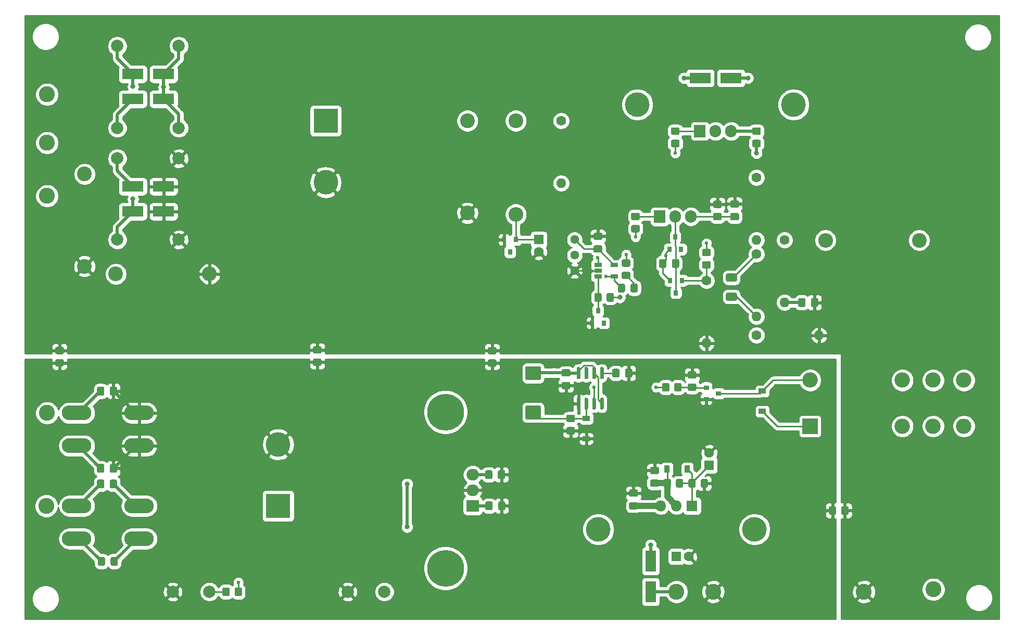
<source format=gbr>
G04 #@! TF.GenerationSoftware,KiCad,Pcbnew,(5.1.10-0-10_14)*
G04 #@! TF.CreationDate,2021-07-18T20:01:09+02:00*
G04 #@! TF.ProjectId,hv-power-supply-v1,68762d70-6f77-4657-922d-737570706c79,rev?*
G04 #@! TF.SameCoordinates,Original*
G04 #@! TF.FileFunction,Copper,L1,Top*
G04 #@! TF.FilePolarity,Positive*
%FSLAX46Y46*%
G04 Gerber Fmt 4.6, Leading zero omitted, Abs format (unit mm)*
G04 Created by KiCad (PCBNEW (5.1.10-0-10_14)) date 2021-07-18 20:01:09*
%MOMM*%
%LPD*%
G01*
G04 APERTURE LIST*
G04 #@! TA.AperFunction,ComponentPad*
%ADD10C,6.000000*%
G04 #@! TD*
G04 #@! TA.AperFunction,SMDPad,CuDef*
%ADD11R,0.800000X0.900000*%
G04 #@! TD*
G04 #@! TA.AperFunction,SMDPad,CuDef*
%ADD12R,0.900000X0.800000*%
G04 #@! TD*
G04 #@! TA.AperFunction,SMDPad,CuDef*
%ADD13R,1.220000X0.650000*%
G04 #@! TD*
G04 #@! TA.AperFunction,ComponentPad*
%ADD14C,4.000000*%
G04 #@! TD*
G04 #@! TA.AperFunction,ComponentPad*
%ADD15R,4.000000X4.000000*%
G04 #@! TD*
G04 #@! TA.AperFunction,ComponentPad*
%ADD16R,2.000000X1.905000*%
G04 #@! TD*
G04 #@! TA.AperFunction,ComponentPad*
%ADD17O,2.000000X1.905000*%
G04 #@! TD*
G04 #@! TA.AperFunction,SMDPad,CuDef*
%ADD18R,3.500000X1.800000*%
G04 #@! TD*
G04 #@! TA.AperFunction,SMDPad,CuDef*
%ADD19R,1.800000X3.500000*%
G04 #@! TD*
G04 #@! TA.AperFunction,ComponentPad*
%ADD20O,2.400000X2.400000*%
G04 #@! TD*
G04 #@! TA.AperFunction,ComponentPad*
%ADD21C,2.400000*%
G04 #@! TD*
G04 #@! TA.AperFunction,ComponentPad*
%ADD22O,4.800600X2.400300*%
G04 #@! TD*
G04 #@! TA.AperFunction,SMDPad,CuDef*
%ADD23R,0.900000X1.200000*%
G04 #@! TD*
G04 #@! TA.AperFunction,ComponentPad*
%ADD24C,1.600000*%
G04 #@! TD*
G04 #@! TA.AperFunction,ComponentPad*
%ADD25R,1.600000X1.600000*%
G04 #@! TD*
G04 #@! TA.AperFunction,ComponentPad*
%ADD26C,2.000000*%
G04 #@! TD*
G04 #@! TA.AperFunction,ComponentPad*
%ADD27O,1.600000X1.600000*%
G04 #@! TD*
G04 #@! TA.AperFunction,ComponentPad*
%ADD28O,1.905000X2.000000*%
G04 #@! TD*
G04 #@! TA.AperFunction,ComponentPad*
%ADD29R,1.905000X2.000000*%
G04 #@! TD*
G04 #@! TA.AperFunction,ComponentPad*
%ADD30C,2.600000*%
G04 #@! TD*
G04 #@! TA.AperFunction,ComponentPad*
%ADD31C,1.440000*%
G04 #@! TD*
G04 #@! TA.AperFunction,ComponentPad*
%ADD32O,2.500000X2.500000*%
G04 #@! TD*
G04 #@! TA.AperFunction,ComponentPad*
%ADD33R,2.500000X2.500000*%
G04 #@! TD*
G04 #@! TA.AperFunction,SMDPad,CuDef*
%ADD34R,1.200000X0.900000*%
G04 #@! TD*
G04 #@! TA.AperFunction,ComponentPad*
%ADD35R,1.800000X1.800000*%
G04 #@! TD*
G04 #@! TA.AperFunction,ComponentPad*
%ADD36O,1.800000X1.800000*%
G04 #@! TD*
G04 #@! TA.AperFunction,ViaPad*
%ADD37C,0.800000*%
G04 #@! TD*
G04 #@! TA.AperFunction,ViaPad*
%ADD38C,0.600000*%
G04 #@! TD*
G04 #@! TA.AperFunction,Conductor*
%ADD39C,0.250000*%
G04 #@! TD*
G04 #@! TA.AperFunction,Conductor*
%ADD40C,0.500000*%
G04 #@! TD*
G04 #@! TA.AperFunction,Conductor*
%ADD41C,1.000000*%
G04 #@! TD*
G04 #@! TA.AperFunction,Conductor*
%ADD42C,0.254000*%
G04 #@! TD*
G04 #@! TA.AperFunction,Conductor*
%ADD43C,0.100000*%
G04 #@! TD*
G04 APERTURE END LIST*
D10*
X124206000Y-135890000D03*
X124206000Y-110490000D03*
D11*
X161673500Y-91090500D03*
X160723500Y-89090500D03*
X162623500Y-89090500D03*
D12*
X168602000Y-107465000D03*
X166602000Y-108415000D03*
X166602000Y-106515000D03*
D13*
X151616400Y-86550500D03*
X151616400Y-88450500D03*
X148996400Y-88450500D03*
X148996400Y-87500500D03*
X148996400Y-86550500D03*
D14*
X96990000Y-115753000D03*
D15*
X96990000Y-125753000D03*
D16*
X128613000Y-125753000D03*
D17*
X128613000Y-123213000D03*
X128613000Y-120673000D03*
D14*
X155410000Y-60475000D03*
X180810000Y-60475000D03*
X149060000Y-129563000D03*
X174460000Y-129563000D03*
D18*
X170650000Y-56157000D03*
X165650000Y-56157000D03*
D19*
X157569000Y-139723000D03*
X157569000Y-134723000D03*
D20*
X185991500Y-82550000D03*
D21*
X201231500Y-82550000D03*
D22*
X64224000Y-110640000D03*
X74384000Y-110640000D03*
X74384000Y-131087000D03*
X64224000Y-131087000D03*
X74384000Y-125753000D03*
X64224000Y-125753000D03*
X64224000Y-115974000D03*
X74384000Y-115974000D03*
D23*
X163536000Y-119784000D03*
X160236000Y-119784000D03*
D24*
X167094000Y-117149000D03*
D25*
X167094000Y-119149000D03*
G04 #@! TA.AperFunction,SMDPad,CuDef*
G36*
G01*
X61880001Y-101080000D02*
X60979999Y-101080000D01*
G75*
G02*
X60730000Y-100830001I0J249999D01*
G01*
X60730000Y-100129999D01*
G75*
G02*
X60979999Y-99880000I249999J0D01*
G01*
X61880001Y-99880000D01*
G75*
G02*
X62130000Y-100129999I0J-249999D01*
G01*
X62130000Y-100830001D01*
G75*
G02*
X61880001Y-101080000I-249999J0D01*
G01*
G37*
G04 #@! TD.AperFunction*
G04 #@! TA.AperFunction,SMDPad,CuDef*
G36*
G01*
X61880001Y-103080000D02*
X60979999Y-103080000D01*
G75*
G02*
X60730000Y-102830001I0J249999D01*
G01*
X60730000Y-102129999D01*
G75*
G02*
X60979999Y-101880000I249999J0D01*
G01*
X61880001Y-101880000D01*
G75*
G02*
X62130000Y-102129999I0J-249999D01*
G01*
X62130000Y-102830001D01*
G75*
G02*
X61880001Y-103080000I-249999J0D01*
G01*
G37*
G04 #@! TD.AperFunction*
D20*
X85814000Y-88034000D03*
D21*
X70574000Y-88034000D03*
D18*
X73368000Y-59586000D03*
X78368000Y-59586000D03*
X78368000Y-73810000D03*
X73368000Y-73810000D03*
X78368000Y-77874000D03*
X73368000Y-77874000D03*
X73368000Y-55522000D03*
X78368000Y-55522000D03*
D26*
X70828000Y-69238000D03*
X80828000Y-69238000D03*
X70828000Y-82446000D03*
X80828000Y-82446000D03*
X70828000Y-64285000D03*
X80828000Y-64285000D03*
X70828000Y-50950000D03*
X80828000Y-50950000D03*
G04 #@! TA.AperFunction,SMDPad,CuDef*
G36*
G01*
X145971500Y-105138000D02*
X145671500Y-105138000D01*
G75*
G02*
X145521500Y-104988000I0J150000D01*
G01*
X145521500Y-103338000D01*
G75*
G02*
X145671500Y-103188000I150000J0D01*
G01*
X145971500Y-103188000D01*
G75*
G02*
X146121500Y-103338000I0J-150000D01*
G01*
X146121500Y-104988000D01*
G75*
G02*
X145971500Y-105138000I-150000J0D01*
G01*
G37*
G04 #@! TD.AperFunction*
G04 #@! TA.AperFunction,SMDPad,CuDef*
G36*
G01*
X147241500Y-105138000D02*
X146941500Y-105138000D01*
G75*
G02*
X146791500Y-104988000I0J150000D01*
G01*
X146791500Y-103338000D01*
G75*
G02*
X146941500Y-103188000I150000J0D01*
G01*
X147241500Y-103188000D01*
G75*
G02*
X147391500Y-103338000I0J-150000D01*
G01*
X147391500Y-104988000D01*
G75*
G02*
X147241500Y-105138000I-150000J0D01*
G01*
G37*
G04 #@! TD.AperFunction*
G04 #@! TA.AperFunction,SMDPad,CuDef*
G36*
G01*
X148511500Y-105138000D02*
X148211500Y-105138000D01*
G75*
G02*
X148061500Y-104988000I0J150000D01*
G01*
X148061500Y-103338000D01*
G75*
G02*
X148211500Y-103188000I150000J0D01*
G01*
X148511500Y-103188000D01*
G75*
G02*
X148661500Y-103338000I0J-150000D01*
G01*
X148661500Y-104988000D01*
G75*
G02*
X148511500Y-105138000I-150000J0D01*
G01*
G37*
G04 #@! TD.AperFunction*
G04 #@! TA.AperFunction,SMDPad,CuDef*
G36*
G01*
X149781500Y-105138000D02*
X149481500Y-105138000D01*
G75*
G02*
X149331500Y-104988000I0J150000D01*
G01*
X149331500Y-103338000D01*
G75*
G02*
X149481500Y-103188000I150000J0D01*
G01*
X149781500Y-103188000D01*
G75*
G02*
X149931500Y-103338000I0J-150000D01*
G01*
X149931500Y-104988000D01*
G75*
G02*
X149781500Y-105138000I-150000J0D01*
G01*
G37*
G04 #@! TD.AperFunction*
G04 #@! TA.AperFunction,SMDPad,CuDef*
G36*
G01*
X149781500Y-110088000D02*
X149481500Y-110088000D01*
G75*
G02*
X149331500Y-109938000I0J150000D01*
G01*
X149331500Y-108288000D01*
G75*
G02*
X149481500Y-108138000I150000J0D01*
G01*
X149781500Y-108138000D01*
G75*
G02*
X149931500Y-108288000I0J-150000D01*
G01*
X149931500Y-109938000D01*
G75*
G02*
X149781500Y-110088000I-150000J0D01*
G01*
G37*
G04 #@! TD.AperFunction*
G04 #@! TA.AperFunction,SMDPad,CuDef*
G36*
G01*
X148511500Y-110088000D02*
X148211500Y-110088000D01*
G75*
G02*
X148061500Y-109938000I0J150000D01*
G01*
X148061500Y-108288000D01*
G75*
G02*
X148211500Y-108138000I150000J0D01*
G01*
X148511500Y-108138000D01*
G75*
G02*
X148661500Y-108288000I0J-150000D01*
G01*
X148661500Y-109938000D01*
G75*
G02*
X148511500Y-110088000I-150000J0D01*
G01*
G37*
G04 #@! TD.AperFunction*
G04 #@! TA.AperFunction,SMDPad,CuDef*
G36*
G01*
X147241500Y-110088000D02*
X146941500Y-110088000D01*
G75*
G02*
X146791500Y-109938000I0J150000D01*
G01*
X146791500Y-108288000D01*
G75*
G02*
X146941500Y-108138000I150000J0D01*
G01*
X147241500Y-108138000D01*
G75*
G02*
X147391500Y-108288000I0J-150000D01*
G01*
X147391500Y-109938000D01*
G75*
G02*
X147241500Y-110088000I-150000J0D01*
G01*
G37*
G04 #@! TD.AperFunction*
G04 #@! TA.AperFunction,SMDPad,CuDef*
G36*
G01*
X145971500Y-110088000D02*
X145671500Y-110088000D01*
G75*
G02*
X145521500Y-109938000I0J150000D01*
G01*
X145521500Y-108288000D01*
G75*
G02*
X145671500Y-108138000I150000J0D01*
G01*
X145971500Y-108138000D01*
G75*
G02*
X146121500Y-108288000I0J-150000D01*
G01*
X146121500Y-109938000D01*
G75*
G02*
X145971500Y-110088000I-150000J0D01*
G01*
G37*
G04 #@! TD.AperFunction*
G04 #@! TA.AperFunction,SMDPad,CuDef*
G36*
G01*
X162019501Y-65393000D02*
X161119499Y-65393000D01*
G75*
G02*
X160869500Y-65143001I0J249999D01*
G01*
X160869500Y-64442999D01*
G75*
G02*
X161119499Y-64193000I249999J0D01*
G01*
X162019501Y-64193000D01*
G75*
G02*
X162269500Y-64442999I0J-249999D01*
G01*
X162269500Y-65143001D01*
G75*
G02*
X162019501Y-65393000I-249999J0D01*
G01*
G37*
G04 #@! TD.AperFunction*
G04 #@! TA.AperFunction,SMDPad,CuDef*
G36*
G01*
X162019501Y-67393000D02*
X161119499Y-67393000D01*
G75*
G02*
X160869500Y-67143001I0J249999D01*
G01*
X160869500Y-66442999D01*
G75*
G02*
X161119499Y-66193000I249999J0D01*
G01*
X162019501Y-66193000D01*
G75*
G02*
X162269500Y-66442999I0J-249999D01*
G01*
X162269500Y-67143001D01*
G75*
G02*
X162019501Y-67393000I-249999J0D01*
G01*
G37*
G04 #@! TD.AperFunction*
D27*
X166649500Y-99273500D03*
D24*
X166649500Y-89113500D03*
D27*
X143002000Y-73279000D03*
D24*
X143002000Y-63119000D03*
D27*
X174777500Y-82509500D03*
D24*
X174777500Y-72349500D03*
G04 #@! TA.AperFunction,SMDPad,CuDef*
G36*
G01*
X174327499Y-66193000D02*
X175227501Y-66193000D01*
G75*
G02*
X175477500Y-66442999I0J-249999D01*
G01*
X175477500Y-67143001D01*
G75*
G02*
X175227501Y-67393000I-249999J0D01*
G01*
X174327499Y-67393000D01*
G75*
G02*
X174077500Y-67143001I0J249999D01*
G01*
X174077500Y-66442999D01*
G75*
G02*
X174327499Y-66193000I249999J0D01*
G01*
G37*
G04 #@! TD.AperFunction*
G04 #@! TA.AperFunction,SMDPad,CuDef*
G36*
G01*
X174327499Y-64193000D02*
X175227501Y-64193000D01*
G75*
G02*
X175477500Y-64442999I0J-249999D01*
G01*
X175477500Y-65143001D01*
G75*
G02*
X175227501Y-65393000I-249999J0D01*
G01*
X174327499Y-65393000D01*
G75*
G02*
X174077500Y-65143001I0J249999D01*
G01*
X174077500Y-64442999D01*
G75*
G02*
X174327499Y-64193000I249999J0D01*
G01*
G37*
G04 #@! TD.AperFunction*
G04 #@! TA.AperFunction,SMDPad,CuDef*
G36*
G01*
X170063497Y-91068000D02*
X171363503Y-91068000D01*
G75*
G02*
X171613500Y-91317997I0J-249997D01*
G01*
X171613500Y-92143003D01*
G75*
G02*
X171363503Y-92393000I-249997J0D01*
G01*
X170063497Y-92393000D01*
G75*
G02*
X169813500Y-92143003I0J249997D01*
G01*
X169813500Y-91317997D01*
G75*
G02*
X170063497Y-91068000I249997J0D01*
G01*
G37*
G04 #@! TD.AperFunction*
G04 #@! TA.AperFunction,SMDPad,CuDef*
G36*
G01*
X170063497Y-87943000D02*
X171363503Y-87943000D01*
G75*
G02*
X171613500Y-88192997I0J-249997D01*
G01*
X171613500Y-89018003D01*
G75*
G02*
X171363503Y-89268000I-249997J0D01*
G01*
X170063497Y-89268000D01*
G75*
G02*
X169813500Y-89018003I0J249997D01*
G01*
X169813500Y-88192997D01*
G75*
G02*
X170063497Y-87943000I249997J0D01*
G01*
G37*
G04 #@! TD.AperFunction*
G04 #@! TA.AperFunction,SMDPad,CuDef*
G36*
G01*
X183631000Y-93144500D02*
X183631000Y-92194500D01*
G75*
G02*
X183881000Y-91944500I250000J0D01*
G01*
X184556000Y-91944500D01*
G75*
G02*
X184806000Y-92194500I0J-250000D01*
G01*
X184806000Y-93144500D01*
G75*
G02*
X184556000Y-93394500I-250000J0D01*
G01*
X183881000Y-93394500D01*
G75*
G02*
X183631000Y-93144500I0J250000D01*
G01*
G37*
G04 #@! TD.AperFunction*
G04 #@! TA.AperFunction,SMDPad,CuDef*
G36*
G01*
X181556000Y-93144500D02*
X181556000Y-92194500D01*
G75*
G02*
X181806000Y-91944500I250000J0D01*
G01*
X182481000Y-91944500D01*
G75*
G02*
X182731000Y-92194500I0J-250000D01*
G01*
X182731000Y-93144500D01*
G75*
G02*
X182481000Y-93394500I-250000J0D01*
G01*
X181806000Y-93394500D01*
G75*
G02*
X181556000Y-93144500I0J250000D01*
G01*
G37*
G04 #@! TD.AperFunction*
D28*
X170650000Y-64793000D03*
X168110000Y-64793000D03*
D29*
X165570000Y-64793000D03*
D28*
X164109500Y-78699500D03*
X161569500Y-78699500D03*
D29*
X159029500Y-78699500D03*
G04 #@! TA.AperFunction,SMDPad,CuDef*
G36*
G01*
X188560000Y-126965001D02*
X188560000Y-126064999D01*
G75*
G02*
X188809999Y-125815000I249999J0D01*
G01*
X189510001Y-125815000D01*
G75*
G02*
X189760000Y-126064999I0J-249999D01*
G01*
X189760000Y-126965001D01*
G75*
G02*
X189510001Y-127215000I-249999J0D01*
G01*
X188809999Y-127215000D01*
G75*
G02*
X188560000Y-126965001I0J249999D01*
G01*
G37*
G04 #@! TD.AperFunction*
G04 #@! TA.AperFunction,SMDPad,CuDef*
G36*
G01*
X186560000Y-126965001D02*
X186560000Y-126064999D01*
G75*
G02*
X186809999Y-125815000I249999J0D01*
G01*
X187510001Y-125815000D01*
G75*
G02*
X187760000Y-126064999I0J-249999D01*
G01*
X187760000Y-126965001D01*
G75*
G02*
X187510001Y-127215000I-249999J0D01*
G01*
X186809999Y-127215000D01*
G75*
G02*
X186560000Y-126965001I0J249999D01*
G01*
G37*
G04 #@! TD.AperFunction*
G04 #@! TA.AperFunction,SMDPad,CuDef*
G36*
G01*
X132238001Y-101112000D02*
X131337999Y-101112000D01*
G75*
G02*
X131088000Y-100862001I0J249999D01*
G01*
X131088000Y-100161999D01*
G75*
G02*
X131337999Y-99912000I249999J0D01*
G01*
X132238001Y-99912000D01*
G75*
G02*
X132488000Y-100161999I0J-249999D01*
G01*
X132488000Y-100862001D01*
G75*
G02*
X132238001Y-101112000I-249999J0D01*
G01*
G37*
G04 #@! TD.AperFunction*
G04 #@! TA.AperFunction,SMDPad,CuDef*
G36*
G01*
X132238001Y-103112000D02*
X131337999Y-103112000D01*
G75*
G02*
X131088000Y-102862001I0J249999D01*
G01*
X131088000Y-102161999D01*
G75*
G02*
X131337999Y-101912000I249999J0D01*
G01*
X132238001Y-101912000D01*
G75*
G02*
X132488000Y-102161999I0J-249999D01*
G01*
X132488000Y-102862001D01*
G75*
G02*
X132238001Y-103112000I-249999J0D01*
G01*
G37*
G04 #@! TD.AperFunction*
G04 #@! TA.AperFunction,SMDPad,CuDef*
G36*
G01*
X103790001Y-100985000D02*
X102889999Y-100985000D01*
G75*
G02*
X102640000Y-100735001I0J249999D01*
G01*
X102640000Y-100034999D01*
G75*
G02*
X102889999Y-99785000I249999J0D01*
G01*
X103790001Y-99785000D01*
G75*
G02*
X104040000Y-100034999I0J-249999D01*
G01*
X104040000Y-100735001D01*
G75*
G02*
X103790001Y-100985000I-249999J0D01*
G01*
G37*
G04 #@! TD.AperFunction*
G04 #@! TA.AperFunction,SMDPad,CuDef*
G36*
G01*
X103790001Y-102985000D02*
X102889999Y-102985000D01*
G75*
G02*
X102640000Y-102735001I0J249999D01*
G01*
X102640000Y-102034999D01*
G75*
G02*
X102889999Y-101785000I249999J0D01*
G01*
X103790001Y-101785000D01*
G75*
G02*
X104040000Y-102034999I0J-249999D01*
G01*
X104040000Y-102735001D01*
G75*
G02*
X103790001Y-102985000I-249999J0D01*
G01*
G37*
G04 #@! TD.AperFunction*
G04 #@! TA.AperFunction,SMDPad,CuDef*
G36*
G01*
X166199499Y-85941500D02*
X167099501Y-85941500D01*
G75*
G02*
X167349500Y-86191499I0J-249999D01*
G01*
X167349500Y-86891501D01*
G75*
G02*
X167099501Y-87141500I-249999J0D01*
G01*
X166199499Y-87141500D01*
G75*
G02*
X165949500Y-86891501I0J249999D01*
G01*
X165949500Y-86191499D01*
G75*
G02*
X166199499Y-85941500I249999J0D01*
G01*
G37*
G04 #@! TD.AperFunction*
G04 #@! TA.AperFunction,SMDPad,CuDef*
G36*
G01*
X166199499Y-83941500D02*
X167099501Y-83941500D01*
G75*
G02*
X167349500Y-84191499I0J-249999D01*
G01*
X167349500Y-84891501D01*
G75*
G02*
X167099501Y-85141500I-249999J0D01*
G01*
X166199499Y-85141500D01*
G75*
G02*
X165949500Y-84891501I0J249999D01*
G01*
X165949500Y-84191499D01*
G75*
G02*
X166199499Y-83941500I249999J0D01*
G01*
G37*
G04 #@! TD.AperFunction*
G04 #@! TA.AperFunction,SMDPad,CuDef*
G36*
G01*
X161668000Y-122520001D02*
X161668000Y-121619999D01*
G75*
G02*
X161917999Y-121370000I249999J0D01*
G01*
X162618001Y-121370000D01*
G75*
G02*
X162868000Y-121619999I0J-249999D01*
G01*
X162868000Y-122520001D01*
G75*
G02*
X162618001Y-122770000I-249999J0D01*
G01*
X161917999Y-122770000D01*
G75*
G02*
X161668000Y-122520001I0J249999D01*
G01*
G37*
G04 #@! TD.AperFunction*
G04 #@! TA.AperFunction,SMDPad,CuDef*
G36*
G01*
X159668000Y-122520001D02*
X159668000Y-121619999D01*
G75*
G02*
X159917999Y-121370000I249999J0D01*
G01*
X160618001Y-121370000D01*
G75*
G02*
X160868000Y-121619999I0J-249999D01*
G01*
X160868000Y-122520001D01*
G75*
G02*
X160618001Y-122770000I-249999J0D01*
G01*
X159917999Y-122770000D01*
G75*
G02*
X159668000Y-122520001I0J249999D01*
G01*
G37*
G04 #@! TD.AperFunction*
G04 #@! TA.AperFunction,SMDPad,CuDef*
G36*
G01*
X165700000Y-122520001D02*
X165700000Y-121619999D01*
G75*
G02*
X165949999Y-121370000I249999J0D01*
G01*
X166650001Y-121370000D01*
G75*
G02*
X166900000Y-121619999I0J-249999D01*
G01*
X166900000Y-122520001D01*
G75*
G02*
X166650001Y-122770000I-249999J0D01*
G01*
X165949999Y-122770000D01*
G75*
G02*
X165700000Y-122520001I0J249999D01*
G01*
G37*
G04 #@! TD.AperFunction*
G04 #@! TA.AperFunction,SMDPad,CuDef*
G36*
G01*
X163700000Y-122520001D02*
X163700000Y-121619999D01*
G75*
G02*
X163949999Y-121370000I249999J0D01*
G01*
X164650001Y-121370000D01*
G75*
G02*
X164900000Y-121619999I0J-249999D01*
G01*
X164900000Y-122520001D01*
G75*
G02*
X164650001Y-122770000I-249999J0D01*
G01*
X163949999Y-122770000D01*
G75*
G02*
X163700000Y-122520001I0J249999D01*
G01*
G37*
G04 #@! TD.AperFunction*
G04 #@! TA.AperFunction,SMDPad,CuDef*
G36*
G01*
X89113000Y-139272999D02*
X89113000Y-140173001D01*
G75*
G02*
X88863001Y-140423000I-249999J0D01*
G01*
X88162999Y-140423000D01*
G75*
G02*
X87913000Y-140173001I0J249999D01*
G01*
X87913000Y-139272999D01*
G75*
G02*
X88162999Y-139023000I249999J0D01*
G01*
X88863001Y-139023000D01*
G75*
G02*
X89113000Y-139272999I0J-249999D01*
G01*
G37*
G04 #@! TD.AperFunction*
G04 #@! TA.AperFunction,SMDPad,CuDef*
G36*
G01*
X91113000Y-139272999D02*
X91113000Y-140173001D01*
G75*
G02*
X90863001Y-140423000I-249999J0D01*
G01*
X90162999Y-140423000D01*
G75*
G02*
X89913000Y-140173001I0J249999D01*
G01*
X89913000Y-139272999D01*
G75*
G02*
X90162999Y-139023000I249999J0D01*
G01*
X90863001Y-139023000D01*
G75*
G02*
X91113000Y-139272999I0J-249999D01*
G01*
G37*
G04 #@! TD.AperFunction*
G04 #@! TA.AperFunction,SMDPad,CuDef*
G36*
G01*
X163849999Y-105849000D02*
X164750001Y-105849000D01*
G75*
G02*
X165000000Y-106098999I0J-249999D01*
G01*
X165000000Y-106799001D01*
G75*
G02*
X164750001Y-107049000I-249999J0D01*
G01*
X163849999Y-107049000D01*
G75*
G02*
X163600000Y-106799001I0J249999D01*
G01*
X163600000Y-106098999D01*
G75*
G02*
X163849999Y-105849000I249999J0D01*
G01*
G37*
G04 #@! TD.AperFunction*
G04 #@! TA.AperFunction,SMDPad,CuDef*
G36*
G01*
X163849999Y-103849000D02*
X164750001Y-103849000D01*
G75*
G02*
X165000000Y-104098999I0J-249999D01*
G01*
X165000000Y-104799001D01*
G75*
G02*
X164750001Y-105049000I-249999J0D01*
G01*
X163849999Y-105049000D01*
G75*
G02*
X163600000Y-104799001I0J249999D01*
G01*
X163600000Y-104098999D01*
G75*
G02*
X163849999Y-103849000I249999J0D01*
G01*
G37*
G04 #@! TD.AperFunction*
G04 #@! TA.AperFunction,SMDPad,CuDef*
G36*
G01*
X161414000Y-106899001D02*
X161414000Y-105998999D01*
G75*
G02*
X161663999Y-105749000I249999J0D01*
G01*
X162364001Y-105749000D01*
G75*
G02*
X162614000Y-105998999I0J-249999D01*
G01*
X162614000Y-106899001D01*
G75*
G02*
X162364001Y-107149000I-249999J0D01*
G01*
X161663999Y-107149000D01*
G75*
G02*
X161414000Y-106899001I0J249999D01*
G01*
G37*
G04 #@! TD.AperFunction*
G04 #@! TA.AperFunction,SMDPad,CuDef*
G36*
G01*
X159414000Y-106899001D02*
X159414000Y-105998999D01*
G75*
G02*
X159663999Y-105749000I249999J0D01*
G01*
X160364001Y-105749000D01*
G75*
G02*
X160614000Y-105998999I0J-249999D01*
G01*
X160614000Y-106899001D01*
G75*
G02*
X160364001Y-107149000I-249999J0D01*
G01*
X159663999Y-107149000D01*
G75*
G02*
X159414000Y-106899001I0J249999D01*
G01*
G37*
G04 #@! TD.AperFunction*
G04 #@! TA.AperFunction,SMDPad,CuDef*
G36*
G01*
X144101499Y-112929000D02*
X145001501Y-112929000D01*
G75*
G02*
X145251500Y-113178999I0J-249999D01*
G01*
X145251500Y-113879001D01*
G75*
G02*
X145001501Y-114129000I-249999J0D01*
G01*
X144101499Y-114129000D01*
G75*
G02*
X143851500Y-113879001I0J249999D01*
G01*
X143851500Y-113178999D01*
G75*
G02*
X144101499Y-112929000I249999J0D01*
G01*
G37*
G04 #@! TD.AperFunction*
G04 #@! TA.AperFunction,SMDPad,CuDef*
G36*
G01*
X144101499Y-110929000D02*
X145001501Y-110929000D01*
G75*
G02*
X145251500Y-111178999I0J-249999D01*
G01*
X145251500Y-111879001D01*
G75*
G02*
X145001501Y-112129000I-249999J0D01*
G01*
X144101499Y-112129000D01*
G75*
G02*
X143851500Y-111879001I0J249999D01*
G01*
X143851500Y-111178999D01*
G75*
G02*
X144101499Y-110929000I249999J0D01*
G01*
G37*
G04 #@! TD.AperFunction*
G04 #@! TA.AperFunction,SMDPad,CuDef*
G36*
G01*
X158679000Y-120582500D02*
X157729000Y-120582500D01*
G75*
G02*
X157479000Y-120332500I0J250000D01*
G01*
X157479000Y-119657500D01*
G75*
G02*
X157729000Y-119407500I250000J0D01*
G01*
X158679000Y-119407500D01*
G75*
G02*
X158929000Y-119657500I0J-250000D01*
G01*
X158929000Y-120332500D01*
G75*
G02*
X158679000Y-120582500I-250000J0D01*
G01*
G37*
G04 #@! TD.AperFunction*
G04 #@! TA.AperFunction,SMDPad,CuDef*
G36*
G01*
X158679000Y-122657500D02*
X157729000Y-122657500D01*
G75*
G02*
X157479000Y-122407500I0J250000D01*
G01*
X157479000Y-121732500D01*
G75*
G02*
X157729000Y-121482500I250000J0D01*
G01*
X158679000Y-121482500D01*
G75*
G02*
X158929000Y-121732500I0J-250000D01*
G01*
X158929000Y-122407500D01*
G75*
G02*
X158679000Y-122657500I-250000J0D01*
G01*
G37*
G04 #@! TD.AperFunction*
G04 #@! TA.AperFunction,SMDPad,CuDef*
G36*
G01*
X155250000Y-124265500D02*
X154300000Y-124265500D01*
G75*
G02*
X154050000Y-124015500I0J250000D01*
G01*
X154050000Y-123340500D01*
G75*
G02*
X154300000Y-123090500I250000J0D01*
G01*
X155250000Y-123090500D01*
G75*
G02*
X155500000Y-123340500I0J-250000D01*
G01*
X155500000Y-124015500D01*
G75*
G02*
X155250000Y-124265500I-250000J0D01*
G01*
G37*
G04 #@! TD.AperFunction*
G04 #@! TA.AperFunction,SMDPad,CuDef*
G36*
G01*
X155250000Y-126340500D02*
X154300000Y-126340500D01*
G75*
G02*
X154050000Y-126090500I0J250000D01*
G01*
X154050000Y-125415500D01*
G75*
G02*
X154300000Y-125165500I250000J0D01*
G01*
X155250000Y-125165500D01*
G75*
G02*
X155500000Y-125415500I0J-250000D01*
G01*
X155500000Y-126090500D01*
G75*
G02*
X155250000Y-126340500I-250000J0D01*
G01*
G37*
G04 #@! TD.AperFunction*
G04 #@! TA.AperFunction,SMDPad,CuDef*
G36*
G01*
X143314500Y-105607500D02*
X144264500Y-105607500D01*
G75*
G02*
X144514500Y-105857500I0J-250000D01*
G01*
X144514500Y-106532500D01*
G75*
G02*
X144264500Y-106782500I-250000J0D01*
G01*
X143314500Y-106782500D01*
G75*
G02*
X143064500Y-106532500I0J250000D01*
G01*
X143064500Y-105857500D01*
G75*
G02*
X143314500Y-105607500I250000J0D01*
G01*
G37*
G04 #@! TD.AperFunction*
G04 #@! TA.AperFunction,SMDPad,CuDef*
G36*
G01*
X143314500Y-103532500D02*
X144264500Y-103532500D01*
G75*
G02*
X144514500Y-103782500I0J-250000D01*
G01*
X144514500Y-104457500D01*
G75*
G02*
X144264500Y-104707500I-250000J0D01*
G01*
X143314500Y-104707500D01*
G75*
G02*
X143064500Y-104457500I0J250000D01*
G01*
X143064500Y-103782500D01*
G75*
G02*
X143314500Y-103532500I250000J0D01*
G01*
G37*
G04 #@! TD.AperFunction*
G04 #@! TA.AperFunction,SMDPad,CuDef*
G36*
G01*
X153405000Y-104638000D02*
X153405000Y-103688000D01*
G75*
G02*
X153655000Y-103438000I250000J0D01*
G01*
X154330000Y-103438000D01*
G75*
G02*
X154580000Y-103688000I0J-250000D01*
G01*
X154580000Y-104638000D01*
G75*
G02*
X154330000Y-104888000I-250000J0D01*
G01*
X153655000Y-104888000D01*
G75*
G02*
X153405000Y-104638000I0J250000D01*
G01*
G37*
G04 #@! TD.AperFunction*
G04 #@! TA.AperFunction,SMDPad,CuDef*
G36*
G01*
X151330000Y-104638000D02*
X151330000Y-103688000D01*
G75*
G02*
X151580000Y-103438000I250000J0D01*
G01*
X152255000Y-103438000D01*
G75*
G02*
X152505000Y-103688000I0J-250000D01*
G01*
X152505000Y-104638000D01*
G75*
G02*
X152255000Y-104888000I-250000J0D01*
G01*
X151580000Y-104888000D01*
G75*
G02*
X151330000Y-104638000I0J250000D01*
G01*
G37*
G04 #@! TD.AperFunction*
G04 #@! TA.AperFunction,SMDPad,CuDef*
G36*
G01*
X130649500Y-121148000D02*
X130649500Y-120198000D01*
G75*
G02*
X130899500Y-119948000I250000J0D01*
G01*
X131574500Y-119948000D01*
G75*
G02*
X131824500Y-120198000I0J-250000D01*
G01*
X131824500Y-121148000D01*
G75*
G02*
X131574500Y-121398000I-250000J0D01*
G01*
X130899500Y-121398000D01*
G75*
G02*
X130649500Y-121148000I0J250000D01*
G01*
G37*
G04 #@! TD.AperFunction*
G04 #@! TA.AperFunction,SMDPad,CuDef*
G36*
G01*
X132724500Y-121148000D02*
X132724500Y-120198000D01*
G75*
G02*
X132974500Y-119948000I250000J0D01*
G01*
X133649500Y-119948000D01*
G75*
G02*
X133899500Y-120198000I0J-250000D01*
G01*
X133899500Y-121148000D01*
G75*
G02*
X133649500Y-121398000I-250000J0D01*
G01*
X132974500Y-121398000D01*
G75*
G02*
X132724500Y-121148000I0J250000D01*
G01*
G37*
G04 #@! TD.AperFunction*
G04 #@! TA.AperFunction,SMDPad,CuDef*
G36*
G01*
X130692500Y-126228000D02*
X130692500Y-125278000D01*
G75*
G02*
X130942500Y-125028000I250000J0D01*
G01*
X131617500Y-125028000D01*
G75*
G02*
X131867500Y-125278000I0J-250000D01*
G01*
X131867500Y-126228000D01*
G75*
G02*
X131617500Y-126478000I-250000J0D01*
G01*
X130942500Y-126478000D01*
G75*
G02*
X130692500Y-126228000I0J250000D01*
G01*
G37*
G04 #@! TD.AperFunction*
G04 #@! TA.AperFunction,SMDPad,CuDef*
G36*
G01*
X132767500Y-126228000D02*
X132767500Y-125278000D01*
G75*
G02*
X133017500Y-125028000I250000J0D01*
G01*
X133692500Y-125028000D01*
G75*
G02*
X133942500Y-125278000I0J-250000D01*
G01*
X133942500Y-126228000D01*
G75*
G02*
X133692500Y-126478000I-250000J0D01*
G01*
X133017500Y-126478000D01*
G75*
G02*
X132767500Y-126228000I0J250000D01*
G01*
G37*
G04 #@! TD.AperFunction*
D30*
X167729000Y-139723000D03*
X161760000Y-139723000D03*
X59398000Y-110640000D03*
X59271000Y-125753000D03*
X59398000Y-75334000D03*
X59398000Y-66698000D03*
X59398000Y-58824000D03*
D24*
X163760000Y-134008000D03*
D25*
X161760000Y-134008000D03*
G04 #@! TA.AperFunction,SMDPad,CuDef*
G36*
G01*
X137430499Y-109438000D02*
X139480501Y-109438000D01*
G75*
G02*
X139730500Y-109687999I0J-249999D01*
G01*
X139730500Y-111438001D01*
G75*
G02*
X139480501Y-111688000I-249999J0D01*
G01*
X137430499Y-111688000D01*
G75*
G02*
X137180500Y-111438001I0J249999D01*
G01*
X137180500Y-109687999D01*
G75*
G02*
X137430499Y-109438000I249999J0D01*
G01*
G37*
G04 #@! TD.AperFunction*
G04 #@! TA.AperFunction,SMDPad,CuDef*
G36*
G01*
X137430499Y-103038000D02*
X139480501Y-103038000D01*
G75*
G02*
X139730500Y-103287999I0J-249999D01*
G01*
X139730500Y-105038001D01*
G75*
G02*
X139480501Y-105288000I-249999J0D01*
G01*
X137430499Y-105288000D01*
G75*
G02*
X137180500Y-105038001I0J249999D01*
G01*
X137180500Y-103287999D01*
G75*
G02*
X137430499Y-103038000I249999J0D01*
G01*
G37*
G04 #@! TD.AperFunction*
D11*
X134683500Y-84439000D03*
X133733500Y-82439000D03*
X135633500Y-82439000D03*
D31*
X145186500Y-87526000D03*
X145186500Y-84986000D03*
X145186500Y-82446000D03*
D32*
X183496000Y-105299000D03*
X198496000Y-105299000D03*
X203496000Y-105299000D03*
X208496000Y-105299000D03*
X208496000Y-112799000D03*
X203496000Y-112799000D03*
X198496000Y-112799000D03*
D33*
X183496000Y-112799000D03*
D27*
X179349500Y-92669500D03*
D24*
X179349500Y-82509500D03*
G04 #@! TA.AperFunction,SMDPad,CuDef*
G36*
G01*
X167977499Y-78099500D02*
X168877501Y-78099500D01*
G75*
G02*
X169127500Y-78349499I0J-249999D01*
G01*
X169127500Y-79049501D01*
G75*
G02*
X168877501Y-79299500I-249999J0D01*
G01*
X167977499Y-79299500D01*
G75*
G02*
X167727500Y-79049501I0J249999D01*
G01*
X167727500Y-78349499D01*
G75*
G02*
X167977499Y-78099500I249999J0D01*
G01*
G37*
G04 #@! TD.AperFunction*
G04 #@! TA.AperFunction,SMDPad,CuDef*
G36*
G01*
X167977499Y-76099500D02*
X168877501Y-76099500D01*
G75*
G02*
X169127500Y-76349499I0J-249999D01*
G01*
X169127500Y-77049501D01*
G75*
G02*
X168877501Y-77299500I-249999J0D01*
G01*
X167977499Y-77299500D01*
G75*
G02*
X167727500Y-77049501I0J249999D01*
G01*
X167727500Y-76349499D01*
G75*
G02*
X167977499Y-76099500I249999J0D01*
G01*
G37*
G04 #@! TD.AperFunction*
G04 #@! TA.AperFunction,SMDPad,CuDef*
G36*
G01*
X149596500Y-91393999D02*
X149596500Y-92294001D01*
G75*
G02*
X149346501Y-92544000I-249999J0D01*
G01*
X148646499Y-92544000D01*
G75*
G02*
X148396500Y-92294001I0J249999D01*
G01*
X148396500Y-91393999D01*
G75*
G02*
X148646499Y-91144000I249999J0D01*
G01*
X149346501Y-91144000D01*
G75*
G02*
X149596500Y-91393999I0J-249999D01*
G01*
G37*
G04 #@! TD.AperFunction*
G04 #@! TA.AperFunction,SMDPad,CuDef*
G36*
G01*
X151596500Y-91393999D02*
X151596500Y-92294001D01*
G75*
G02*
X151346501Y-92544000I-249999J0D01*
G01*
X150646499Y-92544000D01*
G75*
G02*
X150396500Y-92294001I0J249999D01*
G01*
X150396500Y-91393999D01*
G75*
G02*
X150646499Y-91144000I249999J0D01*
G01*
X151346501Y-91144000D01*
G75*
G02*
X151596500Y-91393999I0J-249999D01*
G01*
G37*
G04 #@! TD.AperFunction*
G04 #@! TA.AperFunction,SMDPad,CuDef*
G36*
G01*
X154642499Y-80068000D02*
X155542501Y-80068000D01*
G75*
G02*
X155792500Y-80317999I0J-249999D01*
G01*
X155792500Y-81018001D01*
G75*
G02*
X155542501Y-81268000I-249999J0D01*
G01*
X154642499Y-81268000D01*
G75*
G02*
X154392500Y-81018001I0J249999D01*
G01*
X154392500Y-80317999D01*
G75*
G02*
X154642499Y-80068000I249999J0D01*
G01*
G37*
G04 #@! TD.AperFunction*
G04 #@! TA.AperFunction,SMDPad,CuDef*
G36*
G01*
X154642499Y-78068000D02*
X155542501Y-78068000D01*
G75*
G02*
X155792500Y-78317999I0J-249999D01*
G01*
X155792500Y-79018001D01*
G75*
G02*
X155542501Y-79268000I-249999J0D01*
G01*
X154642499Y-79268000D01*
G75*
G02*
X154392500Y-79018001I0J249999D01*
G01*
X154392500Y-78317999D01*
G75*
G02*
X154642499Y-78068000I249999J0D01*
G01*
G37*
G04 #@! TD.AperFunction*
G04 #@! TA.AperFunction,SMDPad,CuDef*
G36*
G01*
X154018501Y-86856000D02*
X153118499Y-86856000D01*
G75*
G02*
X152868500Y-86606001I0J249999D01*
G01*
X152868500Y-85905999D01*
G75*
G02*
X153118499Y-85656000I249999J0D01*
G01*
X154018501Y-85656000D01*
G75*
G02*
X154268500Y-85905999I0J-249999D01*
G01*
X154268500Y-86606001D01*
G75*
G02*
X154018501Y-86856000I-249999J0D01*
G01*
G37*
G04 #@! TD.AperFunction*
G04 #@! TA.AperFunction,SMDPad,CuDef*
G36*
G01*
X154018501Y-88856000D02*
X153118499Y-88856000D01*
G75*
G02*
X152868500Y-88606001I0J249999D01*
G01*
X152868500Y-87905999D01*
G75*
G02*
X153118499Y-87656000I249999J0D01*
G01*
X154018501Y-87656000D01*
G75*
G02*
X154268500Y-87905999I0J-249999D01*
G01*
X154268500Y-88606001D01*
G75*
G02*
X154018501Y-88856000I-249999J0D01*
G01*
G37*
G04 #@! TD.AperFunction*
D20*
X135636000Y-78359000D03*
D21*
X135636000Y-63119000D03*
D27*
X184937500Y-98003500D03*
D24*
X174777500Y-98003500D03*
D27*
X174777500Y-94955500D03*
D24*
X174777500Y-84795500D03*
D26*
X108293000Y-139723000D03*
X114262000Y-139723000D03*
X79845000Y-139723000D03*
X85814000Y-139723000D03*
D30*
X192240000Y-139723000D03*
X203543000Y-139342000D03*
D34*
X175730000Y-107085000D03*
X175730000Y-110385000D03*
D11*
X161569500Y-82001500D03*
X162519500Y-84001500D03*
X160619500Y-84001500D03*
X148996500Y-94003000D03*
X149946500Y-96003000D03*
X148046500Y-96003000D03*
D34*
X147091500Y-114829000D03*
X147091500Y-111529000D03*
G04 #@! TA.AperFunction,SMDPad,CuDef*
G36*
G01*
X68832500Y-134295000D02*
X68832500Y-135245000D01*
G75*
G02*
X68582500Y-135495000I-250000J0D01*
G01*
X67907500Y-135495000D01*
G75*
G02*
X67657500Y-135245000I0J250000D01*
G01*
X67657500Y-134295000D01*
G75*
G02*
X67907500Y-134045000I250000J0D01*
G01*
X68582500Y-134045000D01*
G75*
G02*
X68832500Y-134295000I0J-250000D01*
G01*
G37*
G04 #@! TD.AperFunction*
G04 #@! TA.AperFunction,SMDPad,CuDef*
G36*
G01*
X70907500Y-134295000D02*
X70907500Y-135245000D01*
G75*
G02*
X70657500Y-135495000I-250000J0D01*
G01*
X69982500Y-135495000D01*
G75*
G02*
X69732500Y-135245000I0J250000D01*
G01*
X69732500Y-134295000D01*
G75*
G02*
X69982500Y-134045000I250000J0D01*
G01*
X70657500Y-134045000D01*
G75*
G02*
X70907500Y-134295000I0J-250000D01*
G01*
G37*
G04 #@! TD.AperFunction*
G04 #@! TA.AperFunction,SMDPad,CuDef*
G36*
G01*
X69605500Y-122672000D02*
X69605500Y-121722000D01*
G75*
G02*
X69855500Y-121472000I250000J0D01*
G01*
X70530500Y-121472000D01*
G75*
G02*
X70780500Y-121722000I0J-250000D01*
G01*
X70780500Y-122672000D01*
G75*
G02*
X70530500Y-122922000I-250000J0D01*
G01*
X69855500Y-122922000D01*
G75*
G02*
X69605500Y-122672000I0J250000D01*
G01*
G37*
G04 #@! TD.AperFunction*
G04 #@! TA.AperFunction,SMDPad,CuDef*
G36*
G01*
X67530500Y-122672000D02*
X67530500Y-121722000D01*
G75*
G02*
X67780500Y-121472000I250000J0D01*
G01*
X68455500Y-121472000D01*
G75*
G02*
X68705500Y-121722000I0J-250000D01*
G01*
X68705500Y-122672000D01*
G75*
G02*
X68455500Y-122922000I-250000J0D01*
G01*
X67780500Y-122922000D01*
G75*
G02*
X67530500Y-122672000I0J250000D01*
G01*
G37*
G04 #@! TD.AperFunction*
G04 #@! TA.AperFunction,SMDPad,CuDef*
G36*
G01*
X68705500Y-106609000D02*
X68705500Y-107559000D01*
G75*
G02*
X68455500Y-107809000I-250000J0D01*
G01*
X67780500Y-107809000D01*
G75*
G02*
X67530500Y-107559000I0J250000D01*
G01*
X67530500Y-106609000D01*
G75*
G02*
X67780500Y-106359000I250000J0D01*
G01*
X68455500Y-106359000D01*
G75*
G02*
X68705500Y-106609000I0J-250000D01*
G01*
G37*
G04 #@! TD.AperFunction*
G04 #@! TA.AperFunction,SMDPad,CuDef*
G36*
G01*
X70780500Y-106609000D02*
X70780500Y-107559000D01*
G75*
G02*
X70530500Y-107809000I-250000J0D01*
G01*
X69855500Y-107809000D01*
G75*
G02*
X69605500Y-107559000I0J250000D01*
G01*
X69605500Y-106609000D01*
G75*
G02*
X69855500Y-106359000I250000J0D01*
G01*
X70530500Y-106359000D01*
G75*
G02*
X70780500Y-106609000I0J-250000D01*
G01*
G37*
G04 #@! TD.AperFunction*
G04 #@! TA.AperFunction,SMDPad,CuDef*
G36*
G01*
X160125000Y-85844500D02*
X160125000Y-86794500D01*
G75*
G02*
X159875000Y-87044500I-250000J0D01*
G01*
X159200000Y-87044500D01*
G75*
G02*
X158950000Y-86794500I0J250000D01*
G01*
X158950000Y-85844500D01*
G75*
G02*
X159200000Y-85594500I250000J0D01*
G01*
X159875000Y-85594500D01*
G75*
G02*
X160125000Y-85844500I0J-250000D01*
G01*
G37*
G04 #@! TD.AperFunction*
G04 #@! TA.AperFunction,SMDPad,CuDef*
G36*
G01*
X162200000Y-85844500D02*
X162200000Y-86794500D01*
G75*
G02*
X161950000Y-87044500I-250000J0D01*
G01*
X161275000Y-87044500D01*
G75*
G02*
X161025000Y-86794500I0J250000D01*
G01*
X161025000Y-85844500D01*
G75*
G02*
X161275000Y-85594500I250000J0D01*
G01*
X161950000Y-85594500D01*
G75*
G02*
X162200000Y-85844500I0J-250000D01*
G01*
G37*
G04 #@! TD.AperFunction*
D24*
X139382500Y-84423000D03*
D25*
X139382500Y-82423000D03*
G04 #@! TA.AperFunction,SMDPad,CuDef*
G36*
G01*
X171696500Y-77233500D02*
X170746500Y-77233500D01*
G75*
G02*
X170496500Y-76983500I0J250000D01*
G01*
X170496500Y-76308500D01*
G75*
G02*
X170746500Y-76058500I250000J0D01*
G01*
X171696500Y-76058500D01*
G75*
G02*
X171946500Y-76308500I0J-250000D01*
G01*
X171946500Y-76983500D01*
G75*
G02*
X171696500Y-77233500I-250000J0D01*
G01*
G37*
G04 #@! TD.AperFunction*
G04 #@! TA.AperFunction,SMDPad,CuDef*
G36*
G01*
X171696500Y-79308500D02*
X170746500Y-79308500D01*
G75*
G02*
X170496500Y-79058500I0J250000D01*
G01*
X170496500Y-78383500D01*
G75*
G02*
X170746500Y-78133500I250000J0D01*
G01*
X171696500Y-78133500D01*
G75*
G02*
X171946500Y-78383500I0J-250000D01*
G01*
X171946500Y-79058500D01*
G75*
G02*
X171696500Y-79308500I-250000J0D01*
G01*
G37*
G04 #@! TD.AperFunction*
G04 #@! TA.AperFunction,SMDPad,CuDef*
G36*
G01*
X149471500Y-82482500D02*
X148521500Y-82482500D01*
G75*
G02*
X148271500Y-82232500I0J250000D01*
G01*
X148271500Y-81557500D01*
G75*
G02*
X148521500Y-81307500I250000J0D01*
G01*
X149471500Y-81307500D01*
G75*
G02*
X149721500Y-81557500I0J-250000D01*
G01*
X149721500Y-82232500D01*
G75*
G02*
X149471500Y-82482500I-250000J0D01*
G01*
G37*
G04 #@! TD.AperFunction*
G04 #@! TA.AperFunction,SMDPad,CuDef*
G36*
G01*
X149471500Y-84557500D02*
X148521500Y-84557500D01*
G75*
G02*
X148271500Y-84307500I0J250000D01*
G01*
X148271500Y-83632500D01*
G75*
G02*
X148521500Y-83382500I250000J0D01*
G01*
X149471500Y-83382500D01*
G75*
G02*
X149721500Y-83632500I0J-250000D01*
G01*
X149721500Y-84307500D01*
G75*
G02*
X149471500Y-84557500I-250000J0D01*
G01*
G37*
G04 #@! TD.AperFunction*
G04 #@! TA.AperFunction,SMDPad,CuDef*
G36*
G01*
X154294000Y-90795000D02*
X154294000Y-89845000D01*
G75*
G02*
X154544000Y-89595000I250000J0D01*
G01*
X155219000Y-89595000D01*
G75*
G02*
X155469000Y-89845000I0J-250000D01*
G01*
X155469000Y-90795000D01*
G75*
G02*
X155219000Y-91045000I-250000J0D01*
G01*
X154544000Y-91045000D01*
G75*
G02*
X154294000Y-90795000I0J250000D01*
G01*
G37*
G04 #@! TD.AperFunction*
G04 #@! TA.AperFunction,SMDPad,CuDef*
G36*
G01*
X152219000Y-90795000D02*
X152219000Y-89845000D01*
G75*
G02*
X152469000Y-89595000I250000J0D01*
G01*
X153144000Y-89595000D01*
G75*
G02*
X153394000Y-89845000I0J-250000D01*
G01*
X153394000Y-90795000D01*
G75*
G02*
X153144000Y-91045000I-250000J0D01*
G01*
X152469000Y-91045000D01*
G75*
G02*
X152219000Y-90795000I0J250000D01*
G01*
G37*
G04 #@! TD.AperFunction*
D21*
X127762000Y-63119000D03*
X127762000Y-78119000D03*
D14*
X104711500Y-73119000D03*
D15*
X104711500Y-63119000D03*
D21*
X65494000Y-86778000D03*
X65494000Y-71778000D03*
G04 #@! TA.AperFunction,SMDPad,CuDef*
G36*
G01*
X69605500Y-120132000D02*
X69605500Y-119182000D01*
G75*
G02*
X69855500Y-118932000I250000J0D01*
G01*
X70530500Y-118932000D01*
G75*
G02*
X70780500Y-119182000I0J-250000D01*
G01*
X70780500Y-120132000D01*
G75*
G02*
X70530500Y-120382000I-250000J0D01*
G01*
X69855500Y-120382000D01*
G75*
G02*
X69605500Y-120132000I0J250000D01*
G01*
G37*
G04 #@! TD.AperFunction*
G04 #@! TA.AperFunction,SMDPad,CuDef*
G36*
G01*
X67530500Y-120132000D02*
X67530500Y-119182000D01*
G75*
G02*
X67780500Y-118932000I250000J0D01*
G01*
X68455500Y-118932000D01*
G75*
G02*
X68705500Y-119182000I0J-250000D01*
G01*
X68705500Y-120132000D01*
G75*
G02*
X68455500Y-120382000I-250000J0D01*
G01*
X67780500Y-120382000D01*
G75*
G02*
X67530500Y-120132000I0J250000D01*
G01*
G37*
G04 #@! TD.AperFunction*
D35*
X164300000Y-125753000D03*
D36*
X161760000Y-125753000D03*
X159220000Y-125753000D03*
D37*
X157569000Y-132103000D03*
D38*
X141800500Y-104120000D03*
D37*
X117945000Y-122197000D03*
X117945000Y-129182000D03*
D38*
X90513000Y-138199000D03*
X166649500Y-83017500D03*
D37*
X174777500Y-68349000D03*
X73368000Y-57554000D03*
X73368000Y-75842000D03*
X78368000Y-57634000D03*
X162966500Y-56157000D03*
D38*
X150304500Y-88455500D03*
X160045500Y-85049500D03*
D37*
X173380500Y-56157000D03*
D38*
X155092500Y-82001500D03*
X153568500Y-84859000D03*
X148971000Y-85344000D03*
X148361500Y-106449000D03*
X158458000Y-106449000D03*
X161569500Y-68349000D03*
D37*
X152552500Y-91844000D03*
D39*
X155124000Y-78699500D02*
X155092500Y-78668000D01*
X159029500Y-78699500D02*
X155124000Y-78699500D01*
D40*
X70828000Y-62126000D02*
X73368000Y-59586000D01*
X70828000Y-64285000D02*
X70828000Y-62126000D01*
X70828000Y-71270000D02*
X73368000Y-73810000D01*
X70828000Y-69238000D02*
X70828000Y-71270000D01*
X74003000Y-131087000D02*
X70320000Y-134770000D01*
X74384000Y-131087000D02*
X74003000Y-131087000D01*
X73749000Y-125753000D02*
X70193000Y-122197000D01*
X74384000Y-125753000D02*
X73749000Y-125753000D01*
D41*
X159220000Y-125753000D02*
X154775000Y-125753000D01*
D40*
X157569000Y-134723000D02*
X157569000Y-132103000D01*
X128613000Y-125753000D02*
X131280000Y-125753000D01*
X73749000Y-110640000D02*
X70193000Y-107084000D01*
X74384000Y-110640000D02*
X73749000Y-110640000D01*
X73876000Y-115974000D02*
X70193000Y-119657000D01*
X74384000Y-115974000D02*
X73876000Y-115974000D01*
X143832500Y-104163000D02*
X143789500Y-104120000D01*
X145821500Y-104163000D02*
X143832500Y-104163000D01*
X138498500Y-104120000D02*
X138455500Y-104163000D01*
X143789500Y-104120000D02*
X141800500Y-104120000D01*
X141800500Y-104120000D02*
X138498500Y-104120000D01*
D39*
X149631500Y-109113000D02*
X149631500Y-108138000D01*
X145821500Y-103786232D02*
X145821500Y-104163000D01*
X148036490Y-102862990D02*
X146744742Y-102862990D01*
X148361500Y-103188000D02*
X148036490Y-102862990D01*
X146744742Y-102862990D02*
X145821500Y-103786232D01*
X148361500Y-104163000D02*
X148361500Y-103188000D01*
X149006490Y-108487990D02*
X149006490Y-104807990D01*
X149006490Y-104807990D02*
X148361500Y-104163000D01*
X149631500Y-109113000D02*
X149006490Y-108487990D01*
X178144000Y-112799000D02*
X175730000Y-110385000D01*
X183496000Y-112799000D02*
X178144000Y-112799000D01*
D40*
X117945000Y-122197000D02*
X117945000Y-129182000D01*
X128613000Y-120673000D02*
X131237000Y-120673000D01*
D39*
X90513000Y-139723000D02*
X90513000Y-138199000D01*
X166649500Y-89113500D02*
X166649500Y-86541500D01*
X166626500Y-89090500D02*
X166649500Y-89113500D01*
X162623500Y-89090500D02*
X166626500Y-89090500D01*
X145212000Y-87500500D02*
X145186500Y-87526000D01*
X148996400Y-87500500D02*
X145212000Y-87500500D01*
X164366000Y-106515000D02*
X164300000Y-106449000D01*
X166602000Y-106515000D02*
X164366000Y-106515000D01*
X164300000Y-106449000D02*
X162014000Y-106449000D01*
X151917500Y-104163000D02*
X149631500Y-104163000D01*
X164109500Y-78699500D02*
X168427500Y-78699500D01*
X171200000Y-78699500D02*
X171221500Y-78721000D01*
X168427500Y-78699500D02*
X171200000Y-78699500D01*
X166649500Y-83017500D02*
X166649500Y-84541500D01*
D40*
X174777500Y-66856500D02*
X174714000Y-66793000D01*
X174777500Y-68349000D02*
X174777500Y-66793000D01*
X170650000Y-64793000D02*
X174777500Y-64793000D01*
D39*
X165570000Y-64793000D02*
X161569500Y-64793000D01*
D40*
X64562000Y-125753000D02*
X68118000Y-122197000D01*
X64224000Y-125753000D02*
X64562000Y-125753000D01*
X64435000Y-115974000D02*
X68118000Y-119657000D01*
X64224000Y-115974000D02*
X64435000Y-115974000D01*
X64562000Y-131087000D02*
X68245000Y-134770000D01*
X64224000Y-131087000D02*
X64562000Y-131087000D01*
X64562000Y-110640000D02*
X68118000Y-107084000D01*
X64224000Y-110640000D02*
X64562000Y-110640000D01*
X70828000Y-52982000D02*
X73368000Y-55522000D01*
X70828000Y-50950000D02*
X70828000Y-52982000D01*
X73368000Y-55522000D02*
X73368000Y-57554000D01*
X73368000Y-75842000D02*
X73368000Y-77874000D01*
X70828000Y-80414000D02*
X73368000Y-77874000D01*
X70828000Y-82446000D02*
X70828000Y-80414000D01*
X78368000Y-59586000D02*
X78368000Y-57634000D01*
X78368000Y-57634000D02*
X78368000Y-55522000D01*
X80828000Y-53062000D02*
X78368000Y-55522000D01*
X80828000Y-50950000D02*
X80828000Y-53062000D01*
X80828000Y-62046000D02*
X78368000Y-59586000D01*
X80828000Y-64285000D02*
X80828000Y-62046000D01*
X165650000Y-56157000D02*
X162966500Y-56157000D01*
D39*
X149062500Y-84036000D02*
X148996500Y-83970000D01*
X146710500Y-83970000D02*
X145186500Y-82446000D01*
X148996500Y-83970000D02*
X146710500Y-83970000D01*
X135649500Y-82423000D02*
X135633500Y-82439000D01*
X139382500Y-82423000D02*
X135649500Y-82423000D01*
X135633500Y-78361500D02*
X135636000Y-78359000D01*
X135633500Y-82439000D02*
X135633500Y-78361500D01*
X151577000Y-86550500D02*
X148996500Y-83970000D01*
X151616400Y-86550500D02*
X151577000Y-86550500D01*
X154881500Y-89569000D02*
X153568500Y-88256000D01*
X154881500Y-90320000D02*
X154881500Y-89569000D01*
X151616400Y-89129900D02*
X152806500Y-90320000D01*
X151616400Y-88450500D02*
X151616400Y-89129900D01*
X150309500Y-88450500D02*
X150304500Y-88455500D01*
X151616400Y-88450500D02*
X150309500Y-88450500D01*
X147091500Y-109113000D02*
X147091500Y-111529000D01*
X147091500Y-111529000D02*
X144551500Y-111529000D01*
X139421500Y-111529000D02*
X138455500Y-110563000D01*
X144551500Y-111529000D02*
X139421500Y-111529000D01*
X164300000Y-125753000D02*
X164300000Y-122070000D01*
X164300000Y-122070000D02*
X162268000Y-122070000D01*
X164300000Y-120548000D02*
X163536000Y-119784000D01*
X164300000Y-122070000D02*
X164300000Y-120548000D01*
X164300000Y-121943000D02*
X167094000Y-119149000D01*
X164300000Y-122070000D02*
X164300000Y-121943000D01*
X160268000Y-119816000D02*
X160236000Y-119784000D01*
X160268000Y-122070000D02*
X160268000Y-119816000D01*
D41*
X160268000Y-124261000D02*
X160268000Y-122070000D01*
X161760000Y-125753000D02*
X160268000Y-124261000D01*
X160268000Y-122070000D02*
X158204000Y-122070000D01*
D40*
X161760000Y-139723000D02*
X157569000Y-139723000D01*
D39*
X160045500Y-84575500D02*
X160619500Y-84001500D01*
X160045500Y-85049500D02*
X160045500Y-84575500D01*
X160045500Y-85811500D02*
X159537500Y-86319500D01*
X160045500Y-85049500D02*
X160045500Y-85811500D01*
X170967500Y-88605500D02*
X174777500Y-84795500D01*
X170713500Y-88605500D02*
X170967500Y-88605500D01*
D40*
X173380500Y-56157000D02*
X170650000Y-56157000D01*
D39*
X159537500Y-87904500D02*
X160723500Y-89090500D01*
X159537500Y-86319500D02*
X159537500Y-87904500D01*
X85814000Y-139723000D02*
X88513000Y-139723000D01*
X153488500Y-86176000D02*
X153568500Y-86256000D01*
X155092500Y-80668000D02*
X155092500Y-82001500D01*
X153568500Y-86256000D02*
X153568500Y-84859000D01*
X148996400Y-85369400D02*
X148971000Y-85344000D01*
X148996400Y-86550500D02*
X148996400Y-85369400D01*
X148361500Y-109113000D02*
X148361500Y-106449000D01*
X158458000Y-106449000D02*
X160014000Y-106449000D01*
X161635500Y-86342500D02*
X161612500Y-86319500D01*
X161612500Y-83473498D02*
X161569500Y-83430498D01*
X161569500Y-83430498D02*
X161569500Y-82001500D01*
X161612500Y-86319500D02*
X161612500Y-83473498D01*
X161569500Y-82001500D02*
X161569500Y-78699500D01*
X161569500Y-68349000D02*
X161569500Y-66793000D01*
X161673500Y-86380500D02*
X161612500Y-86319500D01*
X161673500Y-91090500D02*
X161673500Y-86380500D01*
X171552500Y-91730500D02*
X170713500Y-91730500D01*
X174777500Y-94955500D02*
X171552500Y-91730500D01*
X152552500Y-91844000D02*
X150996500Y-91844000D01*
D40*
X182143500Y-92669500D02*
X179349500Y-92669500D01*
D39*
X177516000Y-105299000D02*
X175730000Y-107085000D01*
X183496000Y-105299000D02*
X177516000Y-105299000D01*
X175350000Y-107465000D02*
X175730000Y-107085000D01*
X168602000Y-107465000D02*
X175350000Y-107465000D01*
X148996500Y-94003000D02*
X148996500Y-91844000D01*
X148996500Y-88450600D02*
X148996400Y-88450500D01*
X148996500Y-91844000D02*
X148996500Y-88450600D01*
D42*
X60091928Y-101880000D02*
X60095000Y-102194250D01*
X60253750Y-102353000D01*
X61303000Y-102353000D01*
X61303000Y-102333000D01*
X61557000Y-102333000D01*
X61557000Y-102353000D01*
X62606250Y-102353000D01*
X62765000Y-102194250D01*
X62768072Y-101880000D01*
X62767777Y-101877000D01*
X102002827Y-101877000D01*
X102005000Y-102099250D01*
X102163750Y-102258000D01*
X103213000Y-102258000D01*
X103213000Y-102238000D01*
X103467000Y-102238000D01*
X103467000Y-102258000D01*
X104516250Y-102258000D01*
X104675000Y-102099250D01*
X104677173Y-101877000D01*
X130453375Y-101877000D01*
X130449928Y-101912000D01*
X130453000Y-102226250D01*
X130611750Y-102385000D01*
X131661000Y-102385000D01*
X131661000Y-102365000D01*
X131915000Y-102365000D01*
X131915000Y-102385000D01*
X132964250Y-102385000D01*
X133123000Y-102226250D01*
X133126072Y-101912000D01*
X133122625Y-101877000D01*
X187668000Y-101877000D01*
X187668000Y-125177827D01*
X187445750Y-125180000D01*
X187287000Y-125338750D01*
X187287000Y-126388000D01*
X187307000Y-126388000D01*
X187307000Y-126642000D01*
X187287000Y-126642000D01*
X187287000Y-127691250D01*
X187445750Y-127850000D01*
X187668000Y-127852173D01*
X187668000Y-144168000D01*
X55842000Y-144168000D01*
X55842000Y-140622872D01*
X56947000Y-140622872D01*
X56947000Y-141063128D01*
X57032890Y-141494925D01*
X57201369Y-141901669D01*
X57445962Y-142267729D01*
X57757271Y-142579038D01*
X58123331Y-142823631D01*
X58530075Y-142992110D01*
X58961872Y-143078000D01*
X59402128Y-143078000D01*
X59833925Y-142992110D01*
X60240669Y-142823631D01*
X60606729Y-142579038D01*
X60918038Y-142267729D01*
X61162631Y-141901669D01*
X61331110Y-141494925D01*
X61417000Y-141063128D01*
X61417000Y-140858413D01*
X78889192Y-140858413D01*
X78984956Y-141122814D01*
X79274571Y-141263704D01*
X79586108Y-141345384D01*
X79907595Y-141364718D01*
X80226675Y-141320961D01*
X80531088Y-141215795D01*
X80705044Y-141122814D01*
X80800808Y-140858413D01*
X79845000Y-139902605D01*
X78889192Y-140858413D01*
X61417000Y-140858413D01*
X61417000Y-140622872D01*
X61331110Y-140191075D01*
X61163155Y-139785595D01*
X78203282Y-139785595D01*
X78247039Y-140104675D01*
X78352205Y-140409088D01*
X78445186Y-140583044D01*
X78709587Y-140678808D01*
X79665395Y-139723000D01*
X80024605Y-139723000D01*
X80980413Y-140678808D01*
X81244814Y-140583044D01*
X81385704Y-140293429D01*
X81467384Y-139981892D01*
X81486718Y-139660405D01*
X81473219Y-139561967D01*
X84179000Y-139561967D01*
X84179000Y-139884033D01*
X84241832Y-140199912D01*
X84365082Y-140497463D01*
X84544013Y-140765252D01*
X84771748Y-140992987D01*
X85039537Y-141171918D01*
X85337088Y-141295168D01*
X85652967Y-141358000D01*
X85975033Y-141358000D01*
X86290912Y-141295168D01*
X86588463Y-141171918D01*
X86856252Y-140992987D01*
X87083987Y-140765252D01*
X87262918Y-140497463D01*
X87268909Y-140483000D01*
X87333473Y-140483000D01*
X87342528Y-140512851D01*
X87424595Y-140666387D01*
X87535038Y-140800962D01*
X87669613Y-140911405D01*
X87823149Y-140993472D01*
X87989745Y-141044008D01*
X88162999Y-141061072D01*
X88863001Y-141061072D01*
X89036255Y-141044008D01*
X89202851Y-140993472D01*
X89356387Y-140911405D01*
X89490962Y-140800962D01*
X89513000Y-140774109D01*
X89535038Y-140800962D01*
X89669613Y-140911405D01*
X89823149Y-140993472D01*
X89989745Y-141044008D01*
X90162999Y-141061072D01*
X90863001Y-141061072D01*
X91036255Y-141044008D01*
X91202851Y-140993472D01*
X91356387Y-140911405D01*
X91420957Y-140858413D01*
X107337192Y-140858413D01*
X107432956Y-141122814D01*
X107722571Y-141263704D01*
X108034108Y-141345384D01*
X108355595Y-141364718D01*
X108674675Y-141320961D01*
X108979088Y-141215795D01*
X109153044Y-141122814D01*
X109248808Y-140858413D01*
X108293000Y-139902605D01*
X107337192Y-140858413D01*
X91420957Y-140858413D01*
X91490962Y-140800962D01*
X91601405Y-140666387D01*
X91683472Y-140512851D01*
X91734008Y-140346255D01*
X91751072Y-140173001D01*
X91751072Y-139785595D01*
X106651282Y-139785595D01*
X106695039Y-140104675D01*
X106800205Y-140409088D01*
X106893186Y-140583044D01*
X107157587Y-140678808D01*
X108113395Y-139723000D01*
X108472605Y-139723000D01*
X109428413Y-140678808D01*
X109692814Y-140583044D01*
X109833704Y-140293429D01*
X109915384Y-139981892D01*
X109934718Y-139660405D01*
X109921219Y-139561967D01*
X112627000Y-139561967D01*
X112627000Y-139884033D01*
X112689832Y-140199912D01*
X112813082Y-140497463D01*
X112992013Y-140765252D01*
X113219748Y-140992987D01*
X113487537Y-141171918D01*
X113785088Y-141295168D01*
X114100967Y-141358000D01*
X114423033Y-141358000D01*
X114738912Y-141295168D01*
X115036463Y-141171918D01*
X115304252Y-140992987D01*
X115531987Y-140765252D01*
X115710918Y-140497463D01*
X115834168Y-140199912D01*
X115897000Y-139884033D01*
X115897000Y-139561967D01*
X115834168Y-139246088D01*
X115710918Y-138948537D01*
X115531987Y-138680748D01*
X115304252Y-138453013D01*
X115036463Y-138274082D01*
X114738912Y-138150832D01*
X114423033Y-138088000D01*
X114100967Y-138088000D01*
X113785088Y-138150832D01*
X113487537Y-138274082D01*
X113219748Y-138453013D01*
X112992013Y-138680748D01*
X112813082Y-138948537D01*
X112689832Y-139246088D01*
X112627000Y-139561967D01*
X109921219Y-139561967D01*
X109890961Y-139341325D01*
X109785795Y-139036912D01*
X109692814Y-138862956D01*
X109428413Y-138767192D01*
X108472605Y-139723000D01*
X108113395Y-139723000D01*
X107157587Y-138767192D01*
X106893186Y-138862956D01*
X106752296Y-139152571D01*
X106670616Y-139464108D01*
X106651282Y-139785595D01*
X91751072Y-139785595D01*
X91751072Y-139272999D01*
X91734008Y-139099745D01*
X91683472Y-138933149D01*
X91601405Y-138779613D01*
X91490962Y-138645038D01*
X91420958Y-138587587D01*
X107337192Y-138587587D01*
X108293000Y-139543395D01*
X109248808Y-138587587D01*
X109153044Y-138323186D01*
X108863429Y-138182296D01*
X108551892Y-138100616D01*
X108230405Y-138081282D01*
X107911325Y-138125039D01*
X107606912Y-138230205D01*
X107432956Y-138323186D01*
X107337192Y-138587587D01*
X91420958Y-138587587D01*
X91378508Y-138552750D01*
X91412068Y-138471729D01*
X91448000Y-138291089D01*
X91448000Y-138106911D01*
X91412068Y-137926271D01*
X91341586Y-137756111D01*
X91239262Y-137602972D01*
X91109028Y-137472738D01*
X90955889Y-137370414D01*
X90785729Y-137299932D01*
X90605089Y-137264000D01*
X90420911Y-137264000D01*
X90240271Y-137299932D01*
X90070111Y-137370414D01*
X89916972Y-137472738D01*
X89786738Y-137602972D01*
X89684414Y-137756111D01*
X89613932Y-137926271D01*
X89578000Y-138106911D01*
X89578000Y-138291089D01*
X89613932Y-138471729D01*
X89647492Y-138552750D01*
X89535038Y-138645038D01*
X89513000Y-138671891D01*
X89490962Y-138645038D01*
X89356387Y-138534595D01*
X89202851Y-138452528D01*
X89036255Y-138401992D01*
X88863001Y-138384928D01*
X88162999Y-138384928D01*
X87989745Y-138401992D01*
X87823149Y-138452528D01*
X87669613Y-138534595D01*
X87535038Y-138645038D01*
X87424595Y-138779613D01*
X87342528Y-138933149D01*
X87333473Y-138963000D01*
X87268909Y-138963000D01*
X87262918Y-138948537D01*
X87083987Y-138680748D01*
X86856252Y-138453013D01*
X86588463Y-138274082D01*
X86290912Y-138150832D01*
X85975033Y-138088000D01*
X85652967Y-138088000D01*
X85337088Y-138150832D01*
X85039537Y-138274082D01*
X84771748Y-138453013D01*
X84544013Y-138680748D01*
X84365082Y-138948537D01*
X84241832Y-139246088D01*
X84179000Y-139561967D01*
X81473219Y-139561967D01*
X81442961Y-139341325D01*
X81337795Y-139036912D01*
X81244814Y-138862956D01*
X80980413Y-138767192D01*
X80024605Y-139723000D01*
X79665395Y-139723000D01*
X78709587Y-138767192D01*
X78445186Y-138862956D01*
X78304296Y-139152571D01*
X78222616Y-139464108D01*
X78203282Y-139785595D01*
X61163155Y-139785595D01*
X61162631Y-139784331D01*
X60918038Y-139418271D01*
X60606729Y-139106962D01*
X60240669Y-138862369D01*
X59833925Y-138693890D01*
X59402128Y-138608000D01*
X58961872Y-138608000D01*
X58530075Y-138693890D01*
X58123331Y-138862369D01*
X57757271Y-139106962D01*
X57445962Y-139418271D01*
X57201369Y-139784331D01*
X57032890Y-140191075D01*
X56947000Y-140622872D01*
X55842000Y-140622872D01*
X55842000Y-138587587D01*
X78889192Y-138587587D01*
X79845000Y-139543395D01*
X80800808Y-138587587D01*
X80705044Y-138323186D01*
X80415429Y-138182296D01*
X80103892Y-138100616D01*
X79782405Y-138081282D01*
X79463325Y-138125039D01*
X79158912Y-138230205D01*
X78984956Y-138323186D01*
X78889192Y-138587587D01*
X55842000Y-138587587D01*
X55842000Y-131087000D01*
X61179821Y-131087000D01*
X61215254Y-131446752D01*
X61320189Y-131792679D01*
X61490596Y-132111488D01*
X61719925Y-132390925D01*
X61999362Y-132620254D01*
X62318171Y-132790661D01*
X62664098Y-132895596D01*
X62933701Y-132922150D01*
X65145572Y-132922150D01*
X67019428Y-134796007D01*
X67019428Y-135245000D01*
X67036492Y-135418254D01*
X67087028Y-135584850D01*
X67169095Y-135738386D01*
X67279538Y-135872962D01*
X67414114Y-135983405D01*
X67567650Y-136065472D01*
X67734246Y-136116008D01*
X67907500Y-136133072D01*
X68582500Y-136133072D01*
X68755754Y-136116008D01*
X68922350Y-136065472D01*
X69075886Y-135983405D01*
X69210462Y-135872962D01*
X69282500Y-135785183D01*
X69354538Y-135872962D01*
X69489114Y-135983405D01*
X69642650Y-136065472D01*
X69809246Y-136116008D01*
X69982500Y-136133072D01*
X70657500Y-136133072D01*
X70830754Y-136116008D01*
X70997350Y-136065472D01*
X71150886Y-135983405D01*
X71285462Y-135872962D01*
X71395905Y-135738386D01*
X71477972Y-135584850D01*
X71494008Y-135531984D01*
X120571000Y-135531984D01*
X120571000Y-136248016D01*
X120710691Y-136950290D01*
X120984705Y-137611818D01*
X121382511Y-138207177D01*
X121888823Y-138713489D01*
X122484182Y-139111295D01*
X123145710Y-139385309D01*
X123847984Y-139525000D01*
X124564016Y-139525000D01*
X125266290Y-139385309D01*
X125927818Y-139111295D01*
X126523177Y-138713489D01*
X127029489Y-138207177D01*
X127185961Y-137973000D01*
X156030928Y-137973000D01*
X156030928Y-141473000D01*
X156043188Y-141597482D01*
X156079498Y-141717180D01*
X156138463Y-141827494D01*
X156217815Y-141924185D01*
X156314506Y-142003537D01*
X156424820Y-142062502D01*
X156544518Y-142098812D01*
X156669000Y-142111072D01*
X158469000Y-142111072D01*
X158593482Y-142098812D01*
X158713180Y-142062502D01*
X158823494Y-142003537D01*
X158920185Y-141924185D01*
X158999537Y-141827494D01*
X159058502Y-141717180D01*
X159094812Y-141597482D01*
X159107072Y-141473000D01*
X159107072Y-140608000D01*
X160032150Y-140608000D01*
X160045225Y-140639566D01*
X160256987Y-140956491D01*
X160526509Y-141226013D01*
X160843434Y-141437775D01*
X161195581Y-141583639D01*
X161569419Y-141658000D01*
X161950581Y-141658000D01*
X162324419Y-141583639D01*
X162676566Y-141437775D01*
X162993491Y-141226013D01*
X163147280Y-141072224D01*
X166559381Y-141072224D01*
X166691317Y-141367312D01*
X167032045Y-141538159D01*
X167399557Y-141639250D01*
X167779729Y-141666701D01*
X168157951Y-141619457D01*
X168519690Y-141499333D01*
X168766683Y-141367312D01*
X168898619Y-141072224D01*
X167729000Y-139902605D01*
X166559381Y-141072224D01*
X163147280Y-141072224D01*
X163263013Y-140956491D01*
X163474775Y-140639566D01*
X163620639Y-140287419D01*
X163695000Y-139913581D01*
X163695000Y-139773729D01*
X165785299Y-139773729D01*
X165832543Y-140151951D01*
X165952667Y-140513690D01*
X166084688Y-140760683D01*
X166379776Y-140892619D01*
X167549395Y-139723000D01*
X167908605Y-139723000D01*
X169078224Y-140892619D01*
X169373312Y-140760683D01*
X169544159Y-140419955D01*
X169645250Y-140052443D01*
X169672701Y-139672271D01*
X169625457Y-139294049D01*
X169505333Y-138932310D01*
X169373312Y-138685317D01*
X169078224Y-138553381D01*
X167908605Y-139723000D01*
X167549395Y-139723000D01*
X166379776Y-138553381D01*
X166084688Y-138685317D01*
X165913841Y-139026045D01*
X165812750Y-139393557D01*
X165785299Y-139773729D01*
X163695000Y-139773729D01*
X163695000Y-139532419D01*
X163620639Y-139158581D01*
X163474775Y-138806434D01*
X163263013Y-138489509D01*
X163147280Y-138373776D01*
X166559381Y-138373776D01*
X167729000Y-139543395D01*
X168898619Y-138373776D01*
X168766683Y-138078688D01*
X168425955Y-137907841D01*
X168058443Y-137806750D01*
X167678271Y-137779299D01*
X167300049Y-137826543D01*
X166938310Y-137946667D01*
X166691317Y-138078688D01*
X166559381Y-138373776D01*
X163147280Y-138373776D01*
X162993491Y-138219987D01*
X162676566Y-138008225D01*
X162324419Y-137862361D01*
X161950581Y-137788000D01*
X161569419Y-137788000D01*
X161195581Y-137862361D01*
X160843434Y-138008225D01*
X160526509Y-138219987D01*
X160256987Y-138489509D01*
X160045225Y-138806434D01*
X160032150Y-138838000D01*
X159107072Y-138838000D01*
X159107072Y-137973000D01*
X159094812Y-137848518D01*
X159058502Y-137728820D01*
X158999537Y-137618506D01*
X158920185Y-137521815D01*
X158823494Y-137442463D01*
X158713180Y-137383498D01*
X158593482Y-137347188D01*
X158469000Y-137334928D01*
X156669000Y-137334928D01*
X156544518Y-137347188D01*
X156424820Y-137383498D01*
X156314506Y-137442463D01*
X156217815Y-137521815D01*
X156138463Y-137618506D01*
X156079498Y-137728820D01*
X156043188Y-137848518D01*
X156030928Y-137973000D01*
X127185961Y-137973000D01*
X127427295Y-137611818D01*
X127701309Y-136950290D01*
X127841000Y-136248016D01*
X127841000Y-135531984D01*
X127701309Y-134829710D01*
X127427295Y-134168182D01*
X127029489Y-133572823D01*
X126523177Y-133066511D01*
X126383228Y-132973000D01*
X156030928Y-132973000D01*
X156030928Y-136473000D01*
X156043188Y-136597482D01*
X156079498Y-136717180D01*
X156138463Y-136827494D01*
X156217815Y-136924185D01*
X156314506Y-137003537D01*
X156424820Y-137062502D01*
X156544518Y-137098812D01*
X156669000Y-137111072D01*
X158469000Y-137111072D01*
X158593482Y-137098812D01*
X158713180Y-137062502D01*
X158823494Y-137003537D01*
X158920185Y-136924185D01*
X158999537Y-136827494D01*
X159058502Y-136717180D01*
X159094812Y-136597482D01*
X159107072Y-136473000D01*
X159107072Y-133208000D01*
X160321928Y-133208000D01*
X160321928Y-134808000D01*
X160334188Y-134932482D01*
X160370498Y-135052180D01*
X160429463Y-135162494D01*
X160508815Y-135259185D01*
X160605506Y-135338537D01*
X160715820Y-135397502D01*
X160835518Y-135433812D01*
X160960000Y-135446072D01*
X162560000Y-135446072D01*
X162684482Y-135433812D01*
X162804180Y-135397502D01*
X162914494Y-135338537D01*
X163011185Y-135259185D01*
X163021807Y-135246242D01*
X163273996Y-135365571D01*
X163548184Y-135434300D01*
X163830512Y-135448217D01*
X164110130Y-135406787D01*
X164376292Y-135311603D01*
X164501514Y-135244671D01*
X164573097Y-135000702D01*
X163760000Y-134187605D01*
X163745858Y-134201748D01*
X163566253Y-134022143D01*
X163580395Y-134008000D01*
X163939605Y-134008000D01*
X164752702Y-134821097D01*
X164996671Y-134749514D01*
X165117571Y-134494004D01*
X165186300Y-134219816D01*
X165200217Y-133937488D01*
X165158787Y-133657870D01*
X165063603Y-133391708D01*
X164996671Y-133266486D01*
X164752702Y-133194903D01*
X163939605Y-134008000D01*
X163580395Y-134008000D01*
X163566253Y-133993858D01*
X163745858Y-133814253D01*
X163760000Y-133828395D01*
X164573097Y-133015298D01*
X164501514Y-132771329D01*
X164246004Y-132650429D01*
X163971816Y-132581700D01*
X163689488Y-132567783D01*
X163409870Y-132609213D01*
X163143708Y-132704397D01*
X163021691Y-132769616D01*
X163011185Y-132756815D01*
X162914494Y-132677463D01*
X162804180Y-132618498D01*
X162684482Y-132582188D01*
X162560000Y-132569928D01*
X160960000Y-132569928D01*
X160835518Y-132582188D01*
X160715820Y-132618498D01*
X160605506Y-132677463D01*
X160508815Y-132756815D01*
X160429463Y-132853506D01*
X160370498Y-132963820D01*
X160334188Y-133083518D01*
X160321928Y-133208000D01*
X159107072Y-133208000D01*
X159107072Y-132973000D01*
X159094812Y-132848518D01*
X159058502Y-132728820D01*
X158999537Y-132618506D01*
X158920185Y-132521815D01*
X158823494Y-132442463D01*
X158713180Y-132383498D01*
X158593482Y-132347188D01*
X158576047Y-132345471D01*
X158604000Y-132204939D01*
X158604000Y-132001061D01*
X158564226Y-131801102D01*
X158486205Y-131612744D01*
X158372937Y-131443226D01*
X158228774Y-131299063D01*
X158059256Y-131185795D01*
X157870898Y-131107774D01*
X157670939Y-131068000D01*
X157467061Y-131068000D01*
X157267102Y-131107774D01*
X157078744Y-131185795D01*
X156909226Y-131299063D01*
X156765063Y-131443226D01*
X156651795Y-131612744D01*
X156573774Y-131801102D01*
X156534000Y-132001061D01*
X156534000Y-132204939D01*
X156561953Y-132345471D01*
X156544518Y-132347188D01*
X156424820Y-132383498D01*
X156314506Y-132442463D01*
X156217815Y-132521815D01*
X156138463Y-132618506D01*
X156079498Y-132728820D01*
X156043188Y-132848518D01*
X156030928Y-132973000D01*
X126383228Y-132973000D01*
X125927818Y-132668705D01*
X125266290Y-132394691D01*
X124564016Y-132255000D01*
X123847984Y-132255000D01*
X123145710Y-132394691D01*
X122484182Y-132668705D01*
X121888823Y-133066511D01*
X121382511Y-133572823D01*
X120984705Y-134168182D01*
X120710691Y-134829710D01*
X120571000Y-135531984D01*
X71494008Y-135531984D01*
X71528508Y-135418254D01*
X71545572Y-135245000D01*
X71545572Y-134796006D01*
X73419429Y-132922150D01*
X75674299Y-132922150D01*
X75943902Y-132895596D01*
X76289829Y-132790661D01*
X76608638Y-132620254D01*
X76888075Y-132390925D01*
X77117404Y-132111488D01*
X77287811Y-131792679D01*
X77392746Y-131446752D01*
X77428179Y-131087000D01*
X77392746Y-130727248D01*
X77287811Y-130381321D01*
X77117404Y-130062512D01*
X76888075Y-129783075D01*
X76608638Y-129553746D01*
X76289829Y-129383339D01*
X75943902Y-129278404D01*
X75674299Y-129251850D01*
X73093701Y-129251850D01*
X72824098Y-129278404D01*
X72478171Y-129383339D01*
X72159362Y-129553746D01*
X71879925Y-129783075D01*
X71650596Y-130062512D01*
X71480189Y-130381321D01*
X71375254Y-130727248D01*
X71339821Y-131087000D01*
X71375254Y-131446752D01*
X71480189Y-131792679D01*
X71650596Y-132111488D01*
X71685006Y-132153416D01*
X70431494Y-133406928D01*
X69982500Y-133406928D01*
X69809246Y-133423992D01*
X69642650Y-133474528D01*
X69489114Y-133556595D01*
X69354538Y-133667038D01*
X69282500Y-133754817D01*
X69210462Y-133667038D01*
X69075886Y-133556595D01*
X68922350Y-133474528D01*
X68755754Y-133423992D01*
X68582500Y-133406928D01*
X68133507Y-133406928D01*
X66903612Y-132177034D01*
X66957404Y-132111488D01*
X67127811Y-131792679D01*
X67232746Y-131446752D01*
X67268179Y-131087000D01*
X67232746Y-130727248D01*
X67127811Y-130381321D01*
X66957404Y-130062512D01*
X66728075Y-129783075D01*
X66448638Y-129553746D01*
X66129829Y-129383339D01*
X65783902Y-129278404D01*
X65514299Y-129251850D01*
X62933701Y-129251850D01*
X62664098Y-129278404D01*
X62318171Y-129383339D01*
X61999362Y-129553746D01*
X61719925Y-129783075D01*
X61490596Y-130062512D01*
X61320189Y-130381321D01*
X61215254Y-130727248D01*
X61179821Y-131087000D01*
X55842000Y-131087000D01*
X55842000Y-125562419D01*
X57336000Y-125562419D01*
X57336000Y-125943581D01*
X57410361Y-126317419D01*
X57556225Y-126669566D01*
X57767987Y-126986491D01*
X58037509Y-127256013D01*
X58354434Y-127467775D01*
X58706581Y-127613639D01*
X59080419Y-127688000D01*
X59461581Y-127688000D01*
X59835419Y-127613639D01*
X60187566Y-127467775D01*
X60504491Y-127256013D01*
X60774013Y-126986491D01*
X60985775Y-126669566D01*
X61131639Y-126317419D01*
X61201045Y-125968490D01*
X61215254Y-126112752D01*
X61320189Y-126458679D01*
X61490596Y-126777488D01*
X61719925Y-127056925D01*
X61999362Y-127286254D01*
X62318171Y-127456661D01*
X62664098Y-127561596D01*
X62933701Y-127588150D01*
X65514299Y-127588150D01*
X65783902Y-127561596D01*
X66129829Y-127456661D01*
X66448638Y-127286254D01*
X66728075Y-127056925D01*
X66957404Y-126777488D01*
X67127811Y-126458679D01*
X67232746Y-126112752D01*
X67268179Y-125753000D01*
X67232746Y-125393248D01*
X67127811Y-125047321D01*
X66957404Y-124728512D01*
X66903612Y-124662967D01*
X68006507Y-123560072D01*
X68455500Y-123560072D01*
X68628754Y-123543008D01*
X68795350Y-123492472D01*
X68948886Y-123410405D01*
X69083462Y-123299962D01*
X69155500Y-123212183D01*
X69227538Y-123299962D01*
X69362114Y-123410405D01*
X69515650Y-123492472D01*
X69682246Y-123543008D01*
X69855500Y-123560072D01*
X70304494Y-123560072D01*
X71588711Y-124844290D01*
X71480189Y-125047321D01*
X71375254Y-125393248D01*
X71339821Y-125753000D01*
X71375254Y-126112752D01*
X71480189Y-126458679D01*
X71650596Y-126777488D01*
X71879925Y-127056925D01*
X72159362Y-127286254D01*
X72478171Y-127456661D01*
X72824098Y-127561596D01*
X73093701Y-127588150D01*
X75674299Y-127588150D01*
X75943902Y-127561596D01*
X76289829Y-127456661D01*
X76608638Y-127286254D01*
X76888075Y-127056925D01*
X77117404Y-126777488D01*
X77287811Y-126458679D01*
X77392746Y-126112752D01*
X77428179Y-125753000D01*
X77392746Y-125393248D01*
X77287811Y-125047321D01*
X77117404Y-124728512D01*
X76888075Y-124449075D01*
X76608638Y-124219746D01*
X76289829Y-124049339D01*
X75943902Y-123944404D01*
X75674299Y-123917850D01*
X73165429Y-123917850D01*
X73000579Y-123753000D01*
X94351928Y-123753000D01*
X94351928Y-127753000D01*
X94364188Y-127877482D01*
X94400498Y-127997180D01*
X94459463Y-128107494D01*
X94538815Y-128204185D01*
X94635506Y-128283537D01*
X94745820Y-128342502D01*
X94865518Y-128378812D01*
X94990000Y-128391072D01*
X98990000Y-128391072D01*
X99114482Y-128378812D01*
X99234180Y-128342502D01*
X99344494Y-128283537D01*
X99441185Y-128204185D01*
X99520537Y-128107494D01*
X99579502Y-127997180D01*
X99615812Y-127877482D01*
X99628072Y-127753000D01*
X99628072Y-123753000D01*
X99615812Y-123628518D01*
X99579502Y-123508820D01*
X99520537Y-123398506D01*
X99441185Y-123301815D01*
X99344494Y-123222463D01*
X99234180Y-123163498D01*
X99114482Y-123127188D01*
X98990000Y-123114928D01*
X94990000Y-123114928D01*
X94865518Y-123127188D01*
X94745820Y-123163498D01*
X94635506Y-123222463D01*
X94538815Y-123301815D01*
X94459463Y-123398506D01*
X94400498Y-123508820D01*
X94364188Y-123628518D01*
X94351928Y-123753000D01*
X73000579Y-123753000D01*
X71418572Y-122170994D01*
X71418572Y-122095061D01*
X116910000Y-122095061D01*
X116910000Y-122298939D01*
X116949774Y-122498898D01*
X117027795Y-122687256D01*
X117060000Y-122735454D01*
X117060001Y-128643544D01*
X117027795Y-128691744D01*
X116949774Y-128880102D01*
X116910000Y-129080061D01*
X116910000Y-129283939D01*
X116949774Y-129483898D01*
X117027795Y-129672256D01*
X117141063Y-129841774D01*
X117285226Y-129985937D01*
X117454744Y-130099205D01*
X117643102Y-130177226D01*
X117843061Y-130217000D01*
X118046939Y-130217000D01*
X118246898Y-130177226D01*
X118435256Y-130099205D01*
X118604774Y-129985937D01*
X118748937Y-129841774D01*
X118862205Y-129672256D01*
X118940226Y-129483898D01*
X118976114Y-129303475D01*
X146425000Y-129303475D01*
X146425000Y-129822525D01*
X146526261Y-130331601D01*
X146724893Y-130811141D01*
X147013262Y-131242715D01*
X147380285Y-131609738D01*
X147811859Y-131898107D01*
X148291399Y-132096739D01*
X148800475Y-132198000D01*
X149319525Y-132198000D01*
X149828601Y-132096739D01*
X150308141Y-131898107D01*
X150739715Y-131609738D01*
X151106738Y-131242715D01*
X151395107Y-130811141D01*
X151593739Y-130331601D01*
X151695000Y-129822525D01*
X151695000Y-129303475D01*
X171825000Y-129303475D01*
X171825000Y-129822525D01*
X171926261Y-130331601D01*
X172124893Y-130811141D01*
X172413262Y-131242715D01*
X172780285Y-131609738D01*
X173211859Y-131898107D01*
X173691399Y-132096739D01*
X174200475Y-132198000D01*
X174719525Y-132198000D01*
X175228601Y-132096739D01*
X175708141Y-131898107D01*
X176139715Y-131609738D01*
X176506738Y-131242715D01*
X176795107Y-130811141D01*
X176993739Y-130331601D01*
X177095000Y-129822525D01*
X177095000Y-129303475D01*
X176993739Y-128794399D01*
X176795107Y-128314859D01*
X176506738Y-127883285D01*
X176139715Y-127516262D01*
X175708141Y-127227893D01*
X175677015Y-127215000D01*
X185921928Y-127215000D01*
X185934188Y-127339482D01*
X185970498Y-127459180D01*
X186029463Y-127569494D01*
X186108815Y-127666185D01*
X186205506Y-127745537D01*
X186315820Y-127804502D01*
X186435518Y-127840812D01*
X186560000Y-127853072D01*
X186874250Y-127850000D01*
X187033000Y-127691250D01*
X187033000Y-126642000D01*
X186083750Y-126642000D01*
X185925000Y-126800750D01*
X185921928Y-127215000D01*
X175677015Y-127215000D01*
X175228601Y-127029261D01*
X174719525Y-126928000D01*
X174200475Y-126928000D01*
X173691399Y-127029261D01*
X173211859Y-127227893D01*
X172780285Y-127516262D01*
X172413262Y-127883285D01*
X172124893Y-128314859D01*
X171926261Y-128794399D01*
X171825000Y-129303475D01*
X151695000Y-129303475D01*
X151593739Y-128794399D01*
X151395107Y-128314859D01*
X151106738Y-127883285D01*
X150739715Y-127516262D01*
X150308141Y-127227893D01*
X149828601Y-127029261D01*
X149319525Y-126928000D01*
X148800475Y-126928000D01*
X148291399Y-127029261D01*
X147811859Y-127227893D01*
X147380285Y-127516262D01*
X147013262Y-127883285D01*
X146724893Y-128314859D01*
X146526261Y-128794399D01*
X146425000Y-129303475D01*
X118976114Y-129303475D01*
X118980000Y-129283939D01*
X118980000Y-129080061D01*
X118940226Y-128880102D01*
X118862205Y-128691744D01*
X118830000Y-128643546D01*
X118830000Y-124800500D01*
X126974928Y-124800500D01*
X126974928Y-126705500D01*
X126987188Y-126829982D01*
X127023498Y-126949680D01*
X127082463Y-127059994D01*
X127161815Y-127156685D01*
X127258506Y-127236037D01*
X127368820Y-127295002D01*
X127488518Y-127331312D01*
X127613000Y-127343572D01*
X129613000Y-127343572D01*
X129737482Y-127331312D01*
X129857180Y-127295002D01*
X129967494Y-127236037D01*
X130064185Y-127156685D01*
X130143537Y-127059994D01*
X130202502Y-126949680D01*
X130238812Y-126829982D01*
X130244641Y-126770792D01*
X130314538Y-126855962D01*
X130449114Y-126966405D01*
X130602650Y-127048472D01*
X130769246Y-127099008D01*
X130942500Y-127116072D01*
X131617500Y-127116072D01*
X131790754Y-127099008D01*
X131957350Y-127048472D01*
X132110886Y-126966405D01*
X132245462Y-126855962D01*
X132250842Y-126849406D01*
X132316315Y-126929185D01*
X132413006Y-127008537D01*
X132523320Y-127067502D01*
X132643018Y-127103812D01*
X132767500Y-127116072D01*
X133069250Y-127113000D01*
X133228000Y-126954250D01*
X133228000Y-125880000D01*
X133482000Y-125880000D01*
X133482000Y-126954250D01*
X133640750Y-127113000D01*
X133942500Y-127116072D01*
X134066982Y-127103812D01*
X134186680Y-127067502D01*
X134296994Y-127008537D01*
X134393685Y-126929185D01*
X134473037Y-126832494D01*
X134532002Y-126722180D01*
X134568312Y-126602482D01*
X134580572Y-126478000D01*
X134577500Y-126038750D01*
X134418750Y-125880000D01*
X133482000Y-125880000D01*
X133228000Y-125880000D01*
X133208000Y-125880000D01*
X133208000Y-125626000D01*
X133228000Y-125626000D01*
X133228000Y-124551750D01*
X133482000Y-124551750D01*
X133482000Y-125626000D01*
X134418750Y-125626000D01*
X134577500Y-125467250D01*
X134580572Y-125028000D01*
X134568312Y-124903518D01*
X134532002Y-124783820D01*
X134473037Y-124673506D01*
X134393685Y-124576815D01*
X134296994Y-124497463D01*
X134186680Y-124438498D01*
X134066982Y-124402188D01*
X133942500Y-124389928D01*
X133640750Y-124393000D01*
X133482000Y-124551750D01*
X133228000Y-124551750D01*
X133069250Y-124393000D01*
X132767500Y-124389928D01*
X132643018Y-124402188D01*
X132523320Y-124438498D01*
X132413006Y-124497463D01*
X132316315Y-124576815D01*
X132250842Y-124656594D01*
X132245462Y-124650038D01*
X132110886Y-124539595D01*
X131957350Y-124457528D01*
X131790754Y-124406992D01*
X131617500Y-124389928D01*
X130942500Y-124389928D01*
X130769246Y-124406992D01*
X130602650Y-124457528D01*
X130449114Y-124539595D01*
X130314538Y-124650038D01*
X130244641Y-124735208D01*
X130238812Y-124676018D01*
X130202502Y-124556320D01*
X130143537Y-124446006D01*
X130064185Y-124349315D01*
X129967494Y-124269963D01*
X129959145Y-124265500D01*
X153411928Y-124265500D01*
X153424188Y-124389982D01*
X153460498Y-124509680D01*
X153519463Y-124619994D01*
X153598815Y-124716685D01*
X153678594Y-124782158D01*
X153672038Y-124787538D01*
X153561595Y-124922114D01*
X153479528Y-125075650D01*
X153428992Y-125242246D01*
X153411928Y-125415500D01*
X153411928Y-126090500D01*
X153428992Y-126263754D01*
X153479528Y-126430350D01*
X153561595Y-126583886D01*
X153672038Y-126718462D01*
X153806614Y-126828905D01*
X153960150Y-126910972D01*
X154126746Y-126961508D01*
X154300000Y-126978572D01*
X155250000Y-126978572D01*
X155423254Y-126961508D01*
X155589850Y-126910972D01*
X155632827Y-126888000D01*
X158184183Y-126888000D01*
X158241495Y-126945312D01*
X158492905Y-127113299D01*
X158772257Y-127229011D01*
X159068816Y-127288000D01*
X159371184Y-127288000D01*
X159667743Y-127229011D01*
X159947095Y-127113299D01*
X160198505Y-126945312D01*
X160412312Y-126731505D01*
X160490000Y-126615237D01*
X160567688Y-126731505D01*
X160781495Y-126945312D01*
X161032905Y-127113299D01*
X161312257Y-127229011D01*
X161608816Y-127288000D01*
X161911184Y-127288000D01*
X162207743Y-127229011D01*
X162487095Y-127113299D01*
X162738505Y-126945312D01*
X162804944Y-126878873D01*
X162810498Y-126897180D01*
X162869463Y-127007494D01*
X162948815Y-127104185D01*
X163045506Y-127183537D01*
X163155820Y-127242502D01*
X163275518Y-127278812D01*
X163400000Y-127291072D01*
X165200000Y-127291072D01*
X165324482Y-127278812D01*
X165444180Y-127242502D01*
X165554494Y-127183537D01*
X165651185Y-127104185D01*
X165730537Y-127007494D01*
X165789502Y-126897180D01*
X165825812Y-126777482D01*
X165838072Y-126653000D01*
X165838072Y-125815000D01*
X185921928Y-125815000D01*
X185925000Y-126229250D01*
X186083750Y-126388000D01*
X187033000Y-126388000D01*
X187033000Y-125338750D01*
X186874250Y-125180000D01*
X186560000Y-125176928D01*
X186435518Y-125189188D01*
X186315820Y-125225498D01*
X186205506Y-125284463D01*
X186108815Y-125363815D01*
X186029463Y-125460506D01*
X185970498Y-125570820D01*
X185934188Y-125690518D01*
X185921928Y-125815000D01*
X165838072Y-125815000D01*
X165838072Y-124853000D01*
X165825812Y-124728518D01*
X165789502Y-124608820D01*
X165730537Y-124498506D01*
X165651185Y-124401815D01*
X165554494Y-124322463D01*
X165444180Y-124263498D01*
X165324482Y-124227188D01*
X165200000Y-124214928D01*
X165060000Y-124214928D01*
X165060000Y-123302976D01*
X165143387Y-123258405D01*
X165224637Y-123191724D01*
X165248815Y-123221185D01*
X165345506Y-123300537D01*
X165455820Y-123359502D01*
X165575518Y-123395812D01*
X165700000Y-123408072D01*
X166014250Y-123405000D01*
X166173000Y-123246250D01*
X166173000Y-122197000D01*
X166427000Y-122197000D01*
X166427000Y-123246250D01*
X166585750Y-123405000D01*
X166900000Y-123408072D01*
X167024482Y-123395812D01*
X167144180Y-123359502D01*
X167254494Y-123300537D01*
X167351185Y-123221185D01*
X167430537Y-123124494D01*
X167489502Y-123014180D01*
X167525812Y-122894482D01*
X167538072Y-122770000D01*
X167535000Y-122355750D01*
X167376250Y-122197000D01*
X166427000Y-122197000D01*
X166173000Y-122197000D01*
X166153000Y-122197000D01*
X166153000Y-121943000D01*
X166173000Y-121943000D01*
X166173000Y-121923000D01*
X166427000Y-121923000D01*
X166427000Y-121943000D01*
X167376250Y-121943000D01*
X167535000Y-121784250D01*
X167538072Y-121370000D01*
X167525812Y-121245518D01*
X167489502Y-121125820D01*
X167430537Y-121015506D01*
X167351185Y-120918815D01*
X167254494Y-120839463D01*
X167144180Y-120780498D01*
X167024482Y-120744188D01*
X166900000Y-120731928D01*
X166585750Y-120735000D01*
X166427002Y-120893748D01*
X166427002Y-120890799D01*
X166730730Y-120587072D01*
X167894000Y-120587072D01*
X168018482Y-120574812D01*
X168138180Y-120538502D01*
X168248494Y-120479537D01*
X168345185Y-120400185D01*
X168424537Y-120303494D01*
X168483502Y-120193180D01*
X168519812Y-120073482D01*
X168532072Y-119949000D01*
X168532072Y-118349000D01*
X168519812Y-118224518D01*
X168483502Y-118104820D01*
X168424537Y-117994506D01*
X168345185Y-117897815D01*
X168332242Y-117887193D01*
X168451571Y-117635004D01*
X168520300Y-117360816D01*
X168534217Y-117078488D01*
X168492787Y-116798870D01*
X168397603Y-116532708D01*
X168330671Y-116407486D01*
X168086702Y-116335903D01*
X167273605Y-117149000D01*
X167287748Y-117163143D01*
X167108143Y-117342748D01*
X167094000Y-117328605D01*
X167079858Y-117342748D01*
X166900253Y-117163143D01*
X166914395Y-117149000D01*
X166101298Y-116335903D01*
X165857329Y-116407486D01*
X165736429Y-116662996D01*
X165667700Y-116937184D01*
X165653783Y-117219512D01*
X165695213Y-117499130D01*
X165790397Y-117765292D01*
X165855616Y-117887309D01*
X165842815Y-117897815D01*
X165763463Y-117994506D01*
X165704498Y-118104820D01*
X165668188Y-118224518D01*
X165655928Y-118349000D01*
X165655928Y-119512270D01*
X164973116Y-120195082D01*
X164934974Y-120123724D01*
X164840001Y-120007999D01*
X164811002Y-119984201D01*
X164624072Y-119797270D01*
X164624072Y-119184000D01*
X164611812Y-119059518D01*
X164575502Y-118939820D01*
X164516537Y-118829506D01*
X164437185Y-118732815D01*
X164340494Y-118653463D01*
X164230180Y-118594498D01*
X164110482Y-118558188D01*
X163986000Y-118545928D01*
X163086000Y-118545928D01*
X162961518Y-118558188D01*
X162841820Y-118594498D01*
X162731506Y-118653463D01*
X162634815Y-118732815D01*
X162555463Y-118829506D01*
X162496498Y-118939820D01*
X162460188Y-119059518D01*
X162447928Y-119184000D01*
X162447928Y-120384000D01*
X162460188Y-120508482D01*
X162496498Y-120628180D01*
X162551953Y-120731928D01*
X161917999Y-120731928D01*
X161744745Y-120748992D01*
X161578149Y-120799528D01*
X161424613Y-120881595D01*
X161290038Y-120992038D01*
X161268000Y-121018891D01*
X161245962Y-120992038D01*
X161111387Y-120881595D01*
X161092764Y-120871641D01*
X161137185Y-120835185D01*
X161216537Y-120738494D01*
X161275502Y-120628180D01*
X161311812Y-120508482D01*
X161324072Y-120384000D01*
X161324072Y-119184000D01*
X161311812Y-119059518D01*
X161275502Y-118939820D01*
X161216537Y-118829506D01*
X161137185Y-118732815D01*
X161040494Y-118653463D01*
X160930180Y-118594498D01*
X160810482Y-118558188D01*
X160686000Y-118545928D01*
X159786000Y-118545928D01*
X159661518Y-118558188D01*
X159541820Y-118594498D01*
X159431506Y-118653463D01*
X159334815Y-118732815D01*
X159255463Y-118829506D01*
X159241962Y-118854764D01*
X159173180Y-118817998D01*
X159053482Y-118781688D01*
X158929000Y-118769428D01*
X158489750Y-118772500D01*
X158331000Y-118931250D01*
X158331000Y-119868000D01*
X158351000Y-119868000D01*
X158351000Y-120122000D01*
X158331000Y-120122000D01*
X158331000Y-120142000D01*
X158077000Y-120142000D01*
X158077000Y-120122000D01*
X157002750Y-120122000D01*
X156844000Y-120280750D01*
X156840928Y-120582500D01*
X156853188Y-120706982D01*
X156889498Y-120826680D01*
X156948463Y-120936994D01*
X157027815Y-121033685D01*
X157107594Y-121099158D01*
X157101038Y-121104538D01*
X156990595Y-121239114D01*
X156908528Y-121392650D01*
X156857992Y-121559246D01*
X156840928Y-121732500D01*
X156840928Y-122407500D01*
X156857992Y-122580754D01*
X156908528Y-122747350D01*
X156990595Y-122900886D01*
X157101038Y-123035462D01*
X157235614Y-123145905D01*
X157389150Y-123227972D01*
X157555746Y-123278508D01*
X157729000Y-123295572D01*
X158679000Y-123295572D01*
X158852254Y-123278508D01*
X159018850Y-123227972D01*
X159061827Y-123205000D01*
X159133000Y-123205000D01*
X159133000Y-124205248D01*
X159131744Y-124218000D01*
X159068816Y-124218000D01*
X158772257Y-124276989D01*
X158492905Y-124392701D01*
X158241495Y-124560688D01*
X158184183Y-124618000D01*
X156031603Y-124618000D01*
X156089502Y-124509680D01*
X156125812Y-124389982D01*
X156138072Y-124265500D01*
X156135000Y-123963750D01*
X155976250Y-123805000D01*
X154902000Y-123805000D01*
X154902000Y-123825000D01*
X154648000Y-123825000D01*
X154648000Y-123805000D01*
X153573750Y-123805000D01*
X153415000Y-123963750D01*
X153411928Y-124265500D01*
X129959145Y-124265500D01*
X129875781Y-124220941D01*
X129988969Y-124079923D01*
X130132571Y-123804094D01*
X130203563Y-123585980D01*
X130083594Y-123340000D01*
X128740000Y-123340000D01*
X128740000Y-123360000D01*
X128486000Y-123360000D01*
X128486000Y-123340000D01*
X127142406Y-123340000D01*
X127022437Y-123585980D01*
X127093429Y-123804094D01*
X127237031Y-124079923D01*
X127350219Y-124220941D01*
X127258506Y-124269963D01*
X127161815Y-124349315D01*
X127082463Y-124446006D01*
X127023498Y-124556320D01*
X126987188Y-124676018D01*
X126974928Y-124800500D01*
X118830000Y-124800500D01*
X118830000Y-123090500D01*
X153411928Y-123090500D01*
X153415000Y-123392250D01*
X153573750Y-123551000D01*
X154648000Y-123551000D01*
X154648000Y-122614250D01*
X154902000Y-122614250D01*
X154902000Y-123551000D01*
X155976250Y-123551000D01*
X156135000Y-123392250D01*
X156138072Y-123090500D01*
X156125812Y-122966018D01*
X156089502Y-122846320D01*
X156030537Y-122736006D01*
X155951185Y-122639315D01*
X155854494Y-122559963D01*
X155744180Y-122500998D01*
X155624482Y-122464688D01*
X155500000Y-122452428D01*
X155060750Y-122455500D01*
X154902000Y-122614250D01*
X154648000Y-122614250D01*
X154489250Y-122455500D01*
X154050000Y-122452428D01*
X153925518Y-122464688D01*
X153805820Y-122500998D01*
X153695506Y-122559963D01*
X153598815Y-122639315D01*
X153519463Y-122736006D01*
X153460498Y-122846320D01*
X153424188Y-122966018D01*
X153411928Y-123090500D01*
X118830000Y-123090500D01*
X118830000Y-122735454D01*
X118862205Y-122687256D01*
X118940226Y-122498898D01*
X118980000Y-122298939D01*
X118980000Y-122095061D01*
X118940226Y-121895102D01*
X118862205Y-121706744D01*
X118748937Y-121537226D01*
X118604774Y-121393063D01*
X118435256Y-121279795D01*
X118246898Y-121201774D01*
X118046939Y-121162000D01*
X117843061Y-121162000D01*
X117643102Y-121201774D01*
X117454744Y-121279795D01*
X117285226Y-121393063D01*
X117141063Y-121537226D01*
X117027795Y-121706744D01*
X116949774Y-121895102D01*
X116910000Y-122095061D01*
X71418572Y-122095061D01*
X71418572Y-121722000D01*
X71401508Y-121548746D01*
X71350972Y-121382150D01*
X71268905Y-121228614D01*
X71158462Y-121094038D01*
X71023886Y-120983595D01*
X71009740Y-120976034D01*
X71024680Y-120971502D01*
X71134994Y-120912537D01*
X71231685Y-120833185D01*
X71311037Y-120736494D01*
X71344975Y-120673000D01*
X126970319Y-120673000D01*
X127000970Y-120984204D01*
X127091745Y-121283449D01*
X127239155Y-121559235D01*
X127437537Y-121800963D01*
X127616899Y-121948163D01*
X127431685Y-122103563D01*
X127237031Y-122346077D01*
X127093429Y-122621906D01*
X127022437Y-122840020D01*
X127142406Y-123086000D01*
X128486000Y-123086000D01*
X128486000Y-123066000D01*
X128740000Y-123066000D01*
X128740000Y-123086000D01*
X130083594Y-123086000D01*
X130203563Y-122840020D01*
X130132571Y-122621906D01*
X129988969Y-122346077D01*
X129794315Y-122103563D01*
X129609101Y-121948163D01*
X129788463Y-121800963D01*
X129986845Y-121559235D01*
X129987505Y-121558000D01*
X130116524Y-121558000D01*
X130161095Y-121641386D01*
X130271538Y-121775962D01*
X130406114Y-121886405D01*
X130559650Y-121968472D01*
X130726246Y-122019008D01*
X130899500Y-122036072D01*
X131574500Y-122036072D01*
X131747754Y-122019008D01*
X131914350Y-121968472D01*
X132067886Y-121886405D01*
X132202462Y-121775962D01*
X132207842Y-121769406D01*
X132273315Y-121849185D01*
X132370006Y-121928537D01*
X132480320Y-121987502D01*
X132600018Y-122023812D01*
X132724500Y-122036072D01*
X133026250Y-122033000D01*
X133185000Y-121874250D01*
X133185000Y-120800000D01*
X133439000Y-120800000D01*
X133439000Y-121874250D01*
X133597750Y-122033000D01*
X133899500Y-122036072D01*
X134023982Y-122023812D01*
X134143680Y-121987502D01*
X134253994Y-121928537D01*
X134350685Y-121849185D01*
X134430037Y-121752494D01*
X134489002Y-121642180D01*
X134525312Y-121522482D01*
X134537572Y-121398000D01*
X134534500Y-120958750D01*
X134375750Y-120800000D01*
X133439000Y-120800000D01*
X133185000Y-120800000D01*
X133165000Y-120800000D01*
X133165000Y-120546000D01*
X133185000Y-120546000D01*
X133185000Y-119471750D01*
X133439000Y-119471750D01*
X133439000Y-120546000D01*
X134375750Y-120546000D01*
X134534500Y-120387250D01*
X134537572Y-119948000D01*
X134525312Y-119823518D01*
X134489002Y-119703820D01*
X134430037Y-119593506D01*
X134350685Y-119496815D01*
X134253994Y-119417463D01*
X134235355Y-119407500D01*
X156840928Y-119407500D01*
X156844000Y-119709250D01*
X157002750Y-119868000D01*
X158077000Y-119868000D01*
X158077000Y-118931250D01*
X157918250Y-118772500D01*
X157479000Y-118769428D01*
X157354518Y-118781688D01*
X157234820Y-118817998D01*
X157124506Y-118876963D01*
X157027815Y-118956315D01*
X156948463Y-119053006D01*
X156889498Y-119163320D01*
X156853188Y-119283018D01*
X156840928Y-119407500D01*
X134235355Y-119407500D01*
X134143680Y-119358498D01*
X134023982Y-119322188D01*
X133899500Y-119309928D01*
X133597750Y-119313000D01*
X133439000Y-119471750D01*
X133185000Y-119471750D01*
X133026250Y-119313000D01*
X132724500Y-119309928D01*
X132600018Y-119322188D01*
X132480320Y-119358498D01*
X132370006Y-119417463D01*
X132273315Y-119496815D01*
X132207842Y-119576594D01*
X132202462Y-119570038D01*
X132067886Y-119459595D01*
X131914350Y-119377528D01*
X131747754Y-119326992D01*
X131574500Y-119309928D01*
X130899500Y-119309928D01*
X130726246Y-119326992D01*
X130559650Y-119377528D01*
X130406114Y-119459595D01*
X130271538Y-119570038D01*
X130161095Y-119704614D01*
X130116524Y-119788000D01*
X129987505Y-119788000D01*
X129986845Y-119786765D01*
X129788463Y-119545037D01*
X129546735Y-119346655D01*
X129270949Y-119199245D01*
X128971704Y-119108470D01*
X128738486Y-119085500D01*
X128487514Y-119085500D01*
X128254296Y-119108470D01*
X127955051Y-119199245D01*
X127679265Y-119346655D01*
X127437537Y-119545037D01*
X127239155Y-119786765D01*
X127091745Y-120062551D01*
X127000970Y-120361796D01*
X126970319Y-120673000D01*
X71344975Y-120673000D01*
X71370002Y-120626180D01*
X71406312Y-120506482D01*
X71418572Y-120382000D01*
X71415500Y-119942750D01*
X71256750Y-119784000D01*
X70320000Y-119784000D01*
X70320000Y-119804000D01*
X70066000Y-119804000D01*
X70066000Y-119784000D01*
X70046000Y-119784000D01*
X70046000Y-119530000D01*
X70066000Y-119530000D01*
X70066000Y-118455750D01*
X70320000Y-118455750D01*
X70320000Y-119530000D01*
X71256750Y-119530000D01*
X71415500Y-119371250D01*
X71418572Y-118932000D01*
X71406312Y-118807518D01*
X71370002Y-118687820D01*
X71311037Y-118577506D01*
X71231685Y-118480815D01*
X71134994Y-118401463D01*
X71024680Y-118342498D01*
X70904982Y-118306188D01*
X70780500Y-118293928D01*
X70478750Y-118297000D01*
X70320000Y-118455750D01*
X70066000Y-118455750D01*
X69907250Y-118297000D01*
X69605500Y-118293928D01*
X69481018Y-118306188D01*
X69361320Y-118342498D01*
X69251006Y-118401463D01*
X69154315Y-118480815D01*
X69088842Y-118560594D01*
X69083462Y-118554038D01*
X68948886Y-118443595D01*
X68795350Y-118361528D01*
X68628754Y-118310992D01*
X68455500Y-118293928D01*
X68006507Y-118293928D01*
X66846366Y-117133788D01*
X66957404Y-116998488D01*
X67127811Y-116679679D01*
X67216948Y-116385829D01*
X71395507Y-116385829D01*
X71439792Y-116558949D01*
X71587421Y-116887958D01*
X71796400Y-117181844D01*
X72058698Y-117429314D01*
X72364235Y-117620857D01*
X72701270Y-117749112D01*
X73056850Y-117809150D01*
X74257000Y-117809150D01*
X74257000Y-116101000D01*
X74511000Y-116101000D01*
X74511000Y-117809150D01*
X75711150Y-117809150D01*
X76066730Y-117749112D01*
X76403765Y-117620857D01*
X76436238Y-117600499D01*
X95322106Y-117600499D01*
X95538228Y-117967258D01*
X95998105Y-118207938D01*
X96496098Y-118354275D01*
X97013071Y-118400648D01*
X97529159Y-118345273D01*
X98024526Y-118190279D01*
X98441772Y-117967258D01*
X98657894Y-117600499D01*
X96990000Y-115932605D01*
X95322106Y-117600499D01*
X76436238Y-117600499D01*
X76709302Y-117429314D01*
X76971600Y-117181844D01*
X77180579Y-116887958D01*
X77328208Y-116558949D01*
X77372493Y-116385829D01*
X77255732Y-116101000D01*
X74511000Y-116101000D01*
X74257000Y-116101000D01*
X71512268Y-116101000D01*
X71395507Y-116385829D01*
X67216948Y-116385829D01*
X67232746Y-116333752D01*
X67268179Y-115974000D01*
X67232746Y-115614248D01*
X67216949Y-115562171D01*
X71395507Y-115562171D01*
X71512268Y-115847000D01*
X74257000Y-115847000D01*
X74257000Y-114138850D01*
X74511000Y-114138850D01*
X74511000Y-115847000D01*
X77255732Y-115847000D01*
X77284808Y-115776071D01*
X94342352Y-115776071D01*
X94397727Y-116292159D01*
X94552721Y-116787526D01*
X94775742Y-117204772D01*
X95142501Y-117420894D01*
X96810395Y-115753000D01*
X97169605Y-115753000D01*
X98837499Y-117420894D01*
X99204258Y-117204772D01*
X99444938Y-116744895D01*
X99591275Y-116246902D01*
X99599402Y-116156298D01*
X166280903Y-116156298D01*
X167094000Y-116969395D01*
X167907097Y-116156298D01*
X167835514Y-115912329D01*
X167580004Y-115791429D01*
X167305816Y-115722700D01*
X167023488Y-115708783D01*
X166743870Y-115750213D01*
X166477708Y-115845397D01*
X166352486Y-115912329D01*
X166280903Y-116156298D01*
X99599402Y-116156298D01*
X99637648Y-115729929D01*
X99589265Y-115279000D01*
X145853428Y-115279000D01*
X145865688Y-115403482D01*
X145901998Y-115523180D01*
X145960963Y-115633494D01*
X146040315Y-115730185D01*
X146137006Y-115809537D01*
X146247320Y-115868502D01*
X146367018Y-115904812D01*
X146491500Y-115917072D01*
X146805750Y-115914000D01*
X146964500Y-115755250D01*
X146964500Y-114956000D01*
X147218500Y-114956000D01*
X147218500Y-115755250D01*
X147377250Y-115914000D01*
X147691500Y-115917072D01*
X147815982Y-115904812D01*
X147935680Y-115868502D01*
X148045994Y-115809537D01*
X148142685Y-115730185D01*
X148222037Y-115633494D01*
X148281002Y-115523180D01*
X148317312Y-115403482D01*
X148329572Y-115279000D01*
X148326500Y-115114750D01*
X148167750Y-114956000D01*
X147218500Y-114956000D01*
X146964500Y-114956000D01*
X146015250Y-114956000D01*
X145856500Y-115114750D01*
X145853428Y-115279000D01*
X99589265Y-115279000D01*
X99582273Y-115213841D01*
X99427279Y-114718474D01*
X99204258Y-114301228D01*
X98911988Y-114129000D01*
X143213428Y-114129000D01*
X143225688Y-114253482D01*
X143261998Y-114373180D01*
X143320963Y-114483494D01*
X143400315Y-114580185D01*
X143497006Y-114659537D01*
X143607320Y-114718502D01*
X143727018Y-114754812D01*
X143851500Y-114767072D01*
X144265750Y-114764000D01*
X144424500Y-114605250D01*
X144424500Y-113656000D01*
X144678500Y-113656000D01*
X144678500Y-114605250D01*
X144837250Y-114764000D01*
X145251500Y-114767072D01*
X145375982Y-114754812D01*
X145495680Y-114718502D01*
X145605994Y-114659537D01*
X145702685Y-114580185D01*
X145782037Y-114483494D01*
X145841002Y-114373180D01*
X145860251Y-114309726D01*
X145853428Y-114379000D01*
X145856500Y-114543250D01*
X146015250Y-114702000D01*
X146964500Y-114702000D01*
X146964500Y-113902750D01*
X147218500Y-113902750D01*
X147218500Y-114702000D01*
X148167750Y-114702000D01*
X148326500Y-114543250D01*
X148329572Y-114379000D01*
X148317312Y-114254518D01*
X148281002Y-114134820D01*
X148222037Y-114024506D01*
X148142685Y-113927815D01*
X148045994Y-113848463D01*
X147935680Y-113789498D01*
X147815982Y-113753188D01*
X147691500Y-113740928D01*
X147377250Y-113744000D01*
X147218500Y-113902750D01*
X146964500Y-113902750D01*
X146805750Y-113744000D01*
X146491500Y-113740928D01*
X146367018Y-113753188D01*
X146247320Y-113789498D01*
X146137006Y-113848463D01*
X146040315Y-113927815D01*
X145960963Y-114024506D01*
X145901998Y-114134820D01*
X145882749Y-114198274D01*
X145889572Y-114129000D01*
X145886500Y-113814750D01*
X145727750Y-113656000D01*
X144678500Y-113656000D01*
X144424500Y-113656000D01*
X143375250Y-113656000D01*
X143216500Y-113814750D01*
X143213428Y-114129000D01*
X98911988Y-114129000D01*
X98837499Y-114085106D01*
X97169605Y-115753000D01*
X96810395Y-115753000D01*
X95142501Y-114085106D01*
X94775742Y-114301228D01*
X94535062Y-114761105D01*
X94388725Y-115259098D01*
X94342352Y-115776071D01*
X77284808Y-115776071D01*
X77372493Y-115562171D01*
X77328208Y-115389051D01*
X77180579Y-115060042D01*
X76971600Y-114766156D01*
X76709302Y-114518686D01*
X76403765Y-114327143D01*
X76066730Y-114198888D01*
X75711150Y-114138850D01*
X74511000Y-114138850D01*
X74257000Y-114138850D01*
X73056850Y-114138850D01*
X72701270Y-114198888D01*
X72364235Y-114327143D01*
X72058698Y-114518686D01*
X71796400Y-114766156D01*
X71587421Y-115060042D01*
X71439792Y-115389051D01*
X71395507Y-115562171D01*
X67216949Y-115562171D01*
X67127811Y-115268321D01*
X66957404Y-114949512D01*
X66728075Y-114670075D01*
X66448638Y-114440746D01*
X66129829Y-114270339D01*
X65783902Y-114165404D01*
X65514299Y-114138850D01*
X62933701Y-114138850D01*
X62664098Y-114165404D01*
X62318171Y-114270339D01*
X61999362Y-114440746D01*
X61719925Y-114670075D01*
X61490596Y-114949512D01*
X61320189Y-115268321D01*
X61215254Y-115614248D01*
X61179821Y-115974000D01*
X61215254Y-116333752D01*
X61320189Y-116679679D01*
X61490596Y-116998488D01*
X61719925Y-117277925D01*
X61999362Y-117507254D01*
X62318171Y-117677661D01*
X62664098Y-117782596D01*
X62933701Y-117809150D01*
X65018572Y-117809150D01*
X66892428Y-119683007D01*
X66892428Y-120132000D01*
X66909492Y-120305254D01*
X66960028Y-120471850D01*
X67042095Y-120625386D01*
X67152538Y-120759962D01*
X67287114Y-120870405D01*
X67392995Y-120927000D01*
X67287114Y-120983595D01*
X67152538Y-121094038D01*
X67042095Y-121228614D01*
X66960028Y-121382150D01*
X66909492Y-121548746D01*
X66892428Y-121722000D01*
X66892428Y-122170993D01*
X65145572Y-123917850D01*
X62933701Y-123917850D01*
X62664098Y-123944404D01*
X62318171Y-124049339D01*
X61999362Y-124219746D01*
X61719925Y-124449075D01*
X61490596Y-124728512D01*
X61320189Y-125047321D01*
X61215254Y-125393248D01*
X61201045Y-125537510D01*
X61131639Y-125188581D01*
X60985775Y-124836434D01*
X60774013Y-124519509D01*
X60504491Y-124249987D01*
X60187566Y-124038225D01*
X59835419Y-123892361D01*
X59461581Y-123818000D01*
X59080419Y-123818000D01*
X58706581Y-123892361D01*
X58354434Y-124038225D01*
X58037509Y-124249987D01*
X57767987Y-124519509D01*
X57556225Y-124836434D01*
X57410361Y-125188581D01*
X57336000Y-125562419D01*
X55842000Y-125562419D01*
X55842000Y-113905501D01*
X95322106Y-113905501D01*
X96990000Y-115573395D01*
X98657894Y-113905501D01*
X98441772Y-113538742D01*
X97981895Y-113298062D01*
X97483902Y-113151725D01*
X96966929Y-113105352D01*
X96450841Y-113160727D01*
X95955474Y-113315721D01*
X95538228Y-113538742D01*
X95322106Y-113905501D01*
X55842000Y-113905501D01*
X55842000Y-110449419D01*
X57463000Y-110449419D01*
X57463000Y-110830581D01*
X57537361Y-111204419D01*
X57683225Y-111556566D01*
X57894987Y-111873491D01*
X58164509Y-112143013D01*
X58481434Y-112354775D01*
X58833581Y-112500639D01*
X59207419Y-112575000D01*
X59588581Y-112575000D01*
X59962419Y-112500639D01*
X60314566Y-112354775D01*
X60631491Y-112143013D01*
X60901013Y-111873491D01*
X61112775Y-111556566D01*
X61258639Y-111204419D01*
X61266045Y-111167188D01*
X61320189Y-111345679D01*
X61490596Y-111664488D01*
X61719925Y-111943925D01*
X61999362Y-112173254D01*
X62318171Y-112343661D01*
X62664098Y-112448596D01*
X62933701Y-112475150D01*
X65514299Y-112475150D01*
X65783902Y-112448596D01*
X66129829Y-112343661D01*
X66448638Y-112173254D01*
X66728075Y-111943925D01*
X66957404Y-111664488D01*
X67127811Y-111345679D01*
X67216948Y-111051829D01*
X71395507Y-111051829D01*
X71439792Y-111224949D01*
X71587421Y-111553958D01*
X71796400Y-111847844D01*
X72058698Y-112095314D01*
X72364235Y-112286857D01*
X72701270Y-112415112D01*
X73056850Y-112475150D01*
X74257000Y-112475150D01*
X74257000Y-110767000D01*
X74511000Y-110767000D01*
X74511000Y-112475150D01*
X75711150Y-112475150D01*
X76066730Y-112415112D01*
X76403765Y-112286857D01*
X76709302Y-112095314D01*
X76971600Y-111847844D01*
X77180579Y-111553958D01*
X77328208Y-111224949D01*
X77372493Y-111051829D01*
X77255732Y-110767000D01*
X74511000Y-110767000D01*
X74257000Y-110767000D01*
X71512268Y-110767000D01*
X71395507Y-111051829D01*
X67216948Y-111051829D01*
X67232746Y-110999752D01*
X67268179Y-110640000D01*
X67232746Y-110280248D01*
X67216949Y-110228171D01*
X71395507Y-110228171D01*
X71512268Y-110513000D01*
X74257000Y-110513000D01*
X74257000Y-108804850D01*
X74511000Y-108804850D01*
X74511000Y-110513000D01*
X77255732Y-110513000D01*
X77372493Y-110228171D01*
X77347888Y-110131984D01*
X120571000Y-110131984D01*
X120571000Y-110848016D01*
X120710691Y-111550290D01*
X120984705Y-112211818D01*
X121382511Y-112807177D01*
X121888823Y-113313489D01*
X122484182Y-113711295D01*
X123145710Y-113985309D01*
X123847984Y-114125000D01*
X124564016Y-114125000D01*
X125266290Y-113985309D01*
X125927818Y-113711295D01*
X126523177Y-113313489D01*
X127029489Y-112807177D01*
X127427295Y-112211818D01*
X127701309Y-111550290D01*
X127841000Y-110848016D01*
X127841000Y-110131984D01*
X127701309Y-109429710D01*
X127427295Y-108768182D01*
X127029489Y-108172823D01*
X126994666Y-108138000D01*
X144883428Y-108138000D01*
X144886500Y-108827250D01*
X145045250Y-108986000D01*
X145694500Y-108986000D01*
X145694500Y-107661750D01*
X145535750Y-107503000D01*
X145521500Y-107499928D01*
X145397018Y-107512188D01*
X145277320Y-107548498D01*
X145167006Y-107607463D01*
X145070315Y-107686815D01*
X144990963Y-107783506D01*
X144931998Y-107893820D01*
X144895688Y-108013518D01*
X144883428Y-108138000D01*
X126994666Y-108138000D01*
X126523177Y-107666511D01*
X125927818Y-107268705D01*
X125266290Y-106994691D01*
X124564016Y-106855000D01*
X123847984Y-106855000D01*
X123145710Y-106994691D01*
X122484182Y-107268705D01*
X121888823Y-107666511D01*
X121382511Y-108172823D01*
X120984705Y-108768182D01*
X120710691Y-109429710D01*
X120571000Y-110131984D01*
X77347888Y-110131984D01*
X77328208Y-110055051D01*
X77180579Y-109726042D01*
X76971600Y-109432156D01*
X76709302Y-109184686D01*
X76403765Y-108993143D01*
X76066730Y-108864888D01*
X75711150Y-108804850D01*
X74511000Y-108804850D01*
X74257000Y-108804850D01*
X73056850Y-108804850D01*
X72701270Y-108864888D01*
X72364235Y-108993143D01*
X72058698Y-109184686D01*
X71796400Y-109432156D01*
X71587421Y-109726042D01*
X71439792Y-110055051D01*
X71395507Y-110228171D01*
X67216949Y-110228171D01*
X67127811Y-109934321D01*
X66957404Y-109615512D01*
X66903612Y-109549967D01*
X68006507Y-108447072D01*
X68455500Y-108447072D01*
X68628754Y-108430008D01*
X68795350Y-108379472D01*
X68948886Y-108297405D01*
X69083462Y-108186962D01*
X69088842Y-108180406D01*
X69154315Y-108260185D01*
X69251006Y-108339537D01*
X69361320Y-108398502D01*
X69481018Y-108434812D01*
X69605500Y-108447072D01*
X69907250Y-108444000D01*
X70066000Y-108285250D01*
X70066000Y-107211000D01*
X70320000Y-107211000D01*
X70320000Y-108285250D01*
X70478750Y-108444000D01*
X70780500Y-108447072D01*
X70904982Y-108434812D01*
X71024680Y-108398502D01*
X71134994Y-108339537D01*
X71231685Y-108260185D01*
X71311037Y-108163494D01*
X71370002Y-108053180D01*
X71406312Y-107933482D01*
X71418572Y-107809000D01*
X71415500Y-107369750D01*
X71256750Y-107211000D01*
X70320000Y-107211000D01*
X70066000Y-107211000D01*
X70046000Y-107211000D01*
X70046000Y-106957000D01*
X70066000Y-106957000D01*
X70066000Y-105882750D01*
X70320000Y-105882750D01*
X70320000Y-106957000D01*
X71256750Y-106957000D01*
X71415500Y-106798250D01*
X71415610Y-106782500D01*
X142426428Y-106782500D01*
X142438688Y-106906982D01*
X142474998Y-107026680D01*
X142533963Y-107136994D01*
X142613315Y-107233685D01*
X142710006Y-107313037D01*
X142820320Y-107372002D01*
X142940018Y-107408312D01*
X143064500Y-107420572D01*
X143503750Y-107417500D01*
X143662500Y-107258750D01*
X143662500Y-106322000D01*
X143916500Y-106322000D01*
X143916500Y-107258750D01*
X144075250Y-107417500D01*
X144514500Y-107420572D01*
X144638982Y-107408312D01*
X144758680Y-107372002D01*
X144868994Y-107313037D01*
X144965685Y-107233685D01*
X145045037Y-107136994D01*
X145104002Y-107026680D01*
X145140312Y-106906982D01*
X145152572Y-106782500D01*
X145149500Y-106480750D01*
X144990750Y-106322000D01*
X143916500Y-106322000D01*
X143662500Y-106322000D01*
X142588250Y-106322000D01*
X142429500Y-106480750D01*
X142426428Y-106782500D01*
X71415610Y-106782500D01*
X71418572Y-106359000D01*
X71406312Y-106234518D01*
X71370002Y-106114820D01*
X71311037Y-106004506D01*
X71231685Y-105907815D01*
X71134994Y-105828463D01*
X71024680Y-105769498D01*
X70904982Y-105733188D01*
X70780500Y-105720928D01*
X70478750Y-105724000D01*
X70320000Y-105882750D01*
X70066000Y-105882750D01*
X69907250Y-105724000D01*
X69605500Y-105720928D01*
X69481018Y-105733188D01*
X69361320Y-105769498D01*
X69251006Y-105828463D01*
X69154315Y-105907815D01*
X69088842Y-105987594D01*
X69083462Y-105981038D01*
X68948886Y-105870595D01*
X68795350Y-105788528D01*
X68628754Y-105737992D01*
X68455500Y-105720928D01*
X67780500Y-105720928D01*
X67607246Y-105737992D01*
X67440650Y-105788528D01*
X67287114Y-105870595D01*
X67152538Y-105981038D01*
X67042095Y-106115614D01*
X66960028Y-106269150D01*
X66909492Y-106435746D01*
X66892428Y-106609000D01*
X66892428Y-107057993D01*
X65145572Y-108804850D01*
X62933701Y-108804850D01*
X62664098Y-108831404D01*
X62318171Y-108936339D01*
X61999362Y-109106746D01*
X61719925Y-109336075D01*
X61490596Y-109615512D01*
X61320189Y-109934321D01*
X61266045Y-110112812D01*
X61258639Y-110075581D01*
X61112775Y-109723434D01*
X60901013Y-109406509D01*
X60631491Y-109136987D01*
X60314566Y-108925225D01*
X59962419Y-108779361D01*
X59588581Y-108705000D01*
X59207419Y-108705000D01*
X58833581Y-108779361D01*
X58481434Y-108925225D01*
X58164509Y-109136987D01*
X57894987Y-109406509D01*
X57683225Y-109723434D01*
X57537361Y-110075581D01*
X57463000Y-110449419D01*
X55842000Y-110449419D01*
X55842000Y-103080000D01*
X60091928Y-103080000D01*
X60104188Y-103204482D01*
X60140498Y-103324180D01*
X60199463Y-103434494D01*
X60278815Y-103531185D01*
X60375506Y-103610537D01*
X60485820Y-103669502D01*
X60605518Y-103705812D01*
X60730000Y-103718072D01*
X61144250Y-103715000D01*
X61303000Y-103556250D01*
X61303000Y-102607000D01*
X61557000Y-102607000D01*
X61557000Y-103556250D01*
X61715750Y-103715000D01*
X62130000Y-103718072D01*
X62254482Y-103705812D01*
X62374180Y-103669502D01*
X62484494Y-103610537D01*
X62581185Y-103531185D01*
X62660537Y-103434494D01*
X62719502Y-103324180D01*
X62755812Y-103204482D01*
X62768072Y-103080000D01*
X62767144Y-102985000D01*
X102001928Y-102985000D01*
X102014188Y-103109482D01*
X102050498Y-103229180D01*
X102109463Y-103339494D01*
X102188815Y-103436185D01*
X102285506Y-103515537D01*
X102395820Y-103574502D01*
X102515518Y-103610812D01*
X102640000Y-103623072D01*
X103054250Y-103620000D01*
X103213000Y-103461250D01*
X103213000Y-102512000D01*
X103467000Y-102512000D01*
X103467000Y-103461250D01*
X103625750Y-103620000D01*
X104040000Y-103623072D01*
X104164482Y-103610812D01*
X104284180Y-103574502D01*
X104394494Y-103515537D01*
X104491185Y-103436185D01*
X104570537Y-103339494D01*
X104629502Y-103229180D01*
X104665048Y-103112000D01*
X130449928Y-103112000D01*
X130462188Y-103236482D01*
X130498498Y-103356180D01*
X130557463Y-103466494D01*
X130636815Y-103563185D01*
X130733506Y-103642537D01*
X130843820Y-103701502D01*
X130963518Y-103737812D01*
X131088000Y-103750072D01*
X131502250Y-103747000D01*
X131661000Y-103588250D01*
X131661000Y-102639000D01*
X131915000Y-102639000D01*
X131915000Y-103588250D01*
X132073750Y-103747000D01*
X132488000Y-103750072D01*
X132612482Y-103737812D01*
X132732180Y-103701502D01*
X132842494Y-103642537D01*
X132939185Y-103563185D01*
X133018537Y-103466494D01*
X133077502Y-103356180D01*
X133098184Y-103287999D01*
X136542428Y-103287999D01*
X136542428Y-105038001D01*
X136559492Y-105211255D01*
X136610028Y-105377851D01*
X136692095Y-105531387D01*
X136802538Y-105665962D01*
X136937113Y-105776405D01*
X137090649Y-105858472D01*
X137257245Y-105909008D01*
X137430499Y-105926072D01*
X139480501Y-105926072D01*
X139653755Y-105909008D01*
X139820351Y-105858472D01*
X139973887Y-105776405D01*
X140108462Y-105665962D01*
X140218905Y-105531387D01*
X140300972Y-105377851D01*
X140351508Y-105211255D01*
X140368572Y-105038001D01*
X140368572Y-105005000D01*
X141493808Y-105005000D01*
X141527771Y-105019068D01*
X141708411Y-105055000D01*
X141892589Y-105055000D01*
X142073229Y-105019068D01*
X142107192Y-105005000D01*
X142620505Y-105005000D01*
X142686538Y-105085462D01*
X142693094Y-105090842D01*
X142613315Y-105156315D01*
X142533963Y-105253006D01*
X142474998Y-105363320D01*
X142438688Y-105483018D01*
X142426428Y-105607500D01*
X142429500Y-105909250D01*
X142588250Y-106068000D01*
X143662500Y-106068000D01*
X143662500Y-106048000D01*
X143916500Y-106048000D01*
X143916500Y-106068000D01*
X144990750Y-106068000D01*
X145149500Y-105909250D01*
X145152572Y-105607500D01*
X145149272Y-105573994D01*
X145233671Y-105643258D01*
X145369918Y-105716084D01*
X145517755Y-105760929D01*
X145671500Y-105776072D01*
X145971500Y-105776072D01*
X146125245Y-105760929D01*
X146273082Y-105716084D01*
X146409329Y-105643258D01*
X146456500Y-105604546D01*
X146503671Y-105643258D01*
X146639918Y-105716084D01*
X146787755Y-105760929D01*
X146941500Y-105776072D01*
X147241500Y-105776072D01*
X147395245Y-105760929D01*
X147543082Y-105716084D01*
X147679329Y-105643258D01*
X147726500Y-105604546D01*
X147773671Y-105643258D01*
X147835201Y-105676147D01*
X147765472Y-105722738D01*
X147635238Y-105852972D01*
X147532914Y-106006111D01*
X147462432Y-106176271D01*
X147426500Y-106356911D01*
X147426500Y-106541089D01*
X147462432Y-106721729D01*
X147532914Y-106891889D01*
X147601501Y-106994537D01*
X147601501Y-107591142D01*
X147543082Y-107559916D01*
X147395245Y-107515071D01*
X147241500Y-107499928D01*
X146941500Y-107499928D01*
X146787755Y-107515071D01*
X146639918Y-107559916D01*
X146505564Y-107631730D01*
X146475994Y-107607463D01*
X146365680Y-107548498D01*
X146245982Y-107512188D01*
X146121500Y-107499928D01*
X146107250Y-107503000D01*
X145948500Y-107661750D01*
X145948500Y-108986000D01*
X145968500Y-108986000D01*
X145968500Y-109240000D01*
X145948500Y-109240000D01*
X145948500Y-110564250D01*
X146027581Y-110643331D01*
X145960963Y-110724506D01*
X145937180Y-110769000D01*
X145784476Y-110769000D01*
X145739905Y-110685613D01*
X145664734Y-110594016D01*
X145694500Y-110564250D01*
X145694500Y-109240000D01*
X145045250Y-109240000D01*
X144886500Y-109398750D01*
X144883428Y-110088000D01*
X144895688Y-110212482D01*
X144919484Y-110290928D01*
X144101499Y-110290928D01*
X143928245Y-110307992D01*
X143761649Y-110358528D01*
X143608113Y-110440595D01*
X143473538Y-110551038D01*
X143363095Y-110685613D01*
X143318524Y-110769000D01*
X140368572Y-110769000D01*
X140368572Y-109687999D01*
X140351508Y-109514745D01*
X140300972Y-109348149D01*
X140218905Y-109194613D01*
X140108462Y-109060038D01*
X139973887Y-108949595D01*
X139820351Y-108867528D01*
X139653755Y-108816992D01*
X139480501Y-108799928D01*
X137430499Y-108799928D01*
X137257245Y-108816992D01*
X137090649Y-108867528D01*
X136937113Y-108949595D01*
X136802538Y-109060038D01*
X136692095Y-109194613D01*
X136610028Y-109348149D01*
X136559492Y-109514745D01*
X136542428Y-109687999D01*
X136542428Y-111438001D01*
X136559492Y-111611255D01*
X136610028Y-111777851D01*
X136692095Y-111931387D01*
X136802538Y-112065962D01*
X136937113Y-112176405D01*
X137090649Y-112258472D01*
X137257245Y-112309008D01*
X137430499Y-112326072D01*
X139480501Y-112326072D01*
X139653755Y-112309008D01*
X139719713Y-112289000D01*
X143318524Y-112289000D01*
X143363095Y-112372387D01*
X143429776Y-112453637D01*
X143400315Y-112477815D01*
X143320963Y-112574506D01*
X143261998Y-112684820D01*
X143225688Y-112804518D01*
X143213428Y-112929000D01*
X143216500Y-113243250D01*
X143375250Y-113402000D01*
X144424500Y-113402000D01*
X144424500Y-113382000D01*
X144678500Y-113382000D01*
X144678500Y-113402000D01*
X145727750Y-113402000D01*
X145886500Y-113243250D01*
X145889572Y-112929000D01*
X145877312Y-112804518D01*
X145841002Y-112684820D01*
X145782037Y-112574506D01*
X145702685Y-112477815D01*
X145673224Y-112453637D01*
X145739905Y-112372387D01*
X145784476Y-112289000D01*
X145937180Y-112289000D01*
X145960963Y-112333494D01*
X146040315Y-112430185D01*
X146137006Y-112509537D01*
X146247320Y-112568502D01*
X146367018Y-112604812D01*
X146491500Y-112617072D01*
X147691500Y-112617072D01*
X147815982Y-112604812D01*
X147935680Y-112568502D01*
X148045994Y-112509537D01*
X148142685Y-112430185D01*
X148222037Y-112333494D01*
X148281002Y-112223180D01*
X148317312Y-112103482D01*
X148329572Y-111979000D01*
X148329572Y-111079000D01*
X148317312Y-110954518D01*
X148281002Y-110834820D01*
X148222874Y-110726072D01*
X148511500Y-110726072D01*
X148665245Y-110710929D01*
X148813082Y-110666084D01*
X148949329Y-110593258D01*
X148996500Y-110554546D01*
X149043671Y-110593258D01*
X149179918Y-110666084D01*
X149327755Y-110710929D01*
X149481500Y-110726072D01*
X149781500Y-110726072D01*
X149935245Y-110710929D01*
X150083082Y-110666084D01*
X150219329Y-110593258D01*
X150338751Y-110495251D01*
X150436758Y-110375829D01*
X150509584Y-110239582D01*
X150554429Y-110091745D01*
X150569572Y-109938000D01*
X150569572Y-109935000D01*
X174491928Y-109935000D01*
X174491928Y-110835000D01*
X174504188Y-110959482D01*
X174540498Y-111079180D01*
X174599463Y-111189494D01*
X174678815Y-111286185D01*
X174775506Y-111365537D01*
X174885820Y-111424502D01*
X175005518Y-111460812D01*
X175130000Y-111473072D01*
X175743271Y-111473072D01*
X177580201Y-113310003D01*
X177603999Y-113339001D01*
X177632997Y-113362799D01*
X177719724Y-113433974D01*
X177851753Y-113504546D01*
X177995014Y-113548003D01*
X178144000Y-113562677D01*
X178181333Y-113559000D01*
X181607928Y-113559000D01*
X181607928Y-114049000D01*
X181620188Y-114173482D01*
X181656498Y-114293180D01*
X181715463Y-114403494D01*
X181794815Y-114500185D01*
X181891506Y-114579537D01*
X182001820Y-114638502D01*
X182121518Y-114674812D01*
X182246000Y-114687072D01*
X184746000Y-114687072D01*
X184870482Y-114674812D01*
X184990180Y-114638502D01*
X185100494Y-114579537D01*
X185197185Y-114500185D01*
X185276537Y-114403494D01*
X185335502Y-114293180D01*
X185371812Y-114173482D01*
X185384072Y-114049000D01*
X185384072Y-111549000D01*
X185371812Y-111424518D01*
X185335502Y-111304820D01*
X185276537Y-111194506D01*
X185197185Y-111097815D01*
X185100494Y-111018463D01*
X184990180Y-110959498D01*
X184870482Y-110923188D01*
X184746000Y-110910928D01*
X182246000Y-110910928D01*
X182121518Y-110923188D01*
X182001820Y-110959498D01*
X181891506Y-111018463D01*
X181794815Y-111097815D01*
X181715463Y-111194506D01*
X181656498Y-111304820D01*
X181620188Y-111424518D01*
X181607928Y-111549000D01*
X181607928Y-112039000D01*
X178458802Y-112039000D01*
X176968072Y-110548271D01*
X176968072Y-109935000D01*
X176955812Y-109810518D01*
X176919502Y-109690820D01*
X176860537Y-109580506D01*
X176781185Y-109483815D01*
X176684494Y-109404463D01*
X176574180Y-109345498D01*
X176454482Y-109309188D01*
X176330000Y-109296928D01*
X175130000Y-109296928D01*
X175005518Y-109309188D01*
X174885820Y-109345498D01*
X174775506Y-109404463D01*
X174678815Y-109483815D01*
X174599463Y-109580506D01*
X174540498Y-109690820D01*
X174504188Y-109810518D01*
X174491928Y-109935000D01*
X150569572Y-109935000D01*
X150569572Y-108815000D01*
X165513928Y-108815000D01*
X165526188Y-108939482D01*
X165562498Y-109059180D01*
X165621463Y-109169494D01*
X165700815Y-109266185D01*
X165797506Y-109345537D01*
X165907820Y-109404502D01*
X166027518Y-109440812D01*
X166152000Y-109453072D01*
X166316250Y-109450000D01*
X166475000Y-109291250D01*
X166475000Y-108542000D01*
X166729000Y-108542000D01*
X166729000Y-109291250D01*
X166887750Y-109450000D01*
X167052000Y-109453072D01*
X167176482Y-109440812D01*
X167296180Y-109404502D01*
X167406494Y-109345537D01*
X167503185Y-109266185D01*
X167582537Y-109169494D01*
X167641502Y-109059180D01*
X167677812Y-108939482D01*
X167690072Y-108815000D01*
X167687000Y-108700750D01*
X167528250Y-108542000D01*
X166729000Y-108542000D01*
X166475000Y-108542000D01*
X165675750Y-108542000D01*
X165517000Y-108700750D01*
X165513928Y-108815000D01*
X150569572Y-108815000D01*
X150569572Y-108288000D01*
X150554429Y-108134255D01*
X150509584Y-107986418D01*
X150436758Y-107850171D01*
X150338751Y-107730749D01*
X150219329Y-107632742D01*
X150184920Y-107614350D01*
X150171501Y-107597999D01*
X150055776Y-107503026D01*
X149923747Y-107432454D01*
X149780486Y-107388997D01*
X149766490Y-107387618D01*
X149766490Y-106356911D01*
X157523000Y-106356911D01*
X157523000Y-106541089D01*
X157558932Y-106721729D01*
X157629414Y-106891889D01*
X157731738Y-107045028D01*
X157861972Y-107175262D01*
X158015111Y-107277586D01*
X158185271Y-107348068D01*
X158365911Y-107384000D01*
X158550089Y-107384000D01*
X158730729Y-107348068D01*
X158870877Y-107290017D01*
X158925595Y-107392387D01*
X159036038Y-107526962D01*
X159170613Y-107637405D01*
X159324149Y-107719472D01*
X159490745Y-107770008D01*
X159663999Y-107787072D01*
X160364001Y-107787072D01*
X160537255Y-107770008D01*
X160703851Y-107719472D01*
X160857387Y-107637405D01*
X160991962Y-107526962D01*
X161014000Y-107500109D01*
X161036038Y-107526962D01*
X161170613Y-107637405D01*
X161324149Y-107719472D01*
X161490745Y-107770008D01*
X161663999Y-107787072D01*
X162364001Y-107787072D01*
X162537255Y-107770008D01*
X162703851Y-107719472D01*
X162857387Y-107637405D01*
X162991962Y-107526962D01*
X163102405Y-107392387D01*
X163138399Y-107325048D01*
X163222038Y-107426962D01*
X163356613Y-107537405D01*
X163510149Y-107619472D01*
X163676745Y-107670008D01*
X163849999Y-107687072D01*
X164750001Y-107687072D01*
X164923255Y-107670008D01*
X165089851Y-107619472D01*
X165243387Y-107537405D01*
X165377962Y-107426962D01*
X165488405Y-107292387D01*
X165497699Y-107275000D01*
X165625982Y-107275000D01*
X165700815Y-107366185D01*
X165797506Y-107445537D01*
X165833918Y-107465000D01*
X165797506Y-107484463D01*
X165700815Y-107563815D01*
X165621463Y-107660506D01*
X165562498Y-107770820D01*
X165526188Y-107890518D01*
X165513928Y-108015000D01*
X165517000Y-108129250D01*
X165675750Y-108288000D01*
X166475000Y-108288000D01*
X166475000Y-108268000D01*
X166729000Y-108268000D01*
X166729000Y-108288000D01*
X167528250Y-108288000D01*
X167612857Y-108203393D01*
X167621463Y-108219494D01*
X167700815Y-108316185D01*
X167797506Y-108395537D01*
X167907820Y-108454502D01*
X168027518Y-108490812D01*
X168152000Y-108503072D01*
X169052000Y-108503072D01*
X169176482Y-108490812D01*
X169296180Y-108454502D01*
X169406494Y-108395537D01*
X169503185Y-108316185D01*
X169578018Y-108225000D01*
X175312678Y-108225000D01*
X175350000Y-108228676D01*
X175387322Y-108225000D01*
X175387333Y-108225000D01*
X175498986Y-108214003D01*
X175633920Y-108173072D01*
X176330000Y-108173072D01*
X176454482Y-108160812D01*
X176574180Y-108124502D01*
X176684494Y-108065537D01*
X176781185Y-107986185D01*
X176860537Y-107889494D01*
X176919502Y-107779180D01*
X176955812Y-107659482D01*
X176968072Y-107535000D01*
X176968072Y-106921730D01*
X177830803Y-106059000D01*
X181770493Y-106059000D01*
X181825534Y-106191882D01*
X182031825Y-106500618D01*
X182294382Y-106763175D01*
X182603118Y-106969466D01*
X182946166Y-107111561D01*
X183310344Y-107184000D01*
X183681656Y-107184000D01*
X184045834Y-107111561D01*
X184388882Y-106969466D01*
X184697618Y-106763175D01*
X184960175Y-106500618D01*
X185166466Y-106191882D01*
X185308561Y-105848834D01*
X185381000Y-105484656D01*
X185381000Y-105113344D01*
X185308561Y-104749166D01*
X185166466Y-104406118D01*
X184960175Y-104097382D01*
X184697618Y-103834825D01*
X184388882Y-103628534D01*
X184045834Y-103486439D01*
X183681656Y-103414000D01*
X183310344Y-103414000D01*
X182946166Y-103486439D01*
X182603118Y-103628534D01*
X182294382Y-103834825D01*
X182031825Y-104097382D01*
X181825534Y-104406118D01*
X181770493Y-104539000D01*
X177553322Y-104539000D01*
X177515999Y-104535324D01*
X177478676Y-104539000D01*
X177478667Y-104539000D01*
X177367014Y-104549997D01*
X177223753Y-104593454D01*
X177091724Y-104664026D01*
X177091722Y-104664027D01*
X177091723Y-104664027D01*
X177004996Y-104735201D01*
X177004992Y-104735205D01*
X176975999Y-104758999D01*
X176952205Y-104787992D01*
X175743270Y-105996928D01*
X175130000Y-105996928D01*
X175005518Y-106009188D01*
X174885820Y-106045498D01*
X174775506Y-106104463D01*
X174678815Y-106183815D01*
X174599463Y-106280506D01*
X174540498Y-106390820D01*
X174504188Y-106510518D01*
X174491928Y-106635000D01*
X174491928Y-106705000D01*
X169578018Y-106705000D01*
X169503185Y-106613815D01*
X169406494Y-106534463D01*
X169296180Y-106475498D01*
X169176482Y-106439188D01*
X169052000Y-106426928D01*
X168152000Y-106426928D01*
X168027518Y-106439188D01*
X167907820Y-106475498D01*
X167797506Y-106534463D01*
X167700815Y-106613815D01*
X167690072Y-106626905D01*
X167690072Y-106115000D01*
X167677812Y-105990518D01*
X167641502Y-105870820D01*
X167582537Y-105760506D01*
X167503185Y-105663815D01*
X167406494Y-105584463D01*
X167296180Y-105525498D01*
X167176482Y-105489188D01*
X167052000Y-105476928D01*
X166152000Y-105476928D01*
X166027518Y-105489188D01*
X165907820Y-105525498D01*
X165797506Y-105584463D01*
X165700815Y-105663815D01*
X165625982Y-105755000D01*
X165568254Y-105755000D01*
X165488405Y-105605613D01*
X165421724Y-105524363D01*
X165451185Y-105500185D01*
X165530537Y-105403494D01*
X165589502Y-105293180D01*
X165625812Y-105173482D01*
X165638072Y-105049000D01*
X165635000Y-104734750D01*
X165476250Y-104576000D01*
X164427000Y-104576000D01*
X164427000Y-104596000D01*
X164173000Y-104596000D01*
X164173000Y-104576000D01*
X163123750Y-104576000D01*
X162965000Y-104734750D01*
X162961928Y-105049000D01*
X162974188Y-105173482D01*
X163010498Y-105293180D01*
X163069463Y-105403494D01*
X163148815Y-105500185D01*
X163178276Y-105524363D01*
X163138399Y-105572952D01*
X163102405Y-105505613D01*
X162991962Y-105371038D01*
X162857387Y-105260595D01*
X162703851Y-105178528D01*
X162537255Y-105127992D01*
X162364001Y-105110928D01*
X161663999Y-105110928D01*
X161490745Y-105127992D01*
X161324149Y-105178528D01*
X161170613Y-105260595D01*
X161036038Y-105371038D01*
X161014000Y-105397891D01*
X160991962Y-105371038D01*
X160857387Y-105260595D01*
X160703851Y-105178528D01*
X160537255Y-105127992D01*
X160364001Y-105110928D01*
X159663999Y-105110928D01*
X159490745Y-105127992D01*
X159324149Y-105178528D01*
X159170613Y-105260595D01*
X159036038Y-105371038D01*
X158925595Y-105505613D01*
X158870877Y-105607983D01*
X158730729Y-105549932D01*
X158550089Y-105514000D01*
X158365911Y-105514000D01*
X158185271Y-105549932D01*
X158015111Y-105620414D01*
X157861972Y-105722738D01*
X157731738Y-105852972D01*
X157629414Y-106006111D01*
X157558932Y-106176271D01*
X157523000Y-106356911D01*
X149766490Y-106356911D01*
X149766490Y-105776072D01*
X149781500Y-105776072D01*
X149935245Y-105760929D01*
X150083082Y-105716084D01*
X150219329Y-105643258D01*
X150338751Y-105545251D01*
X150436758Y-105425829D01*
X150509584Y-105289582D01*
X150554429Y-105141745D01*
X150569572Y-104988000D01*
X150569572Y-104923000D01*
X150742890Y-104923000D01*
X150759528Y-104977850D01*
X150841595Y-105131386D01*
X150952038Y-105265962D01*
X151086614Y-105376405D01*
X151240150Y-105458472D01*
X151406746Y-105509008D01*
X151580000Y-105526072D01*
X152255000Y-105526072D01*
X152428254Y-105509008D01*
X152594850Y-105458472D01*
X152748386Y-105376405D01*
X152882962Y-105265962D01*
X152888342Y-105259406D01*
X152953815Y-105339185D01*
X153050506Y-105418537D01*
X153160820Y-105477502D01*
X153280518Y-105513812D01*
X153405000Y-105526072D01*
X153706750Y-105523000D01*
X153865500Y-105364250D01*
X153865500Y-104290000D01*
X154119500Y-104290000D01*
X154119500Y-105364250D01*
X154278250Y-105523000D01*
X154580000Y-105526072D01*
X154704482Y-105513812D01*
X154824180Y-105477502D01*
X154934494Y-105418537D01*
X155031185Y-105339185D01*
X155110537Y-105242494D01*
X155169502Y-105132180D01*
X155205812Y-105012482D01*
X155218072Y-104888000D01*
X155215000Y-104448750D01*
X155056250Y-104290000D01*
X154119500Y-104290000D01*
X153865500Y-104290000D01*
X153845500Y-104290000D01*
X153845500Y-104036000D01*
X153865500Y-104036000D01*
X153865500Y-102961750D01*
X154119500Y-102961750D01*
X154119500Y-104036000D01*
X155056250Y-104036000D01*
X155215000Y-103877250D01*
X155215197Y-103849000D01*
X162961928Y-103849000D01*
X162965000Y-104163250D01*
X163123750Y-104322000D01*
X164173000Y-104322000D01*
X164173000Y-103372750D01*
X164427000Y-103372750D01*
X164427000Y-104322000D01*
X165476250Y-104322000D01*
X165635000Y-104163250D01*
X165638072Y-103849000D01*
X165625812Y-103724518D01*
X165589502Y-103604820D01*
X165530537Y-103494506D01*
X165451185Y-103397815D01*
X165354494Y-103318463D01*
X165244180Y-103259498D01*
X165124482Y-103223188D01*
X165000000Y-103210928D01*
X164585750Y-103214000D01*
X164427000Y-103372750D01*
X164173000Y-103372750D01*
X164014250Y-103214000D01*
X163600000Y-103210928D01*
X163475518Y-103223188D01*
X163355820Y-103259498D01*
X163245506Y-103318463D01*
X163148815Y-103397815D01*
X163069463Y-103494506D01*
X163010498Y-103604820D01*
X162974188Y-103724518D01*
X162961928Y-103849000D01*
X155215197Y-103849000D01*
X155218072Y-103438000D01*
X155205812Y-103313518D01*
X155169502Y-103193820D01*
X155110537Y-103083506D01*
X155031185Y-102986815D01*
X154934494Y-102907463D01*
X154824180Y-102848498D01*
X154704482Y-102812188D01*
X154580000Y-102799928D01*
X154278250Y-102803000D01*
X154119500Y-102961750D01*
X153865500Y-102961750D01*
X153706750Y-102803000D01*
X153405000Y-102799928D01*
X153280518Y-102812188D01*
X153160820Y-102848498D01*
X153050506Y-102907463D01*
X152953815Y-102986815D01*
X152888342Y-103066594D01*
X152882962Y-103060038D01*
X152748386Y-102949595D01*
X152594850Y-102867528D01*
X152428254Y-102816992D01*
X152255000Y-102799928D01*
X151580000Y-102799928D01*
X151406746Y-102816992D01*
X151240150Y-102867528D01*
X151086614Y-102949595D01*
X150952038Y-103060038D01*
X150841595Y-103194614D01*
X150759528Y-103348150D01*
X150742890Y-103403000D01*
X150569572Y-103403000D01*
X150569572Y-103338000D01*
X150554429Y-103184255D01*
X150509584Y-103036418D01*
X150436758Y-102900171D01*
X150338751Y-102780749D01*
X150219329Y-102682742D01*
X150083082Y-102609916D01*
X149935245Y-102565071D01*
X149781500Y-102549928D01*
X149481500Y-102549928D01*
X149327755Y-102565071D01*
X149179918Y-102609916D01*
X149043671Y-102682742D01*
X148996500Y-102721454D01*
X148949329Y-102682742D01*
X148914920Y-102664350D01*
X148901501Y-102647999D01*
X148872497Y-102624196D01*
X148600294Y-102351993D01*
X148576491Y-102322989D01*
X148460766Y-102228016D01*
X148328737Y-102157444D01*
X148185476Y-102113987D01*
X148073823Y-102102990D01*
X148073812Y-102102990D01*
X148036490Y-102099314D01*
X147999168Y-102102990D01*
X146782064Y-102102990D01*
X146744741Y-102099314D01*
X146707418Y-102102990D01*
X146707409Y-102102990D01*
X146595756Y-102113987D01*
X146452495Y-102157444D01*
X146320466Y-102228016D01*
X146204741Y-102322989D01*
X146180943Y-102351987D01*
X145981971Y-102550959D01*
X145971500Y-102549928D01*
X145671500Y-102549928D01*
X145517755Y-102565071D01*
X145369918Y-102609916D01*
X145233671Y-102682742D01*
X145114249Y-102780749D01*
X145016242Y-102900171D01*
X144943416Y-103036418D01*
X144903504Y-103167993D01*
X144892462Y-103154538D01*
X144757886Y-103044095D01*
X144604350Y-102962028D01*
X144437754Y-102911492D01*
X144264500Y-102894428D01*
X143314500Y-102894428D01*
X143141246Y-102911492D01*
X142974650Y-102962028D01*
X142821114Y-103044095D01*
X142686538Y-103154538D01*
X142620505Y-103235000D01*
X142107192Y-103235000D01*
X142073229Y-103220932D01*
X141892589Y-103185000D01*
X141708411Y-103185000D01*
X141527771Y-103220932D01*
X141493808Y-103235000D01*
X140363352Y-103235000D01*
X140351508Y-103114745D01*
X140300972Y-102948149D01*
X140218905Y-102794613D01*
X140108462Y-102660038D01*
X139973887Y-102549595D01*
X139820351Y-102467528D01*
X139653755Y-102416992D01*
X139480501Y-102399928D01*
X137430499Y-102399928D01*
X137257245Y-102416992D01*
X137090649Y-102467528D01*
X136937113Y-102549595D01*
X136802538Y-102660038D01*
X136692095Y-102794613D01*
X136610028Y-102948149D01*
X136559492Y-103114745D01*
X136542428Y-103287999D01*
X133098184Y-103287999D01*
X133113812Y-103236482D01*
X133126072Y-103112000D01*
X133123000Y-102797750D01*
X132964250Y-102639000D01*
X131915000Y-102639000D01*
X131661000Y-102639000D01*
X130611750Y-102639000D01*
X130453000Y-102797750D01*
X130449928Y-103112000D01*
X104665048Y-103112000D01*
X104665812Y-103109482D01*
X104678072Y-102985000D01*
X104675000Y-102670750D01*
X104516250Y-102512000D01*
X103467000Y-102512000D01*
X103213000Y-102512000D01*
X102163750Y-102512000D01*
X102005000Y-102670750D01*
X102001928Y-102985000D01*
X62767144Y-102985000D01*
X62765000Y-102765750D01*
X62606250Y-102607000D01*
X61557000Y-102607000D01*
X61303000Y-102607000D01*
X60253750Y-102607000D01*
X60095000Y-102765750D01*
X60091928Y-103080000D01*
X55842000Y-103080000D01*
X55842000Y-101877000D01*
X60092223Y-101877000D01*
X60091928Y-101880000D01*
G04 #@! TA.AperFunction,Conductor*
D43*
G36*
X60091928Y-101880000D02*
G01*
X60095000Y-102194250D01*
X60253750Y-102353000D01*
X61303000Y-102353000D01*
X61303000Y-102333000D01*
X61557000Y-102333000D01*
X61557000Y-102353000D01*
X62606250Y-102353000D01*
X62765000Y-102194250D01*
X62768072Y-101880000D01*
X62767777Y-101877000D01*
X102002827Y-101877000D01*
X102005000Y-102099250D01*
X102163750Y-102258000D01*
X103213000Y-102258000D01*
X103213000Y-102238000D01*
X103467000Y-102238000D01*
X103467000Y-102258000D01*
X104516250Y-102258000D01*
X104675000Y-102099250D01*
X104677173Y-101877000D01*
X130453375Y-101877000D01*
X130449928Y-101912000D01*
X130453000Y-102226250D01*
X130611750Y-102385000D01*
X131661000Y-102385000D01*
X131661000Y-102365000D01*
X131915000Y-102365000D01*
X131915000Y-102385000D01*
X132964250Y-102385000D01*
X133123000Y-102226250D01*
X133126072Y-101912000D01*
X133122625Y-101877000D01*
X187668000Y-101877000D01*
X187668000Y-125177827D01*
X187445750Y-125180000D01*
X187287000Y-125338750D01*
X187287000Y-126388000D01*
X187307000Y-126388000D01*
X187307000Y-126642000D01*
X187287000Y-126642000D01*
X187287000Y-127691250D01*
X187445750Y-127850000D01*
X187668000Y-127852173D01*
X187668000Y-144168000D01*
X55842000Y-144168000D01*
X55842000Y-140622872D01*
X56947000Y-140622872D01*
X56947000Y-141063128D01*
X57032890Y-141494925D01*
X57201369Y-141901669D01*
X57445962Y-142267729D01*
X57757271Y-142579038D01*
X58123331Y-142823631D01*
X58530075Y-142992110D01*
X58961872Y-143078000D01*
X59402128Y-143078000D01*
X59833925Y-142992110D01*
X60240669Y-142823631D01*
X60606729Y-142579038D01*
X60918038Y-142267729D01*
X61162631Y-141901669D01*
X61331110Y-141494925D01*
X61417000Y-141063128D01*
X61417000Y-140858413D01*
X78889192Y-140858413D01*
X78984956Y-141122814D01*
X79274571Y-141263704D01*
X79586108Y-141345384D01*
X79907595Y-141364718D01*
X80226675Y-141320961D01*
X80531088Y-141215795D01*
X80705044Y-141122814D01*
X80800808Y-140858413D01*
X79845000Y-139902605D01*
X78889192Y-140858413D01*
X61417000Y-140858413D01*
X61417000Y-140622872D01*
X61331110Y-140191075D01*
X61163155Y-139785595D01*
X78203282Y-139785595D01*
X78247039Y-140104675D01*
X78352205Y-140409088D01*
X78445186Y-140583044D01*
X78709587Y-140678808D01*
X79665395Y-139723000D01*
X80024605Y-139723000D01*
X80980413Y-140678808D01*
X81244814Y-140583044D01*
X81385704Y-140293429D01*
X81467384Y-139981892D01*
X81486718Y-139660405D01*
X81473219Y-139561967D01*
X84179000Y-139561967D01*
X84179000Y-139884033D01*
X84241832Y-140199912D01*
X84365082Y-140497463D01*
X84544013Y-140765252D01*
X84771748Y-140992987D01*
X85039537Y-141171918D01*
X85337088Y-141295168D01*
X85652967Y-141358000D01*
X85975033Y-141358000D01*
X86290912Y-141295168D01*
X86588463Y-141171918D01*
X86856252Y-140992987D01*
X87083987Y-140765252D01*
X87262918Y-140497463D01*
X87268909Y-140483000D01*
X87333473Y-140483000D01*
X87342528Y-140512851D01*
X87424595Y-140666387D01*
X87535038Y-140800962D01*
X87669613Y-140911405D01*
X87823149Y-140993472D01*
X87989745Y-141044008D01*
X88162999Y-141061072D01*
X88863001Y-141061072D01*
X89036255Y-141044008D01*
X89202851Y-140993472D01*
X89356387Y-140911405D01*
X89490962Y-140800962D01*
X89513000Y-140774109D01*
X89535038Y-140800962D01*
X89669613Y-140911405D01*
X89823149Y-140993472D01*
X89989745Y-141044008D01*
X90162999Y-141061072D01*
X90863001Y-141061072D01*
X91036255Y-141044008D01*
X91202851Y-140993472D01*
X91356387Y-140911405D01*
X91420957Y-140858413D01*
X107337192Y-140858413D01*
X107432956Y-141122814D01*
X107722571Y-141263704D01*
X108034108Y-141345384D01*
X108355595Y-141364718D01*
X108674675Y-141320961D01*
X108979088Y-141215795D01*
X109153044Y-141122814D01*
X109248808Y-140858413D01*
X108293000Y-139902605D01*
X107337192Y-140858413D01*
X91420957Y-140858413D01*
X91490962Y-140800962D01*
X91601405Y-140666387D01*
X91683472Y-140512851D01*
X91734008Y-140346255D01*
X91751072Y-140173001D01*
X91751072Y-139785595D01*
X106651282Y-139785595D01*
X106695039Y-140104675D01*
X106800205Y-140409088D01*
X106893186Y-140583044D01*
X107157587Y-140678808D01*
X108113395Y-139723000D01*
X108472605Y-139723000D01*
X109428413Y-140678808D01*
X109692814Y-140583044D01*
X109833704Y-140293429D01*
X109915384Y-139981892D01*
X109934718Y-139660405D01*
X109921219Y-139561967D01*
X112627000Y-139561967D01*
X112627000Y-139884033D01*
X112689832Y-140199912D01*
X112813082Y-140497463D01*
X112992013Y-140765252D01*
X113219748Y-140992987D01*
X113487537Y-141171918D01*
X113785088Y-141295168D01*
X114100967Y-141358000D01*
X114423033Y-141358000D01*
X114738912Y-141295168D01*
X115036463Y-141171918D01*
X115304252Y-140992987D01*
X115531987Y-140765252D01*
X115710918Y-140497463D01*
X115834168Y-140199912D01*
X115897000Y-139884033D01*
X115897000Y-139561967D01*
X115834168Y-139246088D01*
X115710918Y-138948537D01*
X115531987Y-138680748D01*
X115304252Y-138453013D01*
X115036463Y-138274082D01*
X114738912Y-138150832D01*
X114423033Y-138088000D01*
X114100967Y-138088000D01*
X113785088Y-138150832D01*
X113487537Y-138274082D01*
X113219748Y-138453013D01*
X112992013Y-138680748D01*
X112813082Y-138948537D01*
X112689832Y-139246088D01*
X112627000Y-139561967D01*
X109921219Y-139561967D01*
X109890961Y-139341325D01*
X109785795Y-139036912D01*
X109692814Y-138862956D01*
X109428413Y-138767192D01*
X108472605Y-139723000D01*
X108113395Y-139723000D01*
X107157587Y-138767192D01*
X106893186Y-138862956D01*
X106752296Y-139152571D01*
X106670616Y-139464108D01*
X106651282Y-139785595D01*
X91751072Y-139785595D01*
X91751072Y-139272999D01*
X91734008Y-139099745D01*
X91683472Y-138933149D01*
X91601405Y-138779613D01*
X91490962Y-138645038D01*
X91420958Y-138587587D01*
X107337192Y-138587587D01*
X108293000Y-139543395D01*
X109248808Y-138587587D01*
X109153044Y-138323186D01*
X108863429Y-138182296D01*
X108551892Y-138100616D01*
X108230405Y-138081282D01*
X107911325Y-138125039D01*
X107606912Y-138230205D01*
X107432956Y-138323186D01*
X107337192Y-138587587D01*
X91420958Y-138587587D01*
X91378508Y-138552750D01*
X91412068Y-138471729D01*
X91448000Y-138291089D01*
X91448000Y-138106911D01*
X91412068Y-137926271D01*
X91341586Y-137756111D01*
X91239262Y-137602972D01*
X91109028Y-137472738D01*
X90955889Y-137370414D01*
X90785729Y-137299932D01*
X90605089Y-137264000D01*
X90420911Y-137264000D01*
X90240271Y-137299932D01*
X90070111Y-137370414D01*
X89916972Y-137472738D01*
X89786738Y-137602972D01*
X89684414Y-137756111D01*
X89613932Y-137926271D01*
X89578000Y-138106911D01*
X89578000Y-138291089D01*
X89613932Y-138471729D01*
X89647492Y-138552750D01*
X89535038Y-138645038D01*
X89513000Y-138671891D01*
X89490962Y-138645038D01*
X89356387Y-138534595D01*
X89202851Y-138452528D01*
X89036255Y-138401992D01*
X88863001Y-138384928D01*
X88162999Y-138384928D01*
X87989745Y-138401992D01*
X87823149Y-138452528D01*
X87669613Y-138534595D01*
X87535038Y-138645038D01*
X87424595Y-138779613D01*
X87342528Y-138933149D01*
X87333473Y-138963000D01*
X87268909Y-138963000D01*
X87262918Y-138948537D01*
X87083987Y-138680748D01*
X86856252Y-138453013D01*
X86588463Y-138274082D01*
X86290912Y-138150832D01*
X85975033Y-138088000D01*
X85652967Y-138088000D01*
X85337088Y-138150832D01*
X85039537Y-138274082D01*
X84771748Y-138453013D01*
X84544013Y-138680748D01*
X84365082Y-138948537D01*
X84241832Y-139246088D01*
X84179000Y-139561967D01*
X81473219Y-139561967D01*
X81442961Y-139341325D01*
X81337795Y-139036912D01*
X81244814Y-138862956D01*
X80980413Y-138767192D01*
X80024605Y-139723000D01*
X79665395Y-139723000D01*
X78709587Y-138767192D01*
X78445186Y-138862956D01*
X78304296Y-139152571D01*
X78222616Y-139464108D01*
X78203282Y-139785595D01*
X61163155Y-139785595D01*
X61162631Y-139784331D01*
X60918038Y-139418271D01*
X60606729Y-139106962D01*
X60240669Y-138862369D01*
X59833925Y-138693890D01*
X59402128Y-138608000D01*
X58961872Y-138608000D01*
X58530075Y-138693890D01*
X58123331Y-138862369D01*
X57757271Y-139106962D01*
X57445962Y-139418271D01*
X57201369Y-139784331D01*
X57032890Y-140191075D01*
X56947000Y-140622872D01*
X55842000Y-140622872D01*
X55842000Y-138587587D01*
X78889192Y-138587587D01*
X79845000Y-139543395D01*
X80800808Y-138587587D01*
X80705044Y-138323186D01*
X80415429Y-138182296D01*
X80103892Y-138100616D01*
X79782405Y-138081282D01*
X79463325Y-138125039D01*
X79158912Y-138230205D01*
X78984956Y-138323186D01*
X78889192Y-138587587D01*
X55842000Y-138587587D01*
X55842000Y-131087000D01*
X61179821Y-131087000D01*
X61215254Y-131446752D01*
X61320189Y-131792679D01*
X61490596Y-132111488D01*
X61719925Y-132390925D01*
X61999362Y-132620254D01*
X62318171Y-132790661D01*
X62664098Y-132895596D01*
X62933701Y-132922150D01*
X65145572Y-132922150D01*
X67019428Y-134796007D01*
X67019428Y-135245000D01*
X67036492Y-135418254D01*
X67087028Y-135584850D01*
X67169095Y-135738386D01*
X67279538Y-135872962D01*
X67414114Y-135983405D01*
X67567650Y-136065472D01*
X67734246Y-136116008D01*
X67907500Y-136133072D01*
X68582500Y-136133072D01*
X68755754Y-136116008D01*
X68922350Y-136065472D01*
X69075886Y-135983405D01*
X69210462Y-135872962D01*
X69282500Y-135785183D01*
X69354538Y-135872962D01*
X69489114Y-135983405D01*
X69642650Y-136065472D01*
X69809246Y-136116008D01*
X69982500Y-136133072D01*
X70657500Y-136133072D01*
X70830754Y-136116008D01*
X70997350Y-136065472D01*
X71150886Y-135983405D01*
X71285462Y-135872962D01*
X71395905Y-135738386D01*
X71477972Y-135584850D01*
X71494008Y-135531984D01*
X120571000Y-135531984D01*
X120571000Y-136248016D01*
X120710691Y-136950290D01*
X120984705Y-137611818D01*
X121382511Y-138207177D01*
X121888823Y-138713489D01*
X122484182Y-139111295D01*
X123145710Y-139385309D01*
X123847984Y-139525000D01*
X124564016Y-139525000D01*
X125266290Y-139385309D01*
X125927818Y-139111295D01*
X126523177Y-138713489D01*
X127029489Y-138207177D01*
X127185961Y-137973000D01*
X156030928Y-137973000D01*
X156030928Y-141473000D01*
X156043188Y-141597482D01*
X156079498Y-141717180D01*
X156138463Y-141827494D01*
X156217815Y-141924185D01*
X156314506Y-142003537D01*
X156424820Y-142062502D01*
X156544518Y-142098812D01*
X156669000Y-142111072D01*
X158469000Y-142111072D01*
X158593482Y-142098812D01*
X158713180Y-142062502D01*
X158823494Y-142003537D01*
X158920185Y-141924185D01*
X158999537Y-141827494D01*
X159058502Y-141717180D01*
X159094812Y-141597482D01*
X159107072Y-141473000D01*
X159107072Y-140608000D01*
X160032150Y-140608000D01*
X160045225Y-140639566D01*
X160256987Y-140956491D01*
X160526509Y-141226013D01*
X160843434Y-141437775D01*
X161195581Y-141583639D01*
X161569419Y-141658000D01*
X161950581Y-141658000D01*
X162324419Y-141583639D01*
X162676566Y-141437775D01*
X162993491Y-141226013D01*
X163147280Y-141072224D01*
X166559381Y-141072224D01*
X166691317Y-141367312D01*
X167032045Y-141538159D01*
X167399557Y-141639250D01*
X167779729Y-141666701D01*
X168157951Y-141619457D01*
X168519690Y-141499333D01*
X168766683Y-141367312D01*
X168898619Y-141072224D01*
X167729000Y-139902605D01*
X166559381Y-141072224D01*
X163147280Y-141072224D01*
X163263013Y-140956491D01*
X163474775Y-140639566D01*
X163620639Y-140287419D01*
X163695000Y-139913581D01*
X163695000Y-139773729D01*
X165785299Y-139773729D01*
X165832543Y-140151951D01*
X165952667Y-140513690D01*
X166084688Y-140760683D01*
X166379776Y-140892619D01*
X167549395Y-139723000D01*
X167908605Y-139723000D01*
X169078224Y-140892619D01*
X169373312Y-140760683D01*
X169544159Y-140419955D01*
X169645250Y-140052443D01*
X169672701Y-139672271D01*
X169625457Y-139294049D01*
X169505333Y-138932310D01*
X169373312Y-138685317D01*
X169078224Y-138553381D01*
X167908605Y-139723000D01*
X167549395Y-139723000D01*
X166379776Y-138553381D01*
X166084688Y-138685317D01*
X165913841Y-139026045D01*
X165812750Y-139393557D01*
X165785299Y-139773729D01*
X163695000Y-139773729D01*
X163695000Y-139532419D01*
X163620639Y-139158581D01*
X163474775Y-138806434D01*
X163263013Y-138489509D01*
X163147280Y-138373776D01*
X166559381Y-138373776D01*
X167729000Y-139543395D01*
X168898619Y-138373776D01*
X168766683Y-138078688D01*
X168425955Y-137907841D01*
X168058443Y-137806750D01*
X167678271Y-137779299D01*
X167300049Y-137826543D01*
X166938310Y-137946667D01*
X166691317Y-138078688D01*
X166559381Y-138373776D01*
X163147280Y-138373776D01*
X162993491Y-138219987D01*
X162676566Y-138008225D01*
X162324419Y-137862361D01*
X161950581Y-137788000D01*
X161569419Y-137788000D01*
X161195581Y-137862361D01*
X160843434Y-138008225D01*
X160526509Y-138219987D01*
X160256987Y-138489509D01*
X160045225Y-138806434D01*
X160032150Y-138838000D01*
X159107072Y-138838000D01*
X159107072Y-137973000D01*
X159094812Y-137848518D01*
X159058502Y-137728820D01*
X158999537Y-137618506D01*
X158920185Y-137521815D01*
X158823494Y-137442463D01*
X158713180Y-137383498D01*
X158593482Y-137347188D01*
X158469000Y-137334928D01*
X156669000Y-137334928D01*
X156544518Y-137347188D01*
X156424820Y-137383498D01*
X156314506Y-137442463D01*
X156217815Y-137521815D01*
X156138463Y-137618506D01*
X156079498Y-137728820D01*
X156043188Y-137848518D01*
X156030928Y-137973000D01*
X127185961Y-137973000D01*
X127427295Y-137611818D01*
X127701309Y-136950290D01*
X127841000Y-136248016D01*
X127841000Y-135531984D01*
X127701309Y-134829710D01*
X127427295Y-134168182D01*
X127029489Y-133572823D01*
X126523177Y-133066511D01*
X126383228Y-132973000D01*
X156030928Y-132973000D01*
X156030928Y-136473000D01*
X156043188Y-136597482D01*
X156079498Y-136717180D01*
X156138463Y-136827494D01*
X156217815Y-136924185D01*
X156314506Y-137003537D01*
X156424820Y-137062502D01*
X156544518Y-137098812D01*
X156669000Y-137111072D01*
X158469000Y-137111072D01*
X158593482Y-137098812D01*
X158713180Y-137062502D01*
X158823494Y-137003537D01*
X158920185Y-136924185D01*
X158999537Y-136827494D01*
X159058502Y-136717180D01*
X159094812Y-136597482D01*
X159107072Y-136473000D01*
X159107072Y-133208000D01*
X160321928Y-133208000D01*
X160321928Y-134808000D01*
X160334188Y-134932482D01*
X160370498Y-135052180D01*
X160429463Y-135162494D01*
X160508815Y-135259185D01*
X160605506Y-135338537D01*
X160715820Y-135397502D01*
X160835518Y-135433812D01*
X160960000Y-135446072D01*
X162560000Y-135446072D01*
X162684482Y-135433812D01*
X162804180Y-135397502D01*
X162914494Y-135338537D01*
X163011185Y-135259185D01*
X163021807Y-135246242D01*
X163273996Y-135365571D01*
X163548184Y-135434300D01*
X163830512Y-135448217D01*
X164110130Y-135406787D01*
X164376292Y-135311603D01*
X164501514Y-135244671D01*
X164573097Y-135000702D01*
X163760000Y-134187605D01*
X163745858Y-134201748D01*
X163566253Y-134022143D01*
X163580395Y-134008000D01*
X163939605Y-134008000D01*
X164752702Y-134821097D01*
X164996671Y-134749514D01*
X165117571Y-134494004D01*
X165186300Y-134219816D01*
X165200217Y-133937488D01*
X165158787Y-133657870D01*
X165063603Y-133391708D01*
X164996671Y-133266486D01*
X164752702Y-133194903D01*
X163939605Y-134008000D01*
X163580395Y-134008000D01*
X163566253Y-133993858D01*
X163745858Y-133814253D01*
X163760000Y-133828395D01*
X164573097Y-133015298D01*
X164501514Y-132771329D01*
X164246004Y-132650429D01*
X163971816Y-132581700D01*
X163689488Y-132567783D01*
X163409870Y-132609213D01*
X163143708Y-132704397D01*
X163021691Y-132769616D01*
X163011185Y-132756815D01*
X162914494Y-132677463D01*
X162804180Y-132618498D01*
X162684482Y-132582188D01*
X162560000Y-132569928D01*
X160960000Y-132569928D01*
X160835518Y-132582188D01*
X160715820Y-132618498D01*
X160605506Y-132677463D01*
X160508815Y-132756815D01*
X160429463Y-132853506D01*
X160370498Y-132963820D01*
X160334188Y-133083518D01*
X160321928Y-133208000D01*
X159107072Y-133208000D01*
X159107072Y-132973000D01*
X159094812Y-132848518D01*
X159058502Y-132728820D01*
X158999537Y-132618506D01*
X158920185Y-132521815D01*
X158823494Y-132442463D01*
X158713180Y-132383498D01*
X158593482Y-132347188D01*
X158576047Y-132345471D01*
X158604000Y-132204939D01*
X158604000Y-132001061D01*
X158564226Y-131801102D01*
X158486205Y-131612744D01*
X158372937Y-131443226D01*
X158228774Y-131299063D01*
X158059256Y-131185795D01*
X157870898Y-131107774D01*
X157670939Y-131068000D01*
X157467061Y-131068000D01*
X157267102Y-131107774D01*
X157078744Y-131185795D01*
X156909226Y-131299063D01*
X156765063Y-131443226D01*
X156651795Y-131612744D01*
X156573774Y-131801102D01*
X156534000Y-132001061D01*
X156534000Y-132204939D01*
X156561953Y-132345471D01*
X156544518Y-132347188D01*
X156424820Y-132383498D01*
X156314506Y-132442463D01*
X156217815Y-132521815D01*
X156138463Y-132618506D01*
X156079498Y-132728820D01*
X156043188Y-132848518D01*
X156030928Y-132973000D01*
X126383228Y-132973000D01*
X125927818Y-132668705D01*
X125266290Y-132394691D01*
X124564016Y-132255000D01*
X123847984Y-132255000D01*
X123145710Y-132394691D01*
X122484182Y-132668705D01*
X121888823Y-133066511D01*
X121382511Y-133572823D01*
X120984705Y-134168182D01*
X120710691Y-134829710D01*
X120571000Y-135531984D01*
X71494008Y-135531984D01*
X71528508Y-135418254D01*
X71545572Y-135245000D01*
X71545572Y-134796006D01*
X73419429Y-132922150D01*
X75674299Y-132922150D01*
X75943902Y-132895596D01*
X76289829Y-132790661D01*
X76608638Y-132620254D01*
X76888075Y-132390925D01*
X77117404Y-132111488D01*
X77287811Y-131792679D01*
X77392746Y-131446752D01*
X77428179Y-131087000D01*
X77392746Y-130727248D01*
X77287811Y-130381321D01*
X77117404Y-130062512D01*
X76888075Y-129783075D01*
X76608638Y-129553746D01*
X76289829Y-129383339D01*
X75943902Y-129278404D01*
X75674299Y-129251850D01*
X73093701Y-129251850D01*
X72824098Y-129278404D01*
X72478171Y-129383339D01*
X72159362Y-129553746D01*
X71879925Y-129783075D01*
X71650596Y-130062512D01*
X71480189Y-130381321D01*
X71375254Y-130727248D01*
X71339821Y-131087000D01*
X71375254Y-131446752D01*
X71480189Y-131792679D01*
X71650596Y-132111488D01*
X71685006Y-132153416D01*
X70431494Y-133406928D01*
X69982500Y-133406928D01*
X69809246Y-133423992D01*
X69642650Y-133474528D01*
X69489114Y-133556595D01*
X69354538Y-133667038D01*
X69282500Y-133754817D01*
X69210462Y-133667038D01*
X69075886Y-133556595D01*
X68922350Y-133474528D01*
X68755754Y-133423992D01*
X68582500Y-133406928D01*
X68133507Y-133406928D01*
X66903612Y-132177034D01*
X66957404Y-132111488D01*
X67127811Y-131792679D01*
X67232746Y-131446752D01*
X67268179Y-131087000D01*
X67232746Y-130727248D01*
X67127811Y-130381321D01*
X66957404Y-130062512D01*
X66728075Y-129783075D01*
X66448638Y-129553746D01*
X66129829Y-129383339D01*
X65783902Y-129278404D01*
X65514299Y-129251850D01*
X62933701Y-129251850D01*
X62664098Y-129278404D01*
X62318171Y-129383339D01*
X61999362Y-129553746D01*
X61719925Y-129783075D01*
X61490596Y-130062512D01*
X61320189Y-130381321D01*
X61215254Y-130727248D01*
X61179821Y-131087000D01*
X55842000Y-131087000D01*
X55842000Y-125562419D01*
X57336000Y-125562419D01*
X57336000Y-125943581D01*
X57410361Y-126317419D01*
X57556225Y-126669566D01*
X57767987Y-126986491D01*
X58037509Y-127256013D01*
X58354434Y-127467775D01*
X58706581Y-127613639D01*
X59080419Y-127688000D01*
X59461581Y-127688000D01*
X59835419Y-127613639D01*
X60187566Y-127467775D01*
X60504491Y-127256013D01*
X60774013Y-126986491D01*
X60985775Y-126669566D01*
X61131639Y-126317419D01*
X61201045Y-125968490D01*
X61215254Y-126112752D01*
X61320189Y-126458679D01*
X61490596Y-126777488D01*
X61719925Y-127056925D01*
X61999362Y-127286254D01*
X62318171Y-127456661D01*
X62664098Y-127561596D01*
X62933701Y-127588150D01*
X65514299Y-127588150D01*
X65783902Y-127561596D01*
X66129829Y-127456661D01*
X66448638Y-127286254D01*
X66728075Y-127056925D01*
X66957404Y-126777488D01*
X67127811Y-126458679D01*
X67232746Y-126112752D01*
X67268179Y-125753000D01*
X67232746Y-125393248D01*
X67127811Y-125047321D01*
X66957404Y-124728512D01*
X66903612Y-124662967D01*
X68006507Y-123560072D01*
X68455500Y-123560072D01*
X68628754Y-123543008D01*
X68795350Y-123492472D01*
X68948886Y-123410405D01*
X69083462Y-123299962D01*
X69155500Y-123212183D01*
X69227538Y-123299962D01*
X69362114Y-123410405D01*
X69515650Y-123492472D01*
X69682246Y-123543008D01*
X69855500Y-123560072D01*
X70304494Y-123560072D01*
X71588711Y-124844290D01*
X71480189Y-125047321D01*
X71375254Y-125393248D01*
X71339821Y-125753000D01*
X71375254Y-126112752D01*
X71480189Y-126458679D01*
X71650596Y-126777488D01*
X71879925Y-127056925D01*
X72159362Y-127286254D01*
X72478171Y-127456661D01*
X72824098Y-127561596D01*
X73093701Y-127588150D01*
X75674299Y-127588150D01*
X75943902Y-127561596D01*
X76289829Y-127456661D01*
X76608638Y-127286254D01*
X76888075Y-127056925D01*
X77117404Y-126777488D01*
X77287811Y-126458679D01*
X77392746Y-126112752D01*
X77428179Y-125753000D01*
X77392746Y-125393248D01*
X77287811Y-125047321D01*
X77117404Y-124728512D01*
X76888075Y-124449075D01*
X76608638Y-124219746D01*
X76289829Y-124049339D01*
X75943902Y-123944404D01*
X75674299Y-123917850D01*
X73165429Y-123917850D01*
X73000579Y-123753000D01*
X94351928Y-123753000D01*
X94351928Y-127753000D01*
X94364188Y-127877482D01*
X94400498Y-127997180D01*
X94459463Y-128107494D01*
X94538815Y-128204185D01*
X94635506Y-128283537D01*
X94745820Y-128342502D01*
X94865518Y-128378812D01*
X94990000Y-128391072D01*
X98990000Y-128391072D01*
X99114482Y-128378812D01*
X99234180Y-128342502D01*
X99344494Y-128283537D01*
X99441185Y-128204185D01*
X99520537Y-128107494D01*
X99579502Y-127997180D01*
X99615812Y-127877482D01*
X99628072Y-127753000D01*
X99628072Y-123753000D01*
X99615812Y-123628518D01*
X99579502Y-123508820D01*
X99520537Y-123398506D01*
X99441185Y-123301815D01*
X99344494Y-123222463D01*
X99234180Y-123163498D01*
X99114482Y-123127188D01*
X98990000Y-123114928D01*
X94990000Y-123114928D01*
X94865518Y-123127188D01*
X94745820Y-123163498D01*
X94635506Y-123222463D01*
X94538815Y-123301815D01*
X94459463Y-123398506D01*
X94400498Y-123508820D01*
X94364188Y-123628518D01*
X94351928Y-123753000D01*
X73000579Y-123753000D01*
X71418572Y-122170994D01*
X71418572Y-122095061D01*
X116910000Y-122095061D01*
X116910000Y-122298939D01*
X116949774Y-122498898D01*
X117027795Y-122687256D01*
X117060000Y-122735454D01*
X117060001Y-128643544D01*
X117027795Y-128691744D01*
X116949774Y-128880102D01*
X116910000Y-129080061D01*
X116910000Y-129283939D01*
X116949774Y-129483898D01*
X117027795Y-129672256D01*
X117141063Y-129841774D01*
X117285226Y-129985937D01*
X117454744Y-130099205D01*
X117643102Y-130177226D01*
X117843061Y-130217000D01*
X118046939Y-130217000D01*
X118246898Y-130177226D01*
X118435256Y-130099205D01*
X118604774Y-129985937D01*
X118748937Y-129841774D01*
X118862205Y-129672256D01*
X118940226Y-129483898D01*
X118976114Y-129303475D01*
X146425000Y-129303475D01*
X146425000Y-129822525D01*
X146526261Y-130331601D01*
X146724893Y-130811141D01*
X147013262Y-131242715D01*
X147380285Y-131609738D01*
X147811859Y-131898107D01*
X148291399Y-132096739D01*
X148800475Y-132198000D01*
X149319525Y-132198000D01*
X149828601Y-132096739D01*
X150308141Y-131898107D01*
X150739715Y-131609738D01*
X151106738Y-131242715D01*
X151395107Y-130811141D01*
X151593739Y-130331601D01*
X151695000Y-129822525D01*
X151695000Y-129303475D01*
X171825000Y-129303475D01*
X171825000Y-129822525D01*
X171926261Y-130331601D01*
X172124893Y-130811141D01*
X172413262Y-131242715D01*
X172780285Y-131609738D01*
X173211859Y-131898107D01*
X173691399Y-132096739D01*
X174200475Y-132198000D01*
X174719525Y-132198000D01*
X175228601Y-132096739D01*
X175708141Y-131898107D01*
X176139715Y-131609738D01*
X176506738Y-131242715D01*
X176795107Y-130811141D01*
X176993739Y-130331601D01*
X177095000Y-129822525D01*
X177095000Y-129303475D01*
X176993739Y-128794399D01*
X176795107Y-128314859D01*
X176506738Y-127883285D01*
X176139715Y-127516262D01*
X175708141Y-127227893D01*
X175677015Y-127215000D01*
X185921928Y-127215000D01*
X185934188Y-127339482D01*
X185970498Y-127459180D01*
X186029463Y-127569494D01*
X186108815Y-127666185D01*
X186205506Y-127745537D01*
X186315820Y-127804502D01*
X186435518Y-127840812D01*
X186560000Y-127853072D01*
X186874250Y-127850000D01*
X187033000Y-127691250D01*
X187033000Y-126642000D01*
X186083750Y-126642000D01*
X185925000Y-126800750D01*
X185921928Y-127215000D01*
X175677015Y-127215000D01*
X175228601Y-127029261D01*
X174719525Y-126928000D01*
X174200475Y-126928000D01*
X173691399Y-127029261D01*
X173211859Y-127227893D01*
X172780285Y-127516262D01*
X172413262Y-127883285D01*
X172124893Y-128314859D01*
X171926261Y-128794399D01*
X171825000Y-129303475D01*
X151695000Y-129303475D01*
X151593739Y-128794399D01*
X151395107Y-128314859D01*
X151106738Y-127883285D01*
X150739715Y-127516262D01*
X150308141Y-127227893D01*
X149828601Y-127029261D01*
X149319525Y-126928000D01*
X148800475Y-126928000D01*
X148291399Y-127029261D01*
X147811859Y-127227893D01*
X147380285Y-127516262D01*
X147013262Y-127883285D01*
X146724893Y-128314859D01*
X146526261Y-128794399D01*
X146425000Y-129303475D01*
X118976114Y-129303475D01*
X118980000Y-129283939D01*
X118980000Y-129080061D01*
X118940226Y-128880102D01*
X118862205Y-128691744D01*
X118830000Y-128643546D01*
X118830000Y-124800500D01*
X126974928Y-124800500D01*
X126974928Y-126705500D01*
X126987188Y-126829982D01*
X127023498Y-126949680D01*
X127082463Y-127059994D01*
X127161815Y-127156685D01*
X127258506Y-127236037D01*
X127368820Y-127295002D01*
X127488518Y-127331312D01*
X127613000Y-127343572D01*
X129613000Y-127343572D01*
X129737482Y-127331312D01*
X129857180Y-127295002D01*
X129967494Y-127236037D01*
X130064185Y-127156685D01*
X130143537Y-127059994D01*
X130202502Y-126949680D01*
X130238812Y-126829982D01*
X130244641Y-126770792D01*
X130314538Y-126855962D01*
X130449114Y-126966405D01*
X130602650Y-127048472D01*
X130769246Y-127099008D01*
X130942500Y-127116072D01*
X131617500Y-127116072D01*
X131790754Y-127099008D01*
X131957350Y-127048472D01*
X132110886Y-126966405D01*
X132245462Y-126855962D01*
X132250842Y-126849406D01*
X132316315Y-126929185D01*
X132413006Y-127008537D01*
X132523320Y-127067502D01*
X132643018Y-127103812D01*
X132767500Y-127116072D01*
X133069250Y-127113000D01*
X133228000Y-126954250D01*
X133228000Y-125880000D01*
X133482000Y-125880000D01*
X133482000Y-126954250D01*
X133640750Y-127113000D01*
X133942500Y-127116072D01*
X134066982Y-127103812D01*
X134186680Y-127067502D01*
X134296994Y-127008537D01*
X134393685Y-126929185D01*
X134473037Y-126832494D01*
X134532002Y-126722180D01*
X134568312Y-126602482D01*
X134580572Y-126478000D01*
X134577500Y-126038750D01*
X134418750Y-125880000D01*
X133482000Y-125880000D01*
X133228000Y-125880000D01*
X133208000Y-125880000D01*
X133208000Y-125626000D01*
X133228000Y-125626000D01*
X133228000Y-124551750D01*
X133482000Y-124551750D01*
X133482000Y-125626000D01*
X134418750Y-125626000D01*
X134577500Y-125467250D01*
X134580572Y-125028000D01*
X134568312Y-124903518D01*
X134532002Y-124783820D01*
X134473037Y-124673506D01*
X134393685Y-124576815D01*
X134296994Y-124497463D01*
X134186680Y-124438498D01*
X134066982Y-124402188D01*
X133942500Y-124389928D01*
X133640750Y-124393000D01*
X133482000Y-124551750D01*
X133228000Y-124551750D01*
X133069250Y-124393000D01*
X132767500Y-124389928D01*
X132643018Y-124402188D01*
X132523320Y-124438498D01*
X132413006Y-124497463D01*
X132316315Y-124576815D01*
X132250842Y-124656594D01*
X132245462Y-124650038D01*
X132110886Y-124539595D01*
X131957350Y-124457528D01*
X131790754Y-124406992D01*
X131617500Y-124389928D01*
X130942500Y-124389928D01*
X130769246Y-124406992D01*
X130602650Y-124457528D01*
X130449114Y-124539595D01*
X130314538Y-124650038D01*
X130244641Y-124735208D01*
X130238812Y-124676018D01*
X130202502Y-124556320D01*
X130143537Y-124446006D01*
X130064185Y-124349315D01*
X129967494Y-124269963D01*
X129959145Y-124265500D01*
X153411928Y-124265500D01*
X153424188Y-124389982D01*
X153460498Y-124509680D01*
X153519463Y-124619994D01*
X153598815Y-124716685D01*
X153678594Y-124782158D01*
X153672038Y-124787538D01*
X153561595Y-124922114D01*
X153479528Y-125075650D01*
X153428992Y-125242246D01*
X153411928Y-125415500D01*
X153411928Y-126090500D01*
X153428992Y-126263754D01*
X153479528Y-126430350D01*
X153561595Y-126583886D01*
X153672038Y-126718462D01*
X153806614Y-126828905D01*
X153960150Y-126910972D01*
X154126746Y-126961508D01*
X154300000Y-126978572D01*
X155250000Y-126978572D01*
X155423254Y-126961508D01*
X155589850Y-126910972D01*
X155632827Y-126888000D01*
X158184183Y-126888000D01*
X158241495Y-126945312D01*
X158492905Y-127113299D01*
X158772257Y-127229011D01*
X159068816Y-127288000D01*
X159371184Y-127288000D01*
X159667743Y-127229011D01*
X159947095Y-127113299D01*
X160198505Y-126945312D01*
X160412312Y-126731505D01*
X160490000Y-126615237D01*
X160567688Y-126731505D01*
X160781495Y-126945312D01*
X161032905Y-127113299D01*
X161312257Y-127229011D01*
X161608816Y-127288000D01*
X161911184Y-127288000D01*
X162207743Y-127229011D01*
X162487095Y-127113299D01*
X162738505Y-126945312D01*
X162804944Y-126878873D01*
X162810498Y-126897180D01*
X162869463Y-127007494D01*
X162948815Y-127104185D01*
X163045506Y-127183537D01*
X163155820Y-127242502D01*
X163275518Y-127278812D01*
X163400000Y-127291072D01*
X165200000Y-127291072D01*
X165324482Y-127278812D01*
X165444180Y-127242502D01*
X165554494Y-127183537D01*
X165651185Y-127104185D01*
X165730537Y-127007494D01*
X165789502Y-126897180D01*
X165825812Y-126777482D01*
X165838072Y-126653000D01*
X165838072Y-125815000D01*
X185921928Y-125815000D01*
X185925000Y-126229250D01*
X186083750Y-126388000D01*
X187033000Y-126388000D01*
X187033000Y-125338750D01*
X186874250Y-125180000D01*
X186560000Y-125176928D01*
X186435518Y-125189188D01*
X186315820Y-125225498D01*
X186205506Y-125284463D01*
X186108815Y-125363815D01*
X186029463Y-125460506D01*
X185970498Y-125570820D01*
X185934188Y-125690518D01*
X185921928Y-125815000D01*
X165838072Y-125815000D01*
X165838072Y-124853000D01*
X165825812Y-124728518D01*
X165789502Y-124608820D01*
X165730537Y-124498506D01*
X165651185Y-124401815D01*
X165554494Y-124322463D01*
X165444180Y-124263498D01*
X165324482Y-124227188D01*
X165200000Y-124214928D01*
X165060000Y-124214928D01*
X165060000Y-123302976D01*
X165143387Y-123258405D01*
X165224637Y-123191724D01*
X165248815Y-123221185D01*
X165345506Y-123300537D01*
X165455820Y-123359502D01*
X165575518Y-123395812D01*
X165700000Y-123408072D01*
X166014250Y-123405000D01*
X166173000Y-123246250D01*
X166173000Y-122197000D01*
X166427000Y-122197000D01*
X166427000Y-123246250D01*
X166585750Y-123405000D01*
X166900000Y-123408072D01*
X167024482Y-123395812D01*
X167144180Y-123359502D01*
X167254494Y-123300537D01*
X167351185Y-123221185D01*
X167430537Y-123124494D01*
X167489502Y-123014180D01*
X167525812Y-122894482D01*
X167538072Y-122770000D01*
X167535000Y-122355750D01*
X167376250Y-122197000D01*
X166427000Y-122197000D01*
X166173000Y-122197000D01*
X166153000Y-122197000D01*
X166153000Y-121943000D01*
X166173000Y-121943000D01*
X166173000Y-121923000D01*
X166427000Y-121923000D01*
X166427000Y-121943000D01*
X167376250Y-121943000D01*
X167535000Y-121784250D01*
X167538072Y-121370000D01*
X167525812Y-121245518D01*
X167489502Y-121125820D01*
X167430537Y-121015506D01*
X167351185Y-120918815D01*
X167254494Y-120839463D01*
X167144180Y-120780498D01*
X167024482Y-120744188D01*
X166900000Y-120731928D01*
X166585750Y-120735000D01*
X166427002Y-120893748D01*
X166427002Y-120890799D01*
X166730730Y-120587072D01*
X167894000Y-120587072D01*
X168018482Y-120574812D01*
X168138180Y-120538502D01*
X168248494Y-120479537D01*
X168345185Y-120400185D01*
X168424537Y-120303494D01*
X168483502Y-120193180D01*
X168519812Y-120073482D01*
X168532072Y-119949000D01*
X168532072Y-118349000D01*
X168519812Y-118224518D01*
X168483502Y-118104820D01*
X168424537Y-117994506D01*
X168345185Y-117897815D01*
X168332242Y-117887193D01*
X168451571Y-117635004D01*
X168520300Y-117360816D01*
X168534217Y-117078488D01*
X168492787Y-116798870D01*
X168397603Y-116532708D01*
X168330671Y-116407486D01*
X168086702Y-116335903D01*
X167273605Y-117149000D01*
X167287748Y-117163143D01*
X167108143Y-117342748D01*
X167094000Y-117328605D01*
X167079858Y-117342748D01*
X166900253Y-117163143D01*
X166914395Y-117149000D01*
X166101298Y-116335903D01*
X165857329Y-116407486D01*
X165736429Y-116662996D01*
X165667700Y-116937184D01*
X165653783Y-117219512D01*
X165695213Y-117499130D01*
X165790397Y-117765292D01*
X165855616Y-117887309D01*
X165842815Y-117897815D01*
X165763463Y-117994506D01*
X165704498Y-118104820D01*
X165668188Y-118224518D01*
X165655928Y-118349000D01*
X165655928Y-119512270D01*
X164973116Y-120195082D01*
X164934974Y-120123724D01*
X164840001Y-120007999D01*
X164811002Y-119984201D01*
X164624072Y-119797270D01*
X164624072Y-119184000D01*
X164611812Y-119059518D01*
X164575502Y-118939820D01*
X164516537Y-118829506D01*
X164437185Y-118732815D01*
X164340494Y-118653463D01*
X164230180Y-118594498D01*
X164110482Y-118558188D01*
X163986000Y-118545928D01*
X163086000Y-118545928D01*
X162961518Y-118558188D01*
X162841820Y-118594498D01*
X162731506Y-118653463D01*
X162634815Y-118732815D01*
X162555463Y-118829506D01*
X162496498Y-118939820D01*
X162460188Y-119059518D01*
X162447928Y-119184000D01*
X162447928Y-120384000D01*
X162460188Y-120508482D01*
X162496498Y-120628180D01*
X162551953Y-120731928D01*
X161917999Y-120731928D01*
X161744745Y-120748992D01*
X161578149Y-120799528D01*
X161424613Y-120881595D01*
X161290038Y-120992038D01*
X161268000Y-121018891D01*
X161245962Y-120992038D01*
X161111387Y-120881595D01*
X161092764Y-120871641D01*
X161137185Y-120835185D01*
X161216537Y-120738494D01*
X161275502Y-120628180D01*
X161311812Y-120508482D01*
X161324072Y-120384000D01*
X161324072Y-119184000D01*
X161311812Y-119059518D01*
X161275502Y-118939820D01*
X161216537Y-118829506D01*
X161137185Y-118732815D01*
X161040494Y-118653463D01*
X160930180Y-118594498D01*
X160810482Y-118558188D01*
X160686000Y-118545928D01*
X159786000Y-118545928D01*
X159661518Y-118558188D01*
X159541820Y-118594498D01*
X159431506Y-118653463D01*
X159334815Y-118732815D01*
X159255463Y-118829506D01*
X159241962Y-118854764D01*
X159173180Y-118817998D01*
X159053482Y-118781688D01*
X158929000Y-118769428D01*
X158489750Y-118772500D01*
X158331000Y-118931250D01*
X158331000Y-119868000D01*
X158351000Y-119868000D01*
X158351000Y-120122000D01*
X158331000Y-120122000D01*
X158331000Y-120142000D01*
X158077000Y-120142000D01*
X158077000Y-120122000D01*
X157002750Y-120122000D01*
X156844000Y-120280750D01*
X156840928Y-120582500D01*
X156853188Y-120706982D01*
X156889498Y-120826680D01*
X156948463Y-120936994D01*
X157027815Y-121033685D01*
X157107594Y-121099158D01*
X157101038Y-121104538D01*
X156990595Y-121239114D01*
X156908528Y-121392650D01*
X156857992Y-121559246D01*
X156840928Y-121732500D01*
X156840928Y-122407500D01*
X156857992Y-122580754D01*
X156908528Y-122747350D01*
X156990595Y-122900886D01*
X157101038Y-123035462D01*
X157235614Y-123145905D01*
X157389150Y-123227972D01*
X157555746Y-123278508D01*
X157729000Y-123295572D01*
X158679000Y-123295572D01*
X158852254Y-123278508D01*
X159018850Y-123227972D01*
X159061827Y-123205000D01*
X159133000Y-123205000D01*
X159133000Y-124205248D01*
X159131744Y-124218000D01*
X159068816Y-124218000D01*
X158772257Y-124276989D01*
X158492905Y-124392701D01*
X158241495Y-124560688D01*
X158184183Y-124618000D01*
X156031603Y-124618000D01*
X156089502Y-124509680D01*
X156125812Y-124389982D01*
X156138072Y-124265500D01*
X156135000Y-123963750D01*
X155976250Y-123805000D01*
X154902000Y-123805000D01*
X154902000Y-123825000D01*
X154648000Y-123825000D01*
X154648000Y-123805000D01*
X153573750Y-123805000D01*
X153415000Y-123963750D01*
X153411928Y-124265500D01*
X129959145Y-124265500D01*
X129875781Y-124220941D01*
X129988969Y-124079923D01*
X130132571Y-123804094D01*
X130203563Y-123585980D01*
X130083594Y-123340000D01*
X128740000Y-123340000D01*
X128740000Y-123360000D01*
X128486000Y-123360000D01*
X128486000Y-123340000D01*
X127142406Y-123340000D01*
X127022437Y-123585980D01*
X127093429Y-123804094D01*
X127237031Y-124079923D01*
X127350219Y-124220941D01*
X127258506Y-124269963D01*
X127161815Y-124349315D01*
X127082463Y-124446006D01*
X127023498Y-124556320D01*
X126987188Y-124676018D01*
X126974928Y-124800500D01*
X118830000Y-124800500D01*
X118830000Y-123090500D01*
X153411928Y-123090500D01*
X153415000Y-123392250D01*
X153573750Y-123551000D01*
X154648000Y-123551000D01*
X154648000Y-122614250D01*
X154902000Y-122614250D01*
X154902000Y-123551000D01*
X155976250Y-123551000D01*
X156135000Y-123392250D01*
X156138072Y-123090500D01*
X156125812Y-122966018D01*
X156089502Y-122846320D01*
X156030537Y-122736006D01*
X155951185Y-122639315D01*
X155854494Y-122559963D01*
X155744180Y-122500998D01*
X155624482Y-122464688D01*
X155500000Y-122452428D01*
X155060750Y-122455500D01*
X154902000Y-122614250D01*
X154648000Y-122614250D01*
X154489250Y-122455500D01*
X154050000Y-122452428D01*
X153925518Y-122464688D01*
X153805820Y-122500998D01*
X153695506Y-122559963D01*
X153598815Y-122639315D01*
X153519463Y-122736006D01*
X153460498Y-122846320D01*
X153424188Y-122966018D01*
X153411928Y-123090500D01*
X118830000Y-123090500D01*
X118830000Y-122735454D01*
X118862205Y-122687256D01*
X118940226Y-122498898D01*
X118980000Y-122298939D01*
X118980000Y-122095061D01*
X118940226Y-121895102D01*
X118862205Y-121706744D01*
X118748937Y-121537226D01*
X118604774Y-121393063D01*
X118435256Y-121279795D01*
X118246898Y-121201774D01*
X118046939Y-121162000D01*
X117843061Y-121162000D01*
X117643102Y-121201774D01*
X117454744Y-121279795D01*
X117285226Y-121393063D01*
X117141063Y-121537226D01*
X117027795Y-121706744D01*
X116949774Y-121895102D01*
X116910000Y-122095061D01*
X71418572Y-122095061D01*
X71418572Y-121722000D01*
X71401508Y-121548746D01*
X71350972Y-121382150D01*
X71268905Y-121228614D01*
X71158462Y-121094038D01*
X71023886Y-120983595D01*
X71009740Y-120976034D01*
X71024680Y-120971502D01*
X71134994Y-120912537D01*
X71231685Y-120833185D01*
X71311037Y-120736494D01*
X71344975Y-120673000D01*
X126970319Y-120673000D01*
X127000970Y-120984204D01*
X127091745Y-121283449D01*
X127239155Y-121559235D01*
X127437537Y-121800963D01*
X127616899Y-121948163D01*
X127431685Y-122103563D01*
X127237031Y-122346077D01*
X127093429Y-122621906D01*
X127022437Y-122840020D01*
X127142406Y-123086000D01*
X128486000Y-123086000D01*
X128486000Y-123066000D01*
X128740000Y-123066000D01*
X128740000Y-123086000D01*
X130083594Y-123086000D01*
X130203563Y-122840020D01*
X130132571Y-122621906D01*
X129988969Y-122346077D01*
X129794315Y-122103563D01*
X129609101Y-121948163D01*
X129788463Y-121800963D01*
X129986845Y-121559235D01*
X129987505Y-121558000D01*
X130116524Y-121558000D01*
X130161095Y-121641386D01*
X130271538Y-121775962D01*
X130406114Y-121886405D01*
X130559650Y-121968472D01*
X130726246Y-122019008D01*
X130899500Y-122036072D01*
X131574500Y-122036072D01*
X131747754Y-122019008D01*
X131914350Y-121968472D01*
X132067886Y-121886405D01*
X132202462Y-121775962D01*
X132207842Y-121769406D01*
X132273315Y-121849185D01*
X132370006Y-121928537D01*
X132480320Y-121987502D01*
X132600018Y-122023812D01*
X132724500Y-122036072D01*
X133026250Y-122033000D01*
X133185000Y-121874250D01*
X133185000Y-120800000D01*
X133439000Y-120800000D01*
X133439000Y-121874250D01*
X133597750Y-122033000D01*
X133899500Y-122036072D01*
X134023982Y-122023812D01*
X134143680Y-121987502D01*
X134253994Y-121928537D01*
X134350685Y-121849185D01*
X134430037Y-121752494D01*
X134489002Y-121642180D01*
X134525312Y-121522482D01*
X134537572Y-121398000D01*
X134534500Y-120958750D01*
X134375750Y-120800000D01*
X133439000Y-120800000D01*
X133185000Y-120800000D01*
X133165000Y-120800000D01*
X133165000Y-120546000D01*
X133185000Y-120546000D01*
X133185000Y-119471750D01*
X133439000Y-119471750D01*
X133439000Y-120546000D01*
X134375750Y-120546000D01*
X134534500Y-120387250D01*
X134537572Y-119948000D01*
X134525312Y-119823518D01*
X134489002Y-119703820D01*
X134430037Y-119593506D01*
X134350685Y-119496815D01*
X134253994Y-119417463D01*
X134235355Y-119407500D01*
X156840928Y-119407500D01*
X156844000Y-119709250D01*
X157002750Y-119868000D01*
X158077000Y-119868000D01*
X158077000Y-118931250D01*
X157918250Y-118772500D01*
X157479000Y-118769428D01*
X157354518Y-118781688D01*
X157234820Y-118817998D01*
X157124506Y-118876963D01*
X157027815Y-118956315D01*
X156948463Y-119053006D01*
X156889498Y-119163320D01*
X156853188Y-119283018D01*
X156840928Y-119407500D01*
X134235355Y-119407500D01*
X134143680Y-119358498D01*
X134023982Y-119322188D01*
X133899500Y-119309928D01*
X133597750Y-119313000D01*
X133439000Y-119471750D01*
X133185000Y-119471750D01*
X133026250Y-119313000D01*
X132724500Y-119309928D01*
X132600018Y-119322188D01*
X132480320Y-119358498D01*
X132370006Y-119417463D01*
X132273315Y-119496815D01*
X132207842Y-119576594D01*
X132202462Y-119570038D01*
X132067886Y-119459595D01*
X131914350Y-119377528D01*
X131747754Y-119326992D01*
X131574500Y-119309928D01*
X130899500Y-119309928D01*
X130726246Y-119326992D01*
X130559650Y-119377528D01*
X130406114Y-119459595D01*
X130271538Y-119570038D01*
X130161095Y-119704614D01*
X130116524Y-119788000D01*
X129987505Y-119788000D01*
X129986845Y-119786765D01*
X129788463Y-119545037D01*
X129546735Y-119346655D01*
X129270949Y-119199245D01*
X128971704Y-119108470D01*
X128738486Y-119085500D01*
X128487514Y-119085500D01*
X128254296Y-119108470D01*
X127955051Y-119199245D01*
X127679265Y-119346655D01*
X127437537Y-119545037D01*
X127239155Y-119786765D01*
X127091745Y-120062551D01*
X127000970Y-120361796D01*
X126970319Y-120673000D01*
X71344975Y-120673000D01*
X71370002Y-120626180D01*
X71406312Y-120506482D01*
X71418572Y-120382000D01*
X71415500Y-119942750D01*
X71256750Y-119784000D01*
X70320000Y-119784000D01*
X70320000Y-119804000D01*
X70066000Y-119804000D01*
X70066000Y-119784000D01*
X70046000Y-119784000D01*
X70046000Y-119530000D01*
X70066000Y-119530000D01*
X70066000Y-118455750D01*
X70320000Y-118455750D01*
X70320000Y-119530000D01*
X71256750Y-119530000D01*
X71415500Y-119371250D01*
X71418572Y-118932000D01*
X71406312Y-118807518D01*
X71370002Y-118687820D01*
X71311037Y-118577506D01*
X71231685Y-118480815D01*
X71134994Y-118401463D01*
X71024680Y-118342498D01*
X70904982Y-118306188D01*
X70780500Y-118293928D01*
X70478750Y-118297000D01*
X70320000Y-118455750D01*
X70066000Y-118455750D01*
X69907250Y-118297000D01*
X69605500Y-118293928D01*
X69481018Y-118306188D01*
X69361320Y-118342498D01*
X69251006Y-118401463D01*
X69154315Y-118480815D01*
X69088842Y-118560594D01*
X69083462Y-118554038D01*
X68948886Y-118443595D01*
X68795350Y-118361528D01*
X68628754Y-118310992D01*
X68455500Y-118293928D01*
X68006507Y-118293928D01*
X66846366Y-117133788D01*
X66957404Y-116998488D01*
X67127811Y-116679679D01*
X67216948Y-116385829D01*
X71395507Y-116385829D01*
X71439792Y-116558949D01*
X71587421Y-116887958D01*
X71796400Y-117181844D01*
X72058698Y-117429314D01*
X72364235Y-117620857D01*
X72701270Y-117749112D01*
X73056850Y-117809150D01*
X74257000Y-117809150D01*
X74257000Y-116101000D01*
X74511000Y-116101000D01*
X74511000Y-117809150D01*
X75711150Y-117809150D01*
X76066730Y-117749112D01*
X76403765Y-117620857D01*
X76436238Y-117600499D01*
X95322106Y-117600499D01*
X95538228Y-117967258D01*
X95998105Y-118207938D01*
X96496098Y-118354275D01*
X97013071Y-118400648D01*
X97529159Y-118345273D01*
X98024526Y-118190279D01*
X98441772Y-117967258D01*
X98657894Y-117600499D01*
X96990000Y-115932605D01*
X95322106Y-117600499D01*
X76436238Y-117600499D01*
X76709302Y-117429314D01*
X76971600Y-117181844D01*
X77180579Y-116887958D01*
X77328208Y-116558949D01*
X77372493Y-116385829D01*
X77255732Y-116101000D01*
X74511000Y-116101000D01*
X74257000Y-116101000D01*
X71512268Y-116101000D01*
X71395507Y-116385829D01*
X67216948Y-116385829D01*
X67232746Y-116333752D01*
X67268179Y-115974000D01*
X67232746Y-115614248D01*
X67216949Y-115562171D01*
X71395507Y-115562171D01*
X71512268Y-115847000D01*
X74257000Y-115847000D01*
X74257000Y-114138850D01*
X74511000Y-114138850D01*
X74511000Y-115847000D01*
X77255732Y-115847000D01*
X77284808Y-115776071D01*
X94342352Y-115776071D01*
X94397727Y-116292159D01*
X94552721Y-116787526D01*
X94775742Y-117204772D01*
X95142501Y-117420894D01*
X96810395Y-115753000D01*
X97169605Y-115753000D01*
X98837499Y-117420894D01*
X99204258Y-117204772D01*
X99444938Y-116744895D01*
X99591275Y-116246902D01*
X99599402Y-116156298D01*
X166280903Y-116156298D01*
X167094000Y-116969395D01*
X167907097Y-116156298D01*
X167835514Y-115912329D01*
X167580004Y-115791429D01*
X167305816Y-115722700D01*
X167023488Y-115708783D01*
X166743870Y-115750213D01*
X166477708Y-115845397D01*
X166352486Y-115912329D01*
X166280903Y-116156298D01*
X99599402Y-116156298D01*
X99637648Y-115729929D01*
X99589265Y-115279000D01*
X145853428Y-115279000D01*
X145865688Y-115403482D01*
X145901998Y-115523180D01*
X145960963Y-115633494D01*
X146040315Y-115730185D01*
X146137006Y-115809537D01*
X146247320Y-115868502D01*
X146367018Y-115904812D01*
X146491500Y-115917072D01*
X146805750Y-115914000D01*
X146964500Y-115755250D01*
X146964500Y-114956000D01*
X147218500Y-114956000D01*
X147218500Y-115755250D01*
X147377250Y-115914000D01*
X147691500Y-115917072D01*
X147815982Y-115904812D01*
X147935680Y-115868502D01*
X148045994Y-115809537D01*
X148142685Y-115730185D01*
X148222037Y-115633494D01*
X148281002Y-115523180D01*
X148317312Y-115403482D01*
X148329572Y-115279000D01*
X148326500Y-115114750D01*
X148167750Y-114956000D01*
X147218500Y-114956000D01*
X146964500Y-114956000D01*
X146015250Y-114956000D01*
X145856500Y-115114750D01*
X145853428Y-115279000D01*
X99589265Y-115279000D01*
X99582273Y-115213841D01*
X99427279Y-114718474D01*
X99204258Y-114301228D01*
X98911988Y-114129000D01*
X143213428Y-114129000D01*
X143225688Y-114253482D01*
X143261998Y-114373180D01*
X143320963Y-114483494D01*
X143400315Y-114580185D01*
X143497006Y-114659537D01*
X143607320Y-114718502D01*
X143727018Y-114754812D01*
X143851500Y-114767072D01*
X144265750Y-114764000D01*
X144424500Y-114605250D01*
X144424500Y-113656000D01*
X144678500Y-113656000D01*
X144678500Y-114605250D01*
X144837250Y-114764000D01*
X145251500Y-114767072D01*
X145375982Y-114754812D01*
X145495680Y-114718502D01*
X145605994Y-114659537D01*
X145702685Y-114580185D01*
X145782037Y-114483494D01*
X145841002Y-114373180D01*
X145860251Y-114309726D01*
X145853428Y-114379000D01*
X145856500Y-114543250D01*
X146015250Y-114702000D01*
X146964500Y-114702000D01*
X146964500Y-113902750D01*
X147218500Y-113902750D01*
X147218500Y-114702000D01*
X148167750Y-114702000D01*
X148326500Y-114543250D01*
X148329572Y-114379000D01*
X148317312Y-114254518D01*
X148281002Y-114134820D01*
X148222037Y-114024506D01*
X148142685Y-113927815D01*
X148045994Y-113848463D01*
X147935680Y-113789498D01*
X147815982Y-113753188D01*
X147691500Y-113740928D01*
X147377250Y-113744000D01*
X147218500Y-113902750D01*
X146964500Y-113902750D01*
X146805750Y-113744000D01*
X146491500Y-113740928D01*
X146367018Y-113753188D01*
X146247320Y-113789498D01*
X146137006Y-113848463D01*
X146040315Y-113927815D01*
X145960963Y-114024506D01*
X145901998Y-114134820D01*
X145882749Y-114198274D01*
X145889572Y-114129000D01*
X145886500Y-113814750D01*
X145727750Y-113656000D01*
X144678500Y-113656000D01*
X144424500Y-113656000D01*
X143375250Y-113656000D01*
X143216500Y-113814750D01*
X143213428Y-114129000D01*
X98911988Y-114129000D01*
X98837499Y-114085106D01*
X97169605Y-115753000D01*
X96810395Y-115753000D01*
X95142501Y-114085106D01*
X94775742Y-114301228D01*
X94535062Y-114761105D01*
X94388725Y-115259098D01*
X94342352Y-115776071D01*
X77284808Y-115776071D01*
X77372493Y-115562171D01*
X77328208Y-115389051D01*
X77180579Y-115060042D01*
X76971600Y-114766156D01*
X76709302Y-114518686D01*
X76403765Y-114327143D01*
X76066730Y-114198888D01*
X75711150Y-114138850D01*
X74511000Y-114138850D01*
X74257000Y-114138850D01*
X73056850Y-114138850D01*
X72701270Y-114198888D01*
X72364235Y-114327143D01*
X72058698Y-114518686D01*
X71796400Y-114766156D01*
X71587421Y-115060042D01*
X71439792Y-115389051D01*
X71395507Y-115562171D01*
X67216949Y-115562171D01*
X67127811Y-115268321D01*
X66957404Y-114949512D01*
X66728075Y-114670075D01*
X66448638Y-114440746D01*
X66129829Y-114270339D01*
X65783902Y-114165404D01*
X65514299Y-114138850D01*
X62933701Y-114138850D01*
X62664098Y-114165404D01*
X62318171Y-114270339D01*
X61999362Y-114440746D01*
X61719925Y-114670075D01*
X61490596Y-114949512D01*
X61320189Y-115268321D01*
X61215254Y-115614248D01*
X61179821Y-115974000D01*
X61215254Y-116333752D01*
X61320189Y-116679679D01*
X61490596Y-116998488D01*
X61719925Y-117277925D01*
X61999362Y-117507254D01*
X62318171Y-117677661D01*
X62664098Y-117782596D01*
X62933701Y-117809150D01*
X65018572Y-117809150D01*
X66892428Y-119683007D01*
X66892428Y-120132000D01*
X66909492Y-120305254D01*
X66960028Y-120471850D01*
X67042095Y-120625386D01*
X67152538Y-120759962D01*
X67287114Y-120870405D01*
X67392995Y-120927000D01*
X67287114Y-120983595D01*
X67152538Y-121094038D01*
X67042095Y-121228614D01*
X66960028Y-121382150D01*
X66909492Y-121548746D01*
X66892428Y-121722000D01*
X66892428Y-122170993D01*
X65145572Y-123917850D01*
X62933701Y-123917850D01*
X62664098Y-123944404D01*
X62318171Y-124049339D01*
X61999362Y-124219746D01*
X61719925Y-124449075D01*
X61490596Y-124728512D01*
X61320189Y-125047321D01*
X61215254Y-125393248D01*
X61201045Y-125537510D01*
X61131639Y-125188581D01*
X60985775Y-124836434D01*
X60774013Y-124519509D01*
X60504491Y-124249987D01*
X60187566Y-124038225D01*
X59835419Y-123892361D01*
X59461581Y-123818000D01*
X59080419Y-123818000D01*
X58706581Y-123892361D01*
X58354434Y-124038225D01*
X58037509Y-124249987D01*
X57767987Y-124519509D01*
X57556225Y-124836434D01*
X57410361Y-125188581D01*
X57336000Y-125562419D01*
X55842000Y-125562419D01*
X55842000Y-113905501D01*
X95322106Y-113905501D01*
X96990000Y-115573395D01*
X98657894Y-113905501D01*
X98441772Y-113538742D01*
X97981895Y-113298062D01*
X97483902Y-113151725D01*
X96966929Y-113105352D01*
X96450841Y-113160727D01*
X95955474Y-113315721D01*
X95538228Y-113538742D01*
X95322106Y-113905501D01*
X55842000Y-113905501D01*
X55842000Y-110449419D01*
X57463000Y-110449419D01*
X57463000Y-110830581D01*
X57537361Y-111204419D01*
X57683225Y-111556566D01*
X57894987Y-111873491D01*
X58164509Y-112143013D01*
X58481434Y-112354775D01*
X58833581Y-112500639D01*
X59207419Y-112575000D01*
X59588581Y-112575000D01*
X59962419Y-112500639D01*
X60314566Y-112354775D01*
X60631491Y-112143013D01*
X60901013Y-111873491D01*
X61112775Y-111556566D01*
X61258639Y-111204419D01*
X61266045Y-111167188D01*
X61320189Y-111345679D01*
X61490596Y-111664488D01*
X61719925Y-111943925D01*
X61999362Y-112173254D01*
X62318171Y-112343661D01*
X62664098Y-112448596D01*
X62933701Y-112475150D01*
X65514299Y-112475150D01*
X65783902Y-112448596D01*
X66129829Y-112343661D01*
X66448638Y-112173254D01*
X66728075Y-111943925D01*
X66957404Y-111664488D01*
X67127811Y-111345679D01*
X67216948Y-111051829D01*
X71395507Y-111051829D01*
X71439792Y-111224949D01*
X71587421Y-111553958D01*
X71796400Y-111847844D01*
X72058698Y-112095314D01*
X72364235Y-112286857D01*
X72701270Y-112415112D01*
X73056850Y-112475150D01*
X74257000Y-112475150D01*
X74257000Y-110767000D01*
X74511000Y-110767000D01*
X74511000Y-112475150D01*
X75711150Y-112475150D01*
X76066730Y-112415112D01*
X76403765Y-112286857D01*
X76709302Y-112095314D01*
X76971600Y-111847844D01*
X77180579Y-111553958D01*
X77328208Y-111224949D01*
X77372493Y-111051829D01*
X77255732Y-110767000D01*
X74511000Y-110767000D01*
X74257000Y-110767000D01*
X71512268Y-110767000D01*
X71395507Y-111051829D01*
X67216948Y-111051829D01*
X67232746Y-110999752D01*
X67268179Y-110640000D01*
X67232746Y-110280248D01*
X67216949Y-110228171D01*
X71395507Y-110228171D01*
X71512268Y-110513000D01*
X74257000Y-110513000D01*
X74257000Y-108804850D01*
X74511000Y-108804850D01*
X74511000Y-110513000D01*
X77255732Y-110513000D01*
X77372493Y-110228171D01*
X77347888Y-110131984D01*
X120571000Y-110131984D01*
X120571000Y-110848016D01*
X120710691Y-111550290D01*
X120984705Y-112211818D01*
X121382511Y-112807177D01*
X121888823Y-113313489D01*
X122484182Y-113711295D01*
X123145710Y-113985309D01*
X123847984Y-114125000D01*
X124564016Y-114125000D01*
X125266290Y-113985309D01*
X125927818Y-113711295D01*
X126523177Y-113313489D01*
X127029489Y-112807177D01*
X127427295Y-112211818D01*
X127701309Y-111550290D01*
X127841000Y-110848016D01*
X127841000Y-110131984D01*
X127701309Y-109429710D01*
X127427295Y-108768182D01*
X127029489Y-108172823D01*
X126994666Y-108138000D01*
X144883428Y-108138000D01*
X144886500Y-108827250D01*
X145045250Y-108986000D01*
X145694500Y-108986000D01*
X145694500Y-107661750D01*
X145535750Y-107503000D01*
X145521500Y-107499928D01*
X145397018Y-107512188D01*
X145277320Y-107548498D01*
X145167006Y-107607463D01*
X145070315Y-107686815D01*
X144990963Y-107783506D01*
X144931998Y-107893820D01*
X144895688Y-108013518D01*
X144883428Y-108138000D01*
X126994666Y-108138000D01*
X126523177Y-107666511D01*
X125927818Y-107268705D01*
X125266290Y-106994691D01*
X124564016Y-106855000D01*
X123847984Y-106855000D01*
X123145710Y-106994691D01*
X122484182Y-107268705D01*
X121888823Y-107666511D01*
X121382511Y-108172823D01*
X120984705Y-108768182D01*
X120710691Y-109429710D01*
X120571000Y-110131984D01*
X77347888Y-110131984D01*
X77328208Y-110055051D01*
X77180579Y-109726042D01*
X76971600Y-109432156D01*
X76709302Y-109184686D01*
X76403765Y-108993143D01*
X76066730Y-108864888D01*
X75711150Y-108804850D01*
X74511000Y-108804850D01*
X74257000Y-108804850D01*
X73056850Y-108804850D01*
X72701270Y-108864888D01*
X72364235Y-108993143D01*
X72058698Y-109184686D01*
X71796400Y-109432156D01*
X71587421Y-109726042D01*
X71439792Y-110055051D01*
X71395507Y-110228171D01*
X67216949Y-110228171D01*
X67127811Y-109934321D01*
X66957404Y-109615512D01*
X66903612Y-109549967D01*
X68006507Y-108447072D01*
X68455500Y-108447072D01*
X68628754Y-108430008D01*
X68795350Y-108379472D01*
X68948886Y-108297405D01*
X69083462Y-108186962D01*
X69088842Y-108180406D01*
X69154315Y-108260185D01*
X69251006Y-108339537D01*
X69361320Y-108398502D01*
X69481018Y-108434812D01*
X69605500Y-108447072D01*
X69907250Y-108444000D01*
X70066000Y-108285250D01*
X70066000Y-107211000D01*
X70320000Y-107211000D01*
X70320000Y-108285250D01*
X70478750Y-108444000D01*
X70780500Y-108447072D01*
X70904982Y-108434812D01*
X71024680Y-108398502D01*
X71134994Y-108339537D01*
X71231685Y-108260185D01*
X71311037Y-108163494D01*
X71370002Y-108053180D01*
X71406312Y-107933482D01*
X71418572Y-107809000D01*
X71415500Y-107369750D01*
X71256750Y-107211000D01*
X70320000Y-107211000D01*
X70066000Y-107211000D01*
X70046000Y-107211000D01*
X70046000Y-106957000D01*
X70066000Y-106957000D01*
X70066000Y-105882750D01*
X70320000Y-105882750D01*
X70320000Y-106957000D01*
X71256750Y-106957000D01*
X71415500Y-106798250D01*
X71415610Y-106782500D01*
X142426428Y-106782500D01*
X142438688Y-106906982D01*
X142474998Y-107026680D01*
X142533963Y-107136994D01*
X142613315Y-107233685D01*
X142710006Y-107313037D01*
X142820320Y-107372002D01*
X142940018Y-107408312D01*
X143064500Y-107420572D01*
X143503750Y-107417500D01*
X143662500Y-107258750D01*
X143662500Y-106322000D01*
X143916500Y-106322000D01*
X143916500Y-107258750D01*
X144075250Y-107417500D01*
X144514500Y-107420572D01*
X144638982Y-107408312D01*
X144758680Y-107372002D01*
X144868994Y-107313037D01*
X144965685Y-107233685D01*
X145045037Y-107136994D01*
X145104002Y-107026680D01*
X145140312Y-106906982D01*
X145152572Y-106782500D01*
X145149500Y-106480750D01*
X144990750Y-106322000D01*
X143916500Y-106322000D01*
X143662500Y-106322000D01*
X142588250Y-106322000D01*
X142429500Y-106480750D01*
X142426428Y-106782500D01*
X71415610Y-106782500D01*
X71418572Y-106359000D01*
X71406312Y-106234518D01*
X71370002Y-106114820D01*
X71311037Y-106004506D01*
X71231685Y-105907815D01*
X71134994Y-105828463D01*
X71024680Y-105769498D01*
X70904982Y-105733188D01*
X70780500Y-105720928D01*
X70478750Y-105724000D01*
X70320000Y-105882750D01*
X70066000Y-105882750D01*
X69907250Y-105724000D01*
X69605500Y-105720928D01*
X69481018Y-105733188D01*
X69361320Y-105769498D01*
X69251006Y-105828463D01*
X69154315Y-105907815D01*
X69088842Y-105987594D01*
X69083462Y-105981038D01*
X68948886Y-105870595D01*
X68795350Y-105788528D01*
X68628754Y-105737992D01*
X68455500Y-105720928D01*
X67780500Y-105720928D01*
X67607246Y-105737992D01*
X67440650Y-105788528D01*
X67287114Y-105870595D01*
X67152538Y-105981038D01*
X67042095Y-106115614D01*
X66960028Y-106269150D01*
X66909492Y-106435746D01*
X66892428Y-106609000D01*
X66892428Y-107057993D01*
X65145572Y-108804850D01*
X62933701Y-108804850D01*
X62664098Y-108831404D01*
X62318171Y-108936339D01*
X61999362Y-109106746D01*
X61719925Y-109336075D01*
X61490596Y-109615512D01*
X61320189Y-109934321D01*
X61266045Y-110112812D01*
X61258639Y-110075581D01*
X61112775Y-109723434D01*
X60901013Y-109406509D01*
X60631491Y-109136987D01*
X60314566Y-108925225D01*
X59962419Y-108779361D01*
X59588581Y-108705000D01*
X59207419Y-108705000D01*
X58833581Y-108779361D01*
X58481434Y-108925225D01*
X58164509Y-109136987D01*
X57894987Y-109406509D01*
X57683225Y-109723434D01*
X57537361Y-110075581D01*
X57463000Y-110449419D01*
X55842000Y-110449419D01*
X55842000Y-103080000D01*
X60091928Y-103080000D01*
X60104188Y-103204482D01*
X60140498Y-103324180D01*
X60199463Y-103434494D01*
X60278815Y-103531185D01*
X60375506Y-103610537D01*
X60485820Y-103669502D01*
X60605518Y-103705812D01*
X60730000Y-103718072D01*
X61144250Y-103715000D01*
X61303000Y-103556250D01*
X61303000Y-102607000D01*
X61557000Y-102607000D01*
X61557000Y-103556250D01*
X61715750Y-103715000D01*
X62130000Y-103718072D01*
X62254482Y-103705812D01*
X62374180Y-103669502D01*
X62484494Y-103610537D01*
X62581185Y-103531185D01*
X62660537Y-103434494D01*
X62719502Y-103324180D01*
X62755812Y-103204482D01*
X62768072Y-103080000D01*
X62767144Y-102985000D01*
X102001928Y-102985000D01*
X102014188Y-103109482D01*
X102050498Y-103229180D01*
X102109463Y-103339494D01*
X102188815Y-103436185D01*
X102285506Y-103515537D01*
X102395820Y-103574502D01*
X102515518Y-103610812D01*
X102640000Y-103623072D01*
X103054250Y-103620000D01*
X103213000Y-103461250D01*
X103213000Y-102512000D01*
X103467000Y-102512000D01*
X103467000Y-103461250D01*
X103625750Y-103620000D01*
X104040000Y-103623072D01*
X104164482Y-103610812D01*
X104284180Y-103574502D01*
X104394494Y-103515537D01*
X104491185Y-103436185D01*
X104570537Y-103339494D01*
X104629502Y-103229180D01*
X104665048Y-103112000D01*
X130449928Y-103112000D01*
X130462188Y-103236482D01*
X130498498Y-103356180D01*
X130557463Y-103466494D01*
X130636815Y-103563185D01*
X130733506Y-103642537D01*
X130843820Y-103701502D01*
X130963518Y-103737812D01*
X131088000Y-103750072D01*
X131502250Y-103747000D01*
X131661000Y-103588250D01*
X131661000Y-102639000D01*
X131915000Y-102639000D01*
X131915000Y-103588250D01*
X132073750Y-103747000D01*
X132488000Y-103750072D01*
X132612482Y-103737812D01*
X132732180Y-103701502D01*
X132842494Y-103642537D01*
X132939185Y-103563185D01*
X133018537Y-103466494D01*
X133077502Y-103356180D01*
X133098184Y-103287999D01*
X136542428Y-103287999D01*
X136542428Y-105038001D01*
X136559492Y-105211255D01*
X136610028Y-105377851D01*
X136692095Y-105531387D01*
X136802538Y-105665962D01*
X136937113Y-105776405D01*
X137090649Y-105858472D01*
X137257245Y-105909008D01*
X137430499Y-105926072D01*
X139480501Y-105926072D01*
X139653755Y-105909008D01*
X139820351Y-105858472D01*
X139973887Y-105776405D01*
X140108462Y-105665962D01*
X140218905Y-105531387D01*
X140300972Y-105377851D01*
X140351508Y-105211255D01*
X140368572Y-105038001D01*
X140368572Y-105005000D01*
X141493808Y-105005000D01*
X141527771Y-105019068D01*
X141708411Y-105055000D01*
X141892589Y-105055000D01*
X142073229Y-105019068D01*
X142107192Y-105005000D01*
X142620505Y-105005000D01*
X142686538Y-105085462D01*
X142693094Y-105090842D01*
X142613315Y-105156315D01*
X142533963Y-105253006D01*
X142474998Y-105363320D01*
X142438688Y-105483018D01*
X142426428Y-105607500D01*
X142429500Y-105909250D01*
X142588250Y-106068000D01*
X143662500Y-106068000D01*
X143662500Y-106048000D01*
X143916500Y-106048000D01*
X143916500Y-106068000D01*
X144990750Y-106068000D01*
X145149500Y-105909250D01*
X145152572Y-105607500D01*
X145149272Y-105573994D01*
X145233671Y-105643258D01*
X145369918Y-105716084D01*
X145517755Y-105760929D01*
X145671500Y-105776072D01*
X145971500Y-105776072D01*
X146125245Y-105760929D01*
X146273082Y-105716084D01*
X146409329Y-105643258D01*
X146456500Y-105604546D01*
X146503671Y-105643258D01*
X146639918Y-105716084D01*
X146787755Y-105760929D01*
X146941500Y-105776072D01*
X147241500Y-105776072D01*
X147395245Y-105760929D01*
X147543082Y-105716084D01*
X147679329Y-105643258D01*
X147726500Y-105604546D01*
X147773671Y-105643258D01*
X147835201Y-105676147D01*
X147765472Y-105722738D01*
X147635238Y-105852972D01*
X147532914Y-106006111D01*
X147462432Y-106176271D01*
X147426500Y-106356911D01*
X147426500Y-106541089D01*
X147462432Y-106721729D01*
X147532914Y-106891889D01*
X147601501Y-106994537D01*
X147601501Y-107591142D01*
X147543082Y-107559916D01*
X147395245Y-107515071D01*
X147241500Y-107499928D01*
X146941500Y-107499928D01*
X146787755Y-107515071D01*
X146639918Y-107559916D01*
X146505564Y-107631730D01*
X146475994Y-107607463D01*
X146365680Y-107548498D01*
X146245982Y-107512188D01*
X146121500Y-107499928D01*
X146107250Y-107503000D01*
X145948500Y-107661750D01*
X145948500Y-108986000D01*
X145968500Y-108986000D01*
X145968500Y-109240000D01*
X145948500Y-109240000D01*
X145948500Y-110564250D01*
X146027581Y-110643331D01*
X145960963Y-110724506D01*
X145937180Y-110769000D01*
X145784476Y-110769000D01*
X145739905Y-110685613D01*
X145664734Y-110594016D01*
X145694500Y-110564250D01*
X145694500Y-109240000D01*
X145045250Y-109240000D01*
X144886500Y-109398750D01*
X144883428Y-110088000D01*
X144895688Y-110212482D01*
X144919484Y-110290928D01*
X144101499Y-110290928D01*
X143928245Y-110307992D01*
X143761649Y-110358528D01*
X143608113Y-110440595D01*
X143473538Y-110551038D01*
X143363095Y-110685613D01*
X143318524Y-110769000D01*
X140368572Y-110769000D01*
X140368572Y-109687999D01*
X140351508Y-109514745D01*
X140300972Y-109348149D01*
X140218905Y-109194613D01*
X140108462Y-109060038D01*
X139973887Y-108949595D01*
X139820351Y-108867528D01*
X139653755Y-108816992D01*
X139480501Y-108799928D01*
X137430499Y-108799928D01*
X137257245Y-108816992D01*
X137090649Y-108867528D01*
X136937113Y-108949595D01*
X136802538Y-109060038D01*
X136692095Y-109194613D01*
X136610028Y-109348149D01*
X136559492Y-109514745D01*
X136542428Y-109687999D01*
X136542428Y-111438001D01*
X136559492Y-111611255D01*
X136610028Y-111777851D01*
X136692095Y-111931387D01*
X136802538Y-112065962D01*
X136937113Y-112176405D01*
X137090649Y-112258472D01*
X137257245Y-112309008D01*
X137430499Y-112326072D01*
X139480501Y-112326072D01*
X139653755Y-112309008D01*
X139719713Y-112289000D01*
X143318524Y-112289000D01*
X143363095Y-112372387D01*
X143429776Y-112453637D01*
X143400315Y-112477815D01*
X143320963Y-112574506D01*
X143261998Y-112684820D01*
X143225688Y-112804518D01*
X143213428Y-112929000D01*
X143216500Y-113243250D01*
X143375250Y-113402000D01*
X144424500Y-113402000D01*
X144424500Y-113382000D01*
X144678500Y-113382000D01*
X144678500Y-113402000D01*
X145727750Y-113402000D01*
X145886500Y-113243250D01*
X145889572Y-112929000D01*
X145877312Y-112804518D01*
X145841002Y-112684820D01*
X145782037Y-112574506D01*
X145702685Y-112477815D01*
X145673224Y-112453637D01*
X145739905Y-112372387D01*
X145784476Y-112289000D01*
X145937180Y-112289000D01*
X145960963Y-112333494D01*
X146040315Y-112430185D01*
X146137006Y-112509537D01*
X146247320Y-112568502D01*
X146367018Y-112604812D01*
X146491500Y-112617072D01*
X147691500Y-112617072D01*
X147815982Y-112604812D01*
X147935680Y-112568502D01*
X148045994Y-112509537D01*
X148142685Y-112430185D01*
X148222037Y-112333494D01*
X148281002Y-112223180D01*
X148317312Y-112103482D01*
X148329572Y-111979000D01*
X148329572Y-111079000D01*
X148317312Y-110954518D01*
X148281002Y-110834820D01*
X148222874Y-110726072D01*
X148511500Y-110726072D01*
X148665245Y-110710929D01*
X148813082Y-110666084D01*
X148949329Y-110593258D01*
X148996500Y-110554546D01*
X149043671Y-110593258D01*
X149179918Y-110666084D01*
X149327755Y-110710929D01*
X149481500Y-110726072D01*
X149781500Y-110726072D01*
X149935245Y-110710929D01*
X150083082Y-110666084D01*
X150219329Y-110593258D01*
X150338751Y-110495251D01*
X150436758Y-110375829D01*
X150509584Y-110239582D01*
X150554429Y-110091745D01*
X150569572Y-109938000D01*
X150569572Y-109935000D01*
X174491928Y-109935000D01*
X174491928Y-110835000D01*
X174504188Y-110959482D01*
X174540498Y-111079180D01*
X174599463Y-111189494D01*
X174678815Y-111286185D01*
X174775506Y-111365537D01*
X174885820Y-111424502D01*
X175005518Y-111460812D01*
X175130000Y-111473072D01*
X175743271Y-111473072D01*
X177580201Y-113310003D01*
X177603999Y-113339001D01*
X177632997Y-113362799D01*
X177719724Y-113433974D01*
X177851753Y-113504546D01*
X177995014Y-113548003D01*
X178144000Y-113562677D01*
X178181333Y-113559000D01*
X181607928Y-113559000D01*
X181607928Y-114049000D01*
X181620188Y-114173482D01*
X181656498Y-114293180D01*
X181715463Y-114403494D01*
X181794815Y-114500185D01*
X181891506Y-114579537D01*
X182001820Y-114638502D01*
X182121518Y-114674812D01*
X182246000Y-114687072D01*
X184746000Y-114687072D01*
X184870482Y-114674812D01*
X184990180Y-114638502D01*
X185100494Y-114579537D01*
X185197185Y-114500185D01*
X185276537Y-114403494D01*
X185335502Y-114293180D01*
X185371812Y-114173482D01*
X185384072Y-114049000D01*
X185384072Y-111549000D01*
X185371812Y-111424518D01*
X185335502Y-111304820D01*
X185276537Y-111194506D01*
X185197185Y-111097815D01*
X185100494Y-111018463D01*
X184990180Y-110959498D01*
X184870482Y-110923188D01*
X184746000Y-110910928D01*
X182246000Y-110910928D01*
X182121518Y-110923188D01*
X182001820Y-110959498D01*
X181891506Y-111018463D01*
X181794815Y-111097815D01*
X181715463Y-111194506D01*
X181656498Y-111304820D01*
X181620188Y-111424518D01*
X181607928Y-111549000D01*
X181607928Y-112039000D01*
X178458802Y-112039000D01*
X176968072Y-110548271D01*
X176968072Y-109935000D01*
X176955812Y-109810518D01*
X176919502Y-109690820D01*
X176860537Y-109580506D01*
X176781185Y-109483815D01*
X176684494Y-109404463D01*
X176574180Y-109345498D01*
X176454482Y-109309188D01*
X176330000Y-109296928D01*
X175130000Y-109296928D01*
X175005518Y-109309188D01*
X174885820Y-109345498D01*
X174775506Y-109404463D01*
X174678815Y-109483815D01*
X174599463Y-109580506D01*
X174540498Y-109690820D01*
X174504188Y-109810518D01*
X174491928Y-109935000D01*
X150569572Y-109935000D01*
X150569572Y-108815000D01*
X165513928Y-108815000D01*
X165526188Y-108939482D01*
X165562498Y-109059180D01*
X165621463Y-109169494D01*
X165700815Y-109266185D01*
X165797506Y-109345537D01*
X165907820Y-109404502D01*
X166027518Y-109440812D01*
X166152000Y-109453072D01*
X166316250Y-109450000D01*
X166475000Y-109291250D01*
X166475000Y-108542000D01*
X166729000Y-108542000D01*
X166729000Y-109291250D01*
X166887750Y-109450000D01*
X167052000Y-109453072D01*
X167176482Y-109440812D01*
X167296180Y-109404502D01*
X167406494Y-109345537D01*
X167503185Y-109266185D01*
X167582537Y-109169494D01*
X167641502Y-109059180D01*
X167677812Y-108939482D01*
X167690072Y-108815000D01*
X167687000Y-108700750D01*
X167528250Y-108542000D01*
X166729000Y-108542000D01*
X166475000Y-108542000D01*
X165675750Y-108542000D01*
X165517000Y-108700750D01*
X165513928Y-108815000D01*
X150569572Y-108815000D01*
X150569572Y-108288000D01*
X150554429Y-108134255D01*
X150509584Y-107986418D01*
X150436758Y-107850171D01*
X150338751Y-107730749D01*
X150219329Y-107632742D01*
X150184920Y-107614350D01*
X150171501Y-107597999D01*
X150055776Y-107503026D01*
X149923747Y-107432454D01*
X149780486Y-107388997D01*
X149766490Y-107387618D01*
X149766490Y-106356911D01*
X157523000Y-106356911D01*
X157523000Y-106541089D01*
X157558932Y-106721729D01*
X157629414Y-106891889D01*
X157731738Y-107045028D01*
X157861972Y-107175262D01*
X158015111Y-107277586D01*
X158185271Y-107348068D01*
X158365911Y-107384000D01*
X158550089Y-107384000D01*
X158730729Y-107348068D01*
X158870877Y-107290017D01*
X158925595Y-107392387D01*
X159036038Y-107526962D01*
X159170613Y-107637405D01*
X159324149Y-107719472D01*
X159490745Y-107770008D01*
X159663999Y-107787072D01*
X160364001Y-107787072D01*
X160537255Y-107770008D01*
X160703851Y-107719472D01*
X160857387Y-107637405D01*
X160991962Y-107526962D01*
X161014000Y-107500109D01*
X161036038Y-107526962D01*
X161170613Y-107637405D01*
X161324149Y-107719472D01*
X161490745Y-107770008D01*
X161663999Y-107787072D01*
X162364001Y-107787072D01*
X162537255Y-107770008D01*
X162703851Y-107719472D01*
X162857387Y-107637405D01*
X162991962Y-107526962D01*
X163102405Y-107392387D01*
X163138399Y-107325048D01*
X163222038Y-107426962D01*
X163356613Y-107537405D01*
X163510149Y-107619472D01*
X163676745Y-107670008D01*
X163849999Y-107687072D01*
X164750001Y-107687072D01*
X164923255Y-107670008D01*
X165089851Y-107619472D01*
X165243387Y-107537405D01*
X165377962Y-107426962D01*
X165488405Y-107292387D01*
X165497699Y-107275000D01*
X165625982Y-107275000D01*
X165700815Y-107366185D01*
X165797506Y-107445537D01*
X165833918Y-107465000D01*
X165797506Y-107484463D01*
X165700815Y-107563815D01*
X165621463Y-107660506D01*
X165562498Y-107770820D01*
X165526188Y-107890518D01*
X165513928Y-108015000D01*
X165517000Y-108129250D01*
X165675750Y-108288000D01*
X166475000Y-108288000D01*
X166475000Y-108268000D01*
X166729000Y-108268000D01*
X166729000Y-108288000D01*
X167528250Y-108288000D01*
X167612857Y-108203393D01*
X167621463Y-108219494D01*
X167700815Y-108316185D01*
X167797506Y-108395537D01*
X167907820Y-108454502D01*
X168027518Y-108490812D01*
X168152000Y-108503072D01*
X169052000Y-108503072D01*
X169176482Y-108490812D01*
X169296180Y-108454502D01*
X169406494Y-108395537D01*
X169503185Y-108316185D01*
X169578018Y-108225000D01*
X175312678Y-108225000D01*
X175350000Y-108228676D01*
X175387322Y-108225000D01*
X175387333Y-108225000D01*
X175498986Y-108214003D01*
X175633920Y-108173072D01*
X176330000Y-108173072D01*
X176454482Y-108160812D01*
X176574180Y-108124502D01*
X176684494Y-108065537D01*
X176781185Y-107986185D01*
X176860537Y-107889494D01*
X176919502Y-107779180D01*
X176955812Y-107659482D01*
X176968072Y-107535000D01*
X176968072Y-106921730D01*
X177830803Y-106059000D01*
X181770493Y-106059000D01*
X181825534Y-106191882D01*
X182031825Y-106500618D01*
X182294382Y-106763175D01*
X182603118Y-106969466D01*
X182946166Y-107111561D01*
X183310344Y-107184000D01*
X183681656Y-107184000D01*
X184045834Y-107111561D01*
X184388882Y-106969466D01*
X184697618Y-106763175D01*
X184960175Y-106500618D01*
X185166466Y-106191882D01*
X185308561Y-105848834D01*
X185381000Y-105484656D01*
X185381000Y-105113344D01*
X185308561Y-104749166D01*
X185166466Y-104406118D01*
X184960175Y-104097382D01*
X184697618Y-103834825D01*
X184388882Y-103628534D01*
X184045834Y-103486439D01*
X183681656Y-103414000D01*
X183310344Y-103414000D01*
X182946166Y-103486439D01*
X182603118Y-103628534D01*
X182294382Y-103834825D01*
X182031825Y-104097382D01*
X181825534Y-104406118D01*
X181770493Y-104539000D01*
X177553322Y-104539000D01*
X177515999Y-104535324D01*
X177478676Y-104539000D01*
X177478667Y-104539000D01*
X177367014Y-104549997D01*
X177223753Y-104593454D01*
X177091724Y-104664026D01*
X177091722Y-104664027D01*
X177091723Y-104664027D01*
X177004996Y-104735201D01*
X177004992Y-104735205D01*
X176975999Y-104758999D01*
X176952205Y-104787992D01*
X175743270Y-105996928D01*
X175130000Y-105996928D01*
X175005518Y-106009188D01*
X174885820Y-106045498D01*
X174775506Y-106104463D01*
X174678815Y-106183815D01*
X174599463Y-106280506D01*
X174540498Y-106390820D01*
X174504188Y-106510518D01*
X174491928Y-106635000D01*
X174491928Y-106705000D01*
X169578018Y-106705000D01*
X169503185Y-106613815D01*
X169406494Y-106534463D01*
X169296180Y-106475498D01*
X169176482Y-106439188D01*
X169052000Y-106426928D01*
X168152000Y-106426928D01*
X168027518Y-106439188D01*
X167907820Y-106475498D01*
X167797506Y-106534463D01*
X167700815Y-106613815D01*
X167690072Y-106626905D01*
X167690072Y-106115000D01*
X167677812Y-105990518D01*
X167641502Y-105870820D01*
X167582537Y-105760506D01*
X167503185Y-105663815D01*
X167406494Y-105584463D01*
X167296180Y-105525498D01*
X167176482Y-105489188D01*
X167052000Y-105476928D01*
X166152000Y-105476928D01*
X166027518Y-105489188D01*
X165907820Y-105525498D01*
X165797506Y-105584463D01*
X165700815Y-105663815D01*
X165625982Y-105755000D01*
X165568254Y-105755000D01*
X165488405Y-105605613D01*
X165421724Y-105524363D01*
X165451185Y-105500185D01*
X165530537Y-105403494D01*
X165589502Y-105293180D01*
X165625812Y-105173482D01*
X165638072Y-105049000D01*
X165635000Y-104734750D01*
X165476250Y-104576000D01*
X164427000Y-104576000D01*
X164427000Y-104596000D01*
X164173000Y-104596000D01*
X164173000Y-104576000D01*
X163123750Y-104576000D01*
X162965000Y-104734750D01*
X162961928Y-105049000D01*
X162974188Y-105173482D01*
X163010498Y-105293180D01*
X163069463Y-105403494D01*
X163148815Y-105500185D01*
X163178276Y-105524363D01*
X163138399Y-105572952D01*
X163102405Y-105505613D01*
X162991962Y-105371038D01*
X162857387Y-105260595D01*
X162703851Y-105178528D01*
X162537255Y-105127992D01*
X162364001Y-105110928D01*
X161663999Y-105110928D01*
X161490745Y-105127992D01*
X161324149Y-105178528D01*
X161170613Y-105260595D01*
X161036038Y-105371038D01*
X161014000Y-105397891D01*
X160991962Y-105371038D01*
X160857387Y-105260595D01*
X160703851Y-105178528D01*
X160537255Y-105127992D01*
X160364001Y-105110928D01*
X159663999Y-105110928D01*
X159490745Y-105127992D01*
X159324149Y-105178528D01*
X159170613Y-105260595D01*
X159036038Y-105371038D01*
X158925595Y-105505613D01*
X158870877Y-105607983D01*
X158730729Y-105549932D01*
X158550089Y-105514000D01*
X158365911Y-105514000D01*
X158185271Y-105549932D01*
X158015111Y-105620414D01*
X157861972Y-105722738D01*
X157731738Y-105852972D01*
X157629414Y-106006111D01*
X157558932Y-106176271D01*
X157523000Y-106356911D01*
X149766490Y-106356911D01*
X149766490Y-105776072D01*
X149781500Y-105776072D01*
X149935245Y-105760929D01*
X150083082Y-105716084D01*
X150219329Y-105643258D01*
X150338751Y-105545251D01*
X150436758Y-105425829D01*
X150509584Y-105289582D01*
X150554429Y-105141745D01*
X150569572Y-104988000D01*
X150569572Y-104923000D01*
X150742890Y-104923000D01*
X150759528Y-104977850D01*
X150841595Y-105131386D01*
X150952038Y-105265962D01*
X151086614Y-105376405D01*
X151240150Y-105458472D01*
X151406746Y-105509008D01*
X151580000Y-105526072D01*
X152255000Y-105526072D01*
X152428254Y-105509008D01*
X152594850Y-105458472D01*
X152748386Y-105376405D01*
X152882962Y-105265962D01*
X152888342Y-105259406D01*
X152953815Y-105339185D01*
X153050506Y-105418537D01*
X153160820Y-105477502D01*
X153280518Y-105513812D01*
X153405000Y-105526072D01*
X153706750Y-105523000D01*
X153865500Y-105364250D01*
X153865500Y-104290000D01*
X154119500Y-104290000D01*
X154119500Y-105364250D01*
X154278250Y-105523000D01*
X154580000Y-105526072D01*
X154704482Y-105513812D01*
X154824180Y-105477502D01*
X154934494Y-105418537D01*
X155031185Y-105339185D01*
X155110537Y-105242494D01*
X155169502Y-105132180D01*
X155205812Y-105012482D01*
X155218072Y-104888000D01*
X155215000Y-104448750D01*
X155056250Y-104290000D01*
X154119500Y-104290000D01*
X153865500Y-104290000D01*
X153845500Y-104290000D01*
X153845500Y-104036000D01*
X153865500Y-104036000D01*
X153865500Y-102961750D01*
X154119500Y-102961750D01*
X154119500Y-104036000D01*
X155056250Y-104036000D01*
X155215000Y-103877250D01*
X155215197Y-103849000D01*
X162961928Y-103849000D01*
X162965000Y-104163250D01*
X163123750Y-104322000D01*
X164173000Y-104322000D01*
X164173000Y-103372750D01*
X164427000Y-103372750D01*
X164427000Y-104322000D01*
X165476250Y-104322000D01*
X165635000Y-104163250D01*
X165638072Y-103849000D01*
X165625812Y-103724518D01*
X165589502Y-103604820D01*
X165530537Y-103494506D01*
X165451185Y-103397815D01*
X165354494Y-103318463D01*
X165244180Y-103259498D01*
X165124482Y-103223188D01*
X165000000Y-103210928D01*
X164585750Y-103214000D01*
X164427000Y-103372750D01*
X164173000Y-103372750D01*
X164014250Y-103214000D01*
X163600000Y-103210928D01*
X163475518Y-103223188D01*
X163355820Y-103259498D01*
X163245506Y-103318463D01*
X163148815Y-103397815D01*
X163069463Y-103494506D01*
X163010498Y-103604820D01*
X162974188Y-103724518D01*
X162961928Y-103849000D01*
X155215197Y-103849000D01*
X155218072Y-103438000D01*
X155205812Y-103313518D01*
X155169502Y-103193820D01*
X155110537Y-103083506D01*
X155031185Y-102986815D01*
X154934494Y-102907463D01*
X154824180Y-102848498D01*
X154704482Y-102812188D01*
X154580000Y-102799928D01*
X154278250Y-102803000D01*
X154119500Y-102961750D01*
X153865500Y-102961750D01*
X153706750Y-102803000D01*
X153405000Y-102799928D01*
X153280518Y-102812188D01*
X153160820Y-102848498D01*
X153050506Y-102907463D01*
X152953815Y-102986815D01*
X152888342Y-103066594D01*
X152882962Y-103060038D01*
X152748386Y-102949595D01*
X152594850Y-102867528D01*
X152428254Y-102816992D01*
X152255000Y-102799928D01*
X151580000Y-102799928D01*
X151406746Y-102816992D01*
X151240150Y-102867528D01*
X151086614Y-102949595D01*
X150952038Y-103060038D01*
X150841595Y-103194614D01*
X150759528Y-103348150D01*
X150742890Y-103403000D01*
X150569572Y-103403000D01*
X150569572Y-103338000D01*
X150554429Y-103184255D01*
X150509584Y-103036418D01*
X150436758Y-102900171D01*
X150338751Y-102780749D01*
X150219329Y-102682742D01*
X150083082Y-102609916D01*
X149935245Y-102565071D01*
X149781500Y-102549928D01*
X149481500Y-102549928D01*
X149327755Y-102565071D01*
X149179918Y-102609916D01*
X149043671Y-102682742D01*
X148996500Y-102721454D01*
X148949329Y-102682742D01*
X148914920Y-102664350D01*
X148901501Y-102647999D01*
X148872497Y-102624196D01*
X148600294Y-102351993D01*
X148576491Y-102322989D01*
X148460766Y-102228016D01*
X148328737Y-102157444D01*
X148185476Y-102113987D01*
X148073823Y-102102990D01*
X148073812Y-102102990D01*
X148036490Y-102099314D01*
X147999168Y-102102990D01*
X146782064Y-102102990D01*
X146744741Y-102099314D01*
X146707418Y-102102990D01*
X146707409Y-102102990D01*
X146595756Y-102113987D01*
X146452495Y-102157444D01*
X146320466Y-102228016D01*
X146204741Y-102322989D01*
X146180943Y-102351987D01*
X145981971Y-102550959D01*
X145971500Y-102549928D01*
X145671500Y-102549928D01*
X145517755Y-102565071D01*
X145369918Y-102609916D01*
X145233671Y-102682742D01*
X145114249Y-102780749D01*
X145016242Y-102900171D01*
X144943416Y-103036418D01*
X144903504Y-103167993D01*
X144892462Y-103154538D01*
X144757886Y-103044095D01*
X144604350Y-102962028D01*
X144437754Y-102911492D01*
X144264500Y-102894428D01*
X143314500Y-102894428D01*
X143141246Y-102911492D01*
X142974650Y-102962028D01*
X142821114Y-103044095D01*
X142686538Y-103154538D01*
X142620505Y-103235000D01*
X142107192Y-103235000D01*
X142073229Y-103220932D01*
X141892589Y-103185
... [196190 chars truncated]
</source>
